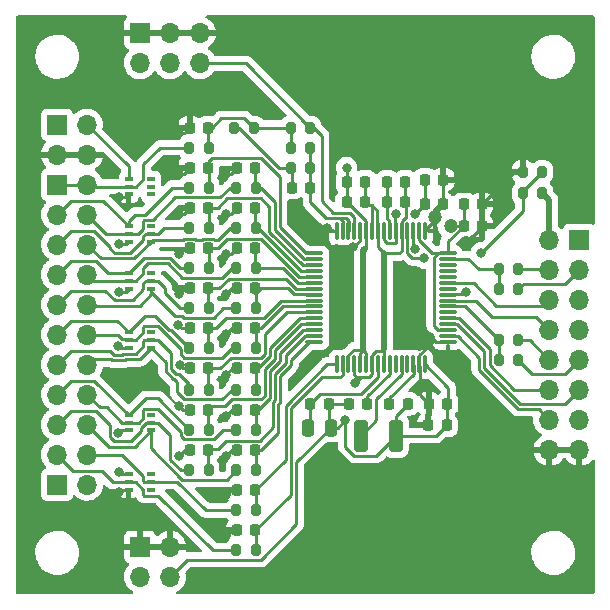
<source format=gbr>
%TF.GenerationSoftware,KiCad,Pcbnew,(6.0.0)*%
%TF.CreationDate,2022-01-16T13:19:40+00:00*%
%TF.ProjectId,OpenBCI_ESP32_INPUT,4f70656e-4243-4495-9f45-535033325f49,rev?*%
%TF.SameCoordinates,Original*%
%TF.FileFunction,Copper,L1,Top*%
%TF.FilePolarity,Positive*%
%FSLAX46Y46*%
G04 Gerber Fmt 4.6, Leading zero omitted, Abs format (unit mm)*
G04 Created by KiCad (PCBNEW (6.0.0)) date 2022-01-16 13:19:40*
%MOMM*%
%LPD*%
G01*
G04 APERTURE LIST*
G04 Aperture macros list*
%AMRoundRect*
0 Rectangle with rounded corners*
0 $1 Rounding radius*
0 $2 $3 $4 $5 $6 $7 $8 $9 X,Y pos of 4 corners*
0 Add a 4 corners polygon primitive as box body*
4,1,4,$2,$3,$4,$5,$6,$7,$8,$9,$2,$3,0*
0 Add four circle primitives for the rounded corners*
1,1,$1+$1,$2,$3*
1,1,$1+$1,$4,$5*
1,1,$1+$1,$6,$7*
1,1,$1+$1,$8,$9*
0 Add four rect primitives between the rounded corners*
20,1,$1+$1,$2,$3,$4,$5,0*
20,1,$1+$1,$4,$5,$6,$7,0*
20,1,$1+$1,$6,$7,$8,$9,0*
20,1,$1+$1,$8,$9,$2,$3,0*%
G04 Aperture macros list end*
%TA.AperFunction,SMDPad,CuDef*%
%ADD10RoundRect,0.225000X0.225000X0.250000X-0.225000X0.250000X-0.225000X-0.250000X0.225000X-0.250000X0*%
%TD*%
%TA.AperFunction,SMDPad,CuDef*%
%ADD11RoundRect,0.250000X-0.325000X-1.100000X0.325000X-1.100000X0.325000X1.100000X-0.325000X1.100000X0*%
%TD*%
%TA.AperFunction,SMDPad,CuDef*%
%ADD12RoundRect,0.225000X-0.225000X-0.250000X0.225000X-0.250000X0.225000X0.250000X-0.225000X0.250000X0*%
%TD*%
%TA.AperFunction,SMDPad,CuDef*%
%ADD13RoundRect,0.250000X-0.250000X-0.475000X0.250000X-0.475000X0.250000X0.475000X-0.250000X0.475000X0*%
%TD*%
%TA.AperFunction,ComponentPad*%
%ADD14R,1.700000X1.700000*%
%TD*%
%TA.AperFunction,ComponentPad*%
%ADD15O,1.700000X1.700000*%
%TD*%
%TA.AperFunction,SMDPad,CuDef*%
%ADD16RoundRect,0.200000X0.200000X0.275000X-0.200000X0.275000X-0.200000X-0.275000X0.200000X-0.275000X0*%
%TD*%
%TA.AperFunction,SMDPad,CuDef*%
%ADD17R,0.650000X0.400000*%
%TD*%
%TA.AperFunction,SMDPad,CuDef*%
%ADD18RoundRect,0.075000X-0.662500X-0.075000X0.662500X-0.075000X0.662500X0.075000X-0.662500X0.075000X0*%
%TD*%
%TA.AperFunction,SMDPad,CuDef*%
%ADD19RoundRect,0.075000X-0.075000X-0.662500X0.075000X-0.662500X0.075000X0.662500X-0.075000X0.662500X0*%
%TD*%
%TA.AperFunction,SMDPad,CuDef*%
%ADD20RoundRect,0.200000X-0.200000X-0.275000X0.200000X-0.275000X0.200000X0.275000X-0.200000X0.275000X0*%
%TD*%
%TA.AperFunction,ViaPad*%
%ADD21C,0.800000*%
%TD*%
%TA.AperFunction,ViaPad*%
%ADD22C,1.200000*%
%TD*%
%TA.AperFunction,Conductor*%
%ADD23C,0.250000*%
%TD*%
%TA.AperFunction,Conductor*%
%ADD24C,0.500000*%
%TD*%
G04 APERTURE END LIST*
D10*
%TO.P,C1,1*%
%TO.N,/ADS1299/IN1P*%
X120775000Y-87300000D03*
%TO.P,C1,2*%
%TO.N,GND*%
X119225000Y-87300000D03*
%TD*%
%TO.P,C2,1*%
%TO.N,/ADS1299/IN2P*%
X120775000Y-83900000D03*
%TO.P,C2,2*%
%TO.N,GND*%
X119225000Y-83900000D03*
%TD*%
%TO.P,C3,1*%
%TO.N,/ADS1299/IN3P*%
X120775000Y-80400000D03*
%TO.P,C3,2*%
%TO.N,GND*%
X119225000Y-80400000D03*
%TD*%
%TO.P,C4,1*%
%TO.N,/ADS1299/IN4P*%
X120775000Y-77000000D03*
%TO.P,C4,2*%
%TO.N,GND*%
X119225000Y-77000000D03*
%TD*%
%TO.P,C5,1*%
%TO.N,/ADS1299/IN5P*%
X120775000Y-73600000D03*
%TO.P,C5,2*%
%TO.N,GND*%
X119225000Y-73600000D03*
%TD*%
%TO.P,C6,1*%
%TO.N,/ADS1299/IN6P*%
X120775000Y-70200000D03*
%TO.P,C6,2*%
%TO.N,GND*%
X119225000Y-70200000D03*
%TD*%
%TO.P,C7,1*%
%TO.N,/ADS1299/IN7P*%
X120775000Y-66800000D03*
%TO.P,C7,2*%
%TO.N,GND*%
X119225000Y-66800000D03*
%TD*%
%TO.P,C8,1*%
%TO.N,/ADS1299/IN8P*%
X120775000Y-63400000D03*
%TO.P,C8,2*%
%TO.N,GND*%
X119225000Y-63400000D03*
%TD*%
%TO.P,C9,1*%
%TO.N,/ADS1299/IN1N*%
X116775000Y-87300000D03*
%TO.P,C9,2*%
%TO.N,GND*%
X115225000Y-87300000D03*
%TD*%
%TO.P,C10,1*%
%TO.N,/ADS1299/IN2N*%
X116775000Y-83900000D03*
%TO.P,C10,2*%
%TO.N,GND*%
X115225000Y-83900000D03*
%TD*%
%TO.P,C11,1*%
%TO.N,/ADS1299/IN3N*%
X116775000Y-80400000D03*
%TO.P,C11,2*%
%TO.N,GND*%
X115225000Y-80400000D03*
%TD*%
%TO.P,C12,1*%
%TO.N,/ADS1299/IN4N*%
X116775000Y-77000000D03*
%TO.P,C12,2*%
%TO.N,GND*%
X115225000Y-77000000D03*
%TD*%
%TO.P,C13,1*%
%TO.N,/ADS1299/IN5N*%
X116775000Y-73600000D03*
%TO.P,C13,2*%
%TO.N,GND*%
X115225000Y-73600000D03*
%TD*%
%TO.P,C14,1*%
%TO.N,/ADS1299/IN6N*%
X116775000Y-70200000D03*
%TO.P,C14,2*%
%TO.N,GND*%
X115225000Y-70200000D03*
%TD*%
%TO.P,C15,1*%
%TO.N,/ADS1299/IN7N*%
X116775000Y-66800000D03*
%TO.P,C15,2*%
%TO.N,GND*%
X115225000Y-66800000D03*
%TD*%
%TO.P,C16,1*%
%TO.N,/ADS1299/IN8N*%
X116775000Y-63400000D03*
%TO.P,C16,2*%
%TO.N,GND*%
X115225000Y-63400000D03*
%TD*%
D11*
%TO.P,C17,1*%
%TO.N,Net-(C17-Pad1)*%
X129725000Y-86100000D03*
%TO.P,C17,2*%
%TO.N,-2V5*%
X132675000Y-86100000D03*
%TD*%
D12*
%TO.P,C18,1*%
%TO.N,Net-(C18-Pad1)*%
X132125000Y-83400000D03*
%TO.P,C18,2*%
%TO.N,-2V5*%
X133675000Y-83400000D03*
%TD*%
%TO.P,C19,1*%
%TO.N,Net-(C19-Pad1)*%
X131925000Y-64600000D03*
%TO.P,C19,2*%
%TO.N,-2V5*%
X133475000Y-64600000D03*
%TD*%
%TO.P,C20,1*%
%TO.N,Net-(C19-Pad1)*%
X131925000Y-66300000D03*
%TO.P,C20,2*%
%TO.N,-2V5*%
X133475000Y-66300000D03*
%TD*%
D10*
%TO.P,C21,1*%
%TO.N,Net-(C21-Pad1)*%
X130250000Y-83400000D03*
%TO.P,C21,2*%
%TO.N,-2V5*%
X128700000Y-83400000D03*
%TD*%
D13*
%TO.P,C22,1*%
%TO.N,/ADS1299/VREF*%
X125250000Y-85400000D03*
%TO.P,C22,2*%
%TO.N,-2V5*%
X127150000Y-85400000D03*
%TD*%
D12*
%TO.P,C23,1*%
%TO.N,/ADS1299/VREF*%
X125425000Y-83400000D03*
%TO.P,C23,2*%
%TO.N,-2V5*%
X126975000Y-83400000D03*
%TD*%
D10*
%TO.P,C24,1*%
%TO.N,Net-(C24-Pad1)*%
X125405000Y-65100000D03*
%TO.P,C24,2*%
%TO.N,Net-(C24-Pad2)*%
X123855000Y-65100000D03*
%TD*%
D12*
%TO.P,C25,1*%
%TO.N,+3V3*%
X138395000Y-68300000D03*
%TO.P,C25,2*%
%TO.N,GND*%
X139945000Y-68300000D03*
%TD*%
%TO.P,C26,1*%
%TO.N,+3V3*%
X138400000Y-66500000D03*
%TO.P,C26,2*%
%TO.N,GND*%
X139950000Y-66500000D03*
%TD*%
%TO.P,C27,1*%
%TO.N,+2V5*%
X135125000Y-66500000D03*
%TO.P,C27,2*%
%TO.N,GND*%
X136675000Y-66500000D03*
%TD*%
%TO.P,C28,1*%
%TO.N,+2V5*%
X135125000Y-64400000D03*
%TO.P,C28,2*%
%TO.N,GND*%
X136675000Y-64400000D03*
%TD*%
D10*
%TO.P,C29,1*%
%TO.N,-2V5*%
X137000000Y-83400000D03*
%TO.P,C29,2*%
%TO.N,GND*%
X135450000Y-83400000D03*
%TD*%
%TO.P,C30,1*%
%TO.N,-2V5*%
X136975000Y-85200000D03*
%TO.P,C30,2*%
%TO.N,GND*%
X135425000Y-85200000D03*
%TD*%
D12*
%TO.P,C31,1*%
%TO.N,+2V5*%
X128500000Y-66300000D03*
%TO.P,C31,2*%
%TO.N,-2V5*%
X130050000Y-66300000D03*
%TD*%
%TO.P,C32,1*%
%TO.N,+2V5*%
X128525000Y-64600000D03*
%TO.P,C32,2*%
%TO.N,-2V5*%
X130075000Y-64600000D03*
%TD*%
D14*
%TO.P,J1,1,Pin_1*%
%TO.N,+2V5*%
X103970000Y-59750000D03*
D15*
%TO.P,J1,2,Pin_2*%
X106510000Y-59750000D03*
%TO.P,J1,3,Pin_3*%
%TO.N,GND*%
X103970000Y-62290000D03*
%TO.P,J1,4,Pin_4*%
X106510000Y-62290000D03*
D14*
%TO.P,J1,5,Pin_5*%
%TO.N,/Analog_Input/BIAS*%
X103970000Y-64830000D03*
D15*
%TO.P,J1,6,Pin_6*%
X106510000Y-64830000D03*
%TO.P,J1,7,Pin_7*%
%TO.N,/Analog_Input/8N*%
X103970000Y-67370000D03*
%TO.P,J1,8,Pin_8*%
%TO.N,/Analog_Input/8P*%
X106510000Y-67370000D03*
%TO.P,J1,9,Pin_9*%
%TO.N,/Analog_Input/7N*%
X103970000Y-69910000D03*
%TO.P,J1,10,Pin_10*%
%TO.N,/Analog_Input/7P*%
X106510000Y-69910000D03*
%TO.P,J1,11,Pin_11*%
%TO.N,/Analog_Input/6N*%
X103970000Y-72450000D03*
%TO.P,J1,12,Pin_12*%
%TO.N,/Analog_Input/6P*%
X106510000Y-72450000D03*
%TO.P,J1,13,Pin_13*%
%TO.N,/Analog_Input/5N*%
X103970000Y-74990000D03*
%TO.P,J1,14,Pin_14*%
%TO.N,/Analog_Input/5P*%
X106510000Y-74990000D03*
%TO.P,J1,15,Pin_15*%
%TO.N,/Analog_Input/4N*%
X103970000Y-77530000D03*
%TO.P,J1,16,Pin_16*%
%TO.N,/Analog_Input/4P*%
X106510000Y-77530000D03*
%TO.P,J1,17,Pin_17*%
%TO.N,/Analog_Input/3N*%
X103970000Y-80070000D03*
%TO.P,J1,18,Pin_18*%
%TO.N,/Analog_Input/3P*%
X106510000Y-80070000D03*
%TO.P,J1,19,Pin_19*%
%TO.N,/Analog_Input/2N*%
X103970000Y-82610000D03*
%TO.P,J1,20,Pin_20*%
%TO.N,/Analog_Input/2P*%
X106510000Y-82610000D03*
%TO.P,J1,21,Pin_21*%
%TO.N,/Analog_Input/1N*%
X103970000Y-85150000D03*
%TO.P,J1,22,Pin_22*%
%TO.N,/Analog_Input/1P*%
X106510000Y-85150000D03*
%TO.P,J1,23,Pin_23*%
%TO.N,/Analog_Input/SRB2*%
X103970000Y-87690000D03*
%TO.P,J1,24,Pin_24*%
%TO.N,/Analog_Input/SRB1*%
X106510000Y-87690000D03*
D14*
%TO.P,J1,25,Pin_25*%
%TO.N,-2V5*%
X103970000Y-90230000D03*
D15*
%TO.P,J1,26,Pin_26*%
X106510000Y-90230000D03*
%TD*%
D16*
%TO.P,R1,1*%
%TO.N,/ADS1299/IN1P*%
X120825000Y-89000000D03*
%TO.P,R1,2*%
%TO.N,/Analog_Input/1P*%
X119175000Y-89000000D03*
%TD*%
%TO.P,R2,1*%
%TO.N,/ADS1299/IN2P*%
X120825000Y-85600000D03*
%TO.P,R2,2*%
%TO.N,/Analog_Input/2P*%
X119175000Y-85600000D03*
%TD*%
%TO.P,R3,1*%
%TO.N,/ADS1299/IN3P*%
X120825000Y-82200000D03*
%TO.P,R3,2*%
%TO.N,/Analog_Input/3P*%
X119175000Y-82200000D03*
%TD*%
%TO.P,R4,1*%
%TO.N,/ADS1299/IN4P*%
X120825000Y-78700000D03*
%TO.P,R4,2*%
%TO.N,/Analog_Input/4P*%
X119175000Y-78700000D03*
%TD*%
%TO.P,R5,1*%
%TO.N,/ADS1299/IN5P*%
X120825000Y-75300000D03*
%TO.P,R5,2*%
%TO.N,/Analog_Input/5P*%
X119175000Y-75300000D03*
%TD*%
%TO.P,R6,1*%
%TO.N,/ADS1299/IN6P*%
X120825000Y-71900000D03*
%TO.P,R6,2*%
%TO.N,/Analog_Input/6P*%
X119175000Y-71900000D03*
%TD*%
%TO.P,R7,1*%
%TO.N,/ADS1299/IN7P*%
X120825000Y-68500000D03*
%TO.P,R7,2*%
%TO.N,/Analog_Input/7P*%
X119175000Y-68500000D03*
%TD*%
%TO.P,R8,1*%
%TO.N,/ADS1299/IN8P*%
X120825000Y-65100000D03*
%TO.P,R8,2*%
%TO.N,/Analog_Input/8P*%
X119175000Y-65100000D03*
%TD*%
%TO.P,R9,1*%
%TO.N,/ADS1299/IN1N*%
X116825000Y-89000000D03*
%TO.P,R9,2*%
%TO.N,/Analog_Input/1N*%
X115175000Y-89000000D03*
%TD*%
%TO.P,R10,1*%
%TO.N,/ADS1299/IN2N*%
X116825000Y-85600000D03*
%TO.P,R10,2*%
%TO.N,/Analog_Input/2N*%
X115175000Y-85600000D03*
%TD*%
%TO.P,R11,1*%
%TO.N,/ADS1299/IN3N*%
X116825000Y-82200000D03*
%TO.P,R11,2*%
%TO.N,/Analog_Input/3N*%
X115175000Y-82200000D03*
%TD*%
%TO.P,R12,1*%
%TO.N,/ADS1299/IN4N*%
X116825000Y-78700000D03*
%TO.P,R12,2*%
%TO.N,/Analog_Input/4N*%
X115175000Y-78700000D03*
%TD*%
%TO.P,R13,1*%
%TO.N,/ADS1299/IN5N*%
X116825000Y-75300000D03*
%TO.P,R13,2*%
%TO.N,/Analog_Input/5N*%
X115175000Y-75300000D03*
%TD*%
%TO.P,R14,1*%
%TO.N,/ADS1299/IN6N*%
X116825000Y-71900000D03*
%TO.P,R14,2*%
%TO.N,/Analog_Input/6N*%
X115175000Y-71900000D03*
%TD*%
%TO.P,R15,1*%
%TO.N,/ADS1299/IN7N*%
X116825000Y-68500000D03*
%TO.P,R15,2*%
%TO.N,/Analog_Input/7N*%
X115175000Y-68500000D03*
%TD*%
%TO.P,R16,1*%
%TO.N,/ADS1299/IN8N*%
X116825000Y-65100000D03*
%TO.P,R16,2*%
%TO.N,/Analog_Input/8N*%
X115175000Y-65100000D03*
%TD*%
%TO.P,R17,1*%
%TO.N,Net-(C24-Pad1)*%
X125425000Y-63400000D03*
%TO.P,R17,2*%
%TO.N,Net-(C24-Pad2)*%
X123775000Y-63400000D03*
%TD*%
D17*
%TO.P,U1,1,IO1*%
%TO.N,-2V5*%
X110050000Y-89350000D03*
%TO.P,U1,2,IO2*%
%TO.N,/Analog_Input/SRB2*%
X110050000Y-90000000D03*
%TO.P,U1,3,G*%
%TO.N,GND*%
X110050000Y-90650000D03*
%TO.P,U1,4,IO3*%
%TO.N,unconnected-(U1-Pad4)*%
X111950000Y-90650000D03*
%TO.P,U1,5,IO4*%
%TO.N,/Analog_Input/SRB1*%
X111950000Y-90000000D03*
%TO.P,U1,6*%
%TO.N,N/C*%
X111950000Y-89350000D03*
%TD*%
%TO.P,U2,1,IO1*%
%TO.N,/Analog_Input/2N*%
X110050000Y-84350000D03*
%TO.P,U2,2,IO2*%
%TO.N,/Analog_Input/2P*%
X110050000Y-85000000D03*
%TO.P,U2,3,G*%
%TO.N,GND*%
X110050000Y-85650000D03*
%TO.P,U2,4,IO3*%
%TO.N,/Analog_Input/1P*%
X111950000Y-85650000D03*
%TO.P,U2,5,IO4*%
%TO.N,/Analog_Input/1N*%
X111950000Y-85000000D03*
%TO.P,U2,6*%
%TO.N,N/C*%
X111950000Y-84350000D03*
%TD*%
%TO.P,U3,1,IO1*%
%TO.N,/Analog_Input/4N*%
X110050000Y-77350000D03*
%TO.P,U3,2,IO2*%
%TO.N,/Analog_Input/4P*%
X110050000Y-78000000D03*
%TO.P,U3,3,G*%
%TO.N,GND*%
X110050000Y-78650000D03*
%TO.P,U3,4,IO3*%
%TO.N,/Analog_Input/3P*%
X111950000Y-78650000D03*
%TO.P,U3,5,IO4*%
%TO.N,/Analog_Input/3N*%
X111950000Y-78000000D03*
%TO.P,U3,6*%
%TO.N,N/C*%
X111950000Y-77350000D03*
%TD*%
%TO.P,U4,1,IO1*%
%TO.N,/Analog_Input/6N*%
X110050000Y-72350000D03*
%TO.P,U4,2,IO2*%
%TO.N,/Analog_Input/6P*%
X110050000Y-73000000D03*
%TO.P,U4,3,G*%
%TO.N,GND*%
X110050000Y-73650000D03*
%TO.P,U4,4,IO3*%
%TO.N,/Analog_Input/5P*%
X111950000Y-73650000D03*
%TO.P,U4,5,IO4*%
%TO.N,/Analog_Input/5N*%
X111950000Y-73000000D03*
%TO.P,U4,6*%
%TO.N,N/C*%
X111950000Y-72350000D03*
%TD*%
%TO.P,U5,1,IO1*%
%TO.N,/Analog_Input/8N*%
X110050000Y-68350000D03*
%TO.P,U5,2,IO2*%
%TO.N,/Analog_Input/8P*%
X110050000Y-69000000D03*
%TO.P,U5,3,G*%
%TO.N,GND*%
X110050000Y-69650000D03*
%TO.P,U5,4,IO3*%
%TO.N,/Analog_Input/7P*%
X111950000Y-69650000D03*
%TO.P,U5,5,IO4*%
%TO.N,/Analog_Input/7N*%
X111950000Y-69000000D03*
%TO.P,U5,6*%
%TO.N,N/C*%
X111950000Y-68350000D03*
%TD*%
%TO.P,U6,1,IO1*%
%TO.N,+2V5*%
X110050000Y-64350000D03*
%TO.P,U6,2,IO2*%
%TO.N,/Analog_Input/BIAS*%
X110050000Y-65000000D03*
%TO.P,U6,3,G*%
%TO.N,GND*%
X110050000Y-65650000D03*
%TO.P,U6,4,IO3*%
%TO.N,unconnected-(U6-Pad4)*%
X111950000Y-65650000D03*
%TO.P,U6,5,IO4*%
%TO.N,unconnected-(U6-Pad5)*%
X111950000Y-65000000D03*
%TO.P,U6,6*%
%TO.N,N/C*%
X111950000Y-64350000D03*
%TD*%
D18*
%TO.P,U7,1,IN8N*%
%TO.N,/ADS1299/IN8N*%
X125737500Y-70650000D03*
%TO.P,U7,2,IN8P*%
%TO.N,/ADS1299/IN8P*%
X125737500Y-71150000D03*
%TO.P,U7,3,IN7N*%
%TO.N,/ADS1299/IN7N*%
X125737500Y-71650000D03*
%TO.P,U7,4,IN7P*%
%TO.N,/ADS1299/IN7P*%
X125737500Y-72150000D03*
%TO.P,U7,5,IN6N*%
%TO.N,/ADS1299/IN6N*%
X125737500Y-72650000D03*
%TO.P,U7,6,IN6P*%
%TO.N,/ADS1299/IN6P*%
X125737500Y-73150000D03*
%TO.P,U7,7,IN5N*%
%TO.N,/ADS1299/IN5N*%
X125737500Y-73650000D03*
%TO.P,U7,8,IN5P*%
%TO.N,/ADS1299/IN5P*%
X125737500Y-74150000D03*
%TO.P,U7,9,IN4N*%
%TO.N,/ADS1299/IN4N*%
X125737500Y-74650000D03*
%TO.P,U7,10,IN4P*%
%TO.N,/ADS1299/IN4P*%
X125737500Y-75150000D03*
%TO.P,U7,11,IN3N*%
%TO.N,/ADS1299/IN3N*%
X125737500Y-75650000D03*
%TO.P,U7,12,IN3P*%
%TO.N,/ADS1299/IN3P*%
X125737500Y-76150000D03*
%TO.P,U7,13,IN2N*%
%TO.N,/ADS1299/IN2N*%
X125737500Y-76650000D03*
%TO.P,U7,14,IN2P*%
%TO.N,/ADS1299/IN2P*%
X125737500Y-77150000D03*
%TO.P,U7,15,IN1N*%
%TO.N,/ADS1299/IN1N*%
X125737500Y-77650000D03*
%TO.P,U7,16,IN1P*%
%TO.N,/ADS1299/IN1P*%
X125737500Y-78150000D03*
D19*
%TO.P,U7,17,SRB1*%
%TO.N,/ADS1299/ISRB1*%
X127650000Y-80062500D03*
%TO.P,U7,18,SRB2*%
%TO.N,/ADS1299/ISRB2*%
X128150000Y-80062500D03*
%TO.P,U7,19,AVDD*%
%TO.N,+2V5*%
X128650000Y-80062500D03*
%TO.P,U7,20,AVSS*%
%TO.N,-2V5*%
X129150000Y-80062500D03*
%TO.P,U7,21,AVDD*%
%TO.N,+2V5*%
X129650000Y-80062500D03*
%TO.P,U7,22,AVDD*%
X130150000Y-80062500D03*
%TO.P,U7,23,AVSS*%
%TO.N,-2V5*%
X130650000Y-80062500D03*
%TO.P,U7,24,VREFP*%
%TO.N,/ADS1299/VREF*%
X131150000Y-80062500D03*
%TO.P,U7,25,VREFN*%
%TO.N,-2V5*%
X131650000Y-80062500D03*
%TO.P,U7,26,VCAP4*%
%TO.N,Net-(C21-Pad1)*%
X132150000Y-80062500D03*
%TO.P,U7,27,NC*%
%TO.N,unconnected-(U7-Pad27)*%
X132650000Y-80062500D03*
%TO.P,U7,28,VCAP1*%
%TO.N,Net-(C17-Pad1)*%
X133150000Y-80062500D03*
%TO.P,U7,29,NC*%
%TO.N,unconnected-(U7-Pad29)*%
X133650000Y-80062500D03*
%TO.P,U7,30,VCAP2*%
%TO.N,Net-(C18-Pad1)*%
X134150000Y-80062500D03*
%TO.P,U7,31,RESV1*%
%TO.N,GND*%
X134650000Y-80062500D03*
%TO.P,U7,32,AVSS*%
%TO.N,-2V5*%
X135150000Y-80062500D03*
D18*
%TO.P,U7,33,DGND*%
%TO.N,GND*%
X137062500Y-78150000D03*
%TO.P,U7,34,DIN*%
%TO.N,/ADS1299/DIN*%
X137062500Y-77650000D03*
%TO.P,U7,35,~{PWDN}*%
%TO.N,+3V3*%
X137062500Y-77150000D03*
%TO.P,U7,36,~{RESET}*%
%TO.N,/ADS1299/RESET*%
X137062500Y-76650000D03*
%TO.P,U7,37,CLK*%
%TO.N,/ADS1299/CLK*%
X137062500Y-76150000D03*
%TO.P,U7,38,START*%
%TO.N,unconnected-(U7-Pad38)*%
X137062500Y-75650000D03*
%TO.P,U7,39,~{CS}*%
%TO.N,/ADS1299/CS*%
X137062500Y-75150000D03*
%TO.P,U7,40,SCLK*%
%TO.N,/ADS1299/SCLK*%
X137062500Y-74650000D03*
%TO.P,U7,41,DAISY_IN*%
%TO.N,GND*%
X137062500Y-74150000D03*
%TO.P,U7,42,GPIO1*%
%TO.N,unconnected-(U7-Pad42)*%
X137062500Y-73650000D03*
%TO.P,U7,43,DOUT*%
%TO.N,/ADS1299/DOUT*%
X137062500Y-73150000D03*
%TO.P,U7,44,GPIO2*%
%TO.N,unconnected-(U7-Pad44)*%
X137062500Y-72650000D03*
%TO.P,U7,45,GPIO3*%
%TO.N,unconnected-(U7-Pad45)*%
X137062500Y-72150000D03*
%TO.P,U7,46,GPIO4*%
%TO.N,unconnected-(U7-Pad46)*%
X137062500Y-71650000D03*
%TO.P,U7,47,~{DRDY}*%
%TO.N,/ADS1299/DRDY*%
X137062500Y-71150000D03*
%TO.P,U7,48,DVDD*%
%TO.N,+3V3*%
X137062500Y-70650000D03*
D19*
%TO.P,U7,49,DGND*%
%TO.N,GND*%
X135150000Y-68737500D03*
%TO.P,U7,50,DVDD*%
%TO.N,+3V3*%
X134650000Y-68737500D03*
%TO.P,U7,51,DGND*%
%TO.N,GND*%
X134150000Y-68737500D03*
%TO.P,U7,52,CLKSEL*%
%TO.N,Net-(U7-Pad52)*%
X133650000Y-68737500D03*
%TO.P,U7,53,AVSS1*%
%TO.N,-2V5*%
X133150000Y-68737500D03*
%TO.P,U7,54,AVDD1*%
%TO.N,+2V5*%
X132650000Y-68737500D03*
%TO.P,U7,55,VCAP3*%
%TO.N,Net-(C19-Pad1)*%
X132150000Y-68737500D03*
%TO.P,U7,56,AVDD*%
%TO.N,+2V5*%
X131650000Y-68737500D03*
%TO.P,U7,57,AVSS*%
%TO.N,-2V5*%
X131150000Y-68737500D03*
%TO.P,U7,58,AVSS*%
X130650000Y-68737500D03*
%TO.P,U7,59,AVDD*%
%TO.N,+2V5*%
X130150000Y-68737500D03*
%TO.P,U7,60,BIASREF*%
%TO.N,GND*%
X129650000Y-68737500D03*
%TO.P,U7,61,BiASINV*%
%TO.N,/ADS1299/BIAS_INV*%
X129150000Y-68737500D03*
%TO.P,U7,62,BIASIN*%
%TO.N,Net-(C24-Pad1)*%
X128650000Y-68737500D03*
%TO.P,U7,63,BIASOUT*%
X128150000Y-68737500D03*
%TO.P,U7,64,RSRVD*%
%TO.N,GND*%
X127650000Y-68737500D03*
%TD*%
D14*
%TO.P,J2,1,Pin_1*%
%TO.N,+3V3*%
X148200000Y-69500000D03*
D15*
%TO.P,J2,2,Pin_2*%
X145660000Y-69500000D03*
%TO.P,J2,3,Pin_3*%
%TO.N,/ADS1299/DRDY2*%
X148200000Y-72040000D03*
%TO.P,J2,4,Pin_4*%
%TO.N,/ADS1299/DRDY1*%
X145660000Y-72040000D03*
%TO.P,J2,5,Pin_5*%
%TO.N,unconnected-(J2-Pad5)*%
X148200000Y-74580000D03*
%TO.P,J2,6,Pin_6*%
%TO.N,/ADS1299/DOUT*%
X145660000Y-74580000D03*
%TO.P,J2,7,Pin_7*%
%TO.N,unconnected-(J2-Pad7)*%
X148200000Y-77120000D03*
%TO.P,J2,8,Pin_8*%
%TO.N,/ADS1299/SCLK*%
X145660000Y-77120000D03*
%TO.P,J2,9,Pin_9*%
%TO.N,/ADS1299/CS2*%
X148200000Y-79660000D03*
%TO.P,J2,10,Pin_10*%
%TO.N,/ADS1299/CS1*%
X145660000Y-79660000D03*
%TO.P,J2,11,Pin_11*%
%TO.N,/ADS1299/RESET*%
X148200000Y-82200000D03*
%TO.P,J2,12,Pin_12*%
%TO.N,/ADS1299/CLK*%
X145660000Y-82200000D03*
%TO.P,J2,13,Pin_13*%
%TO.N,unconnected-(J2-Pad13)*%
X148200000Y-84740000D03*
%TO.P,J2,14,Pin_14*%
%TO.N,/ADS1299/DIN*%
X145660000Y-84740000D03*
%TO.P,J2,15,Pin_15*%
%TO.N,GND*%
X148200000Y-87280000D03*
%TO.P,J2,16,Pin_16*%
X145660000Y-87280000D03*
%TD*%
D16*
%TO.P,R18,1*%
%TO.N,/ADS1299/CS1*%
X143025000Y-78000000D03*
%TO.P,R18,2*%
%TO.N,/ADS1299/CS*%
X141375000Y-78000000D03*
%TD*%
%TO.P,R19,1*%
%TO.N,/ADS1299/CS2*%
X143025000Y-79700000D03*
%TO.P,R19,2*%
%TO.N,/ADS1299/CS*%
X141375000Y-79700000D03*
%TD*%
%TO.P,R20,1*%
%TO.N,/ADS1299/DRDY1*%
X143025000Y-72000000D03*
%TO.P,R20,2*%
%TO.N,/ADS1299/DRDY*%
X141375000Y-72000000D03*
%TD*%
%TO.P,R21,1*%
%TO.N,/ADS1299/DRDY2*%
X143025000Y-73700000D03*
%TO.P,R21,2*%
%TO.N,/ADS1299/DRDY*%
X141375000Y-73700000D03*
%TD*%
D10*
%TO.P,C33,1*%
%TO.N,/ADS1299/IBIAS*%
X116775000Y-60000000D03*
%TO.P,C33,2*%
%TO.N,GND*%
X115225000Y-60000000D03*
%TD*%
%TO.P,C34,1*%
%TO.N,/ADS1299/ISRB1*%
X120775000Y-90700000D03*
%TO.P,C34,2*%
%TO.N,GND*%
X119225000Y-90700000D03*
%TD*%
%TO.P,C35,1*%
%TO.N,/ADS1299/ISRB2*%
X120775000Y-94100000D03*
%TO.P,C35,2*%
%TO.N,GND*%
X119225000Y-94100000D03*
%TD*%
D16*
%TO.P,R22,1*%
%TO.N,/ADS1299/IBIAS*%
X116825000Y-61700000D03*
%TO.P,R22,2*%
%TO.N,/Analog_Input/BIAS*%
X115175000Y-61700000D03*
%TD*%
%TO.P,R23,1*%
%TO.N,/ADS1299/ISRB1*%
X120825000Y-92400000D03*
%TO.P,R23,2*%
%TO.N,/Analog_Input/SRB1*%
X119175000Y-92400000D03*
%TD*%
%TO.P,R24,1*%
%TO.N,/ADS1299/ISRB2*%
X120825000Y-95800000D03*
%TO.P,R24,2*%
%TO.N,/Analog_Input/SRB2*%
X119175000Y-95800000D03*
%TD*%
D14*
%TO.P,J3,1,Pin_1*%
%TO.N,GND*%
X111000000Y-52000000D03*
D15*
%TO.P,J3,2,Pin_2*%
%TO.N,+2V5*%
X111000000Y-54540000D03*
%TO.P,J3,3,Pin_3*%
%TO.N,GND*%
X113540000Y-52000000D03*
%TO.P,J3,4,Pin_4*%
%TO.N,+2V5*%
X113540000Y-54540000D03*
%TO.P,J3,5,Pin_5*%
%TO.N,GND*%
X116080000Y-52000000D03*
%TO.P,J3,6,Pin_6*%
%TO.N,/ADS1299/BIAS_INV*%
X116080000Y-54540000D03*
%TD*%
D14*
%TO.P,J4,1,Pin_1*%
%TO.N,GND*%
X111000000Y-95500000D03*
D15*
%TO.P,J4,2,Pin_2*%
%TO.N,-2V5*%
X111000000Y-98040000D03*
%TO.P,J4,3,Pin_3*%
%TO.N,GND*%
X113540000Y-95500000D03*
%TO.P,J4,4,Pin_4*%
%TO.N,-2V5*%
X113540000Y-98040000D03*
%TD*%
D16*
%TO.P,R25,1*%
%TO.N,Net-(C24-Pad1)*%
X125425000Y-61700000D03*
%TO.P,R25,2*%
%TO.N,/ADS1299/IBIAS*%
X123775000Y-61700000D03*
%TD*%
D20*
%TO.P,R26,1*%
%TO.N,Net-(C24-Pad2)*%
X118975000Y-60000000D03*
%TO.P,R26,2*%
%TO.N,/ADS1299/IBIAS*%
X120625000Y-60000000D03*
%TD*%
D16*
%TO.P,R27,1*%
%TO.N,/ADS1299/BIAS_INV*%
X125425000Y-60000000D03*
%TO.P,R27,2*%
%TO.N,/ADS1299/IBIAS*%
X123775000Y-60000000D03*
%TD*%
D20*
%TO.P,R29,1*%
%TO.N,Net-(U7-Pad52)*%
X143425000Y-65550000D03*
%TO.P,R29,2*%
%TO.N,+3V3*%
X145075000Y-65550000D03*
%TD*%
%TO.P,R28,1*%
%TO.N,GND*%
X143425000Y-63750000D03*
%TO.P,R28,2*%
%TO.N,Net-(U7-Pad52)*%
X145075000Y-63750000D03*
%TD*%
D21*
%TO.N,GND*%
X129000000Y-70100000D03*
X135520325Y-77757459D03*
X134325021Y-70299991D03*
X118300000Y-63900000D03*
X114300000Y-70700000D03*
X118312653Y-80912653D03*
X114300000Y-87800000D03*
D22*
X138600000Y-69800000D03*
D21*
X109200000Y-69900000D03*
X126800000Y-68500000D03*
X114300000Y-63900000D03*
X114300000Y-60500000D03*
X114300000Y-67300000D03*
X118300000Y-94600000D03*
D22*
X136000000Y-67600000D03*
D21*
X114335819Y-83589755D03*
X138600000Y-73925000D03*
X109200000Y-90900000D03*
X118300000Y-77500000D03*
X118300000Y-67300000D03*
X118300000Y-84400000D03*
X118300000Y-70700000D03*
X109200000Y-73900000D03*
X114368528Y-80111824D03*
X118300000Y-91100000D03*
X114213732Y-76688413D03*
X109200000Y-65900000D03*
X118300000Y-87800000D03*
X118300000Y-74100000D03*
X109157667Y-85834189D03*
X109166432Y-78535681D03*
X114300000Y-74100000D03*
%TO.N,-2V5*%
X128400000Y-84800000D03*
X129200000Y-81600000D03*
X109200000Y-89200000D03*
D22*
%TO.N,+3V3*%
X137300000Y-68300000D03*
D21*
%TO.N,+2V5*%
X128500000Y-63400000D03*
X132700000Y-67300000D03*
X134300000Y-67300000D03*
%TO.N,Net-(U7-Pad52)*%
X139900000Y-70600000D03*
X135050000Y-71050000D03*
%TD*%
D23*
%TO.N,GND*%
X137174990Y-74125010D02*
X138474990Y-74125010D01*
X127237500Y-68737500D02*
X127000000Y-68500000D01*
X114725000Y-67300000D02*
X115225000Y-66800000D01*
X118725000Y-70700000D02*
X119225000Y-70200000D01*
X139945000Y-68455000D02*
X138600000Y-69800000D01*
X119225000Y-87300000D02*
X118800000Y-87300000D01*
X115225000Y-73600000D02*
X114800000Y-73600000D01*
X119225000Y-90700000D02*
X118700000Y-90700000D01*
X134150000Y-70124970D02*
X134325021Y-70299991D01*
X109200000Y-73900000D02*
X109800000Y-73900000D01*
X118300000Y-70700000D02*
X118725000Y-70700000D01*
X114800000Y-73600000D02*
X114300000Y-74100000D01*
X118700000Y-90700000D02*
X118300000Y-91100000D01*
X115225000Y-77000000D02*
X114525319Y-77000000D01*
X139945000Y-68300000D02*
X139945000Y-66505000D01*
X135450000Y-85175000D02*
X135425000Y-85200000D01*
X118725000Y-63900000D02*
X119225000Y-63400000D01*
X119225000Y-83900000D02*
X118800000Y-83900000D01*
X119225000Y-73600000D02*
X118800000Y-73600000D01*
X134650000Y-79259298D02*
X135520325Y-78388973D01*
X136675000Y-64400000D02*
X136675000Y-66500000D01*
X115225000Y-83900000D02*
X114646064Y-83900000D01*
X109800000Y-65900000D02*
X110050000Y-65650000D01*
X118800000Y-77000000D02*
X118300000Y-77500000D01*
X114656704Y-80400000D02*
X114368528Y-80111824D01*
X135150000Y-68650000D02*
X136000000Y-67800000D01*
X114525319Y-77000000D02*
X114213732Y-76688413D01*
X115225000Y-70200000D02*
X114800000Y-70200000D01*
X138600000Y-74000000D02*
X138600000Y-73925000D01*
X109341856Y-85650000D02*
X109157667Y-85834189D01*
X138474990Y-74125010D02*
X138600000Y-74000000D01*
X129090006Y-70100000D02*
X129650000Y-69540006D01*
X114800000Y-70200000D02*
X114300000Y-70700000D01*
X118800000Y-87300000D02*
X118300000Y-87800000D01*
X109800000Y-69900000D02*
X110050000Y-69650000D01*
X135150000Y-68737500D02*
X135150000Y-68650000D01*
X137062500Y-74150000D02*
X137150000Y-74150000D01*
X114300000Y-60500000D02*
X114725000Y-60500000D01*
X114300000Y-63900000D02*
X114725000Y-63900000D01*
D24*
X136000000Y-67175000D02*
X136675000Y-66500000D01*
D23*
X109800000Y-73900000D02*
X110050000Y-73650000D01*
X129650000Y-69540006D02*
X129650000Y-68737500D01*
X109200000Y-69900000D02*
X109800000Y-69900000D01*
X109200000Y-65900000D02*
X109800000Y-65900000D01*
X118800000Y-94100000D02*
X118300000Y-94600000D01*
D24*
X136000000Y-67800000D02*
X136000000Y-67175000D01*
D23*
X114646064Y-83900000D02*
X114335819Y-83589755D01*
X118800000Y-73600000D02*
X118300000Y-74100000D01*
X110050000Y-78650000D02*
X109280751Y-78650000D01*
X129000000Y-70100000D02*
X129090006Y-70100000D01*
X118300000Y-67300000D02*
X118725000Y-67300000D01*
X118725000Y-67300000D02*
X119225000Y-66800000D01*
X137062500Y-78150000D02*
X136050000Y-78150000D01*
X134650000Y-80062500D02*
X134650000Y-80150000D01*
X134650000Y-80062500D02*
X134650000Y-79259298D01*
X134650000Y-80150000D02*
X134674990Y-80174990D01*
X139950000Y-66500000D02*
X142700000Y-63750000D01*
X110050000Y-85650000D02*
X109341856Y-85650000D01*
X135450000Y-83400000D02*
X135450000Y-85175000D01*
X119225000Y-80400000D02*
X118825306Y-80400000D01*
X119225000Y-77000000D02*
X118800000Y-77000000D01*
X139945000Y-68300000D02*
X139945000Y-68455000D01*
X115225000Y-80400000D02*
X114656704Y-80400000D01*
X134674990Y-80174990D02*
X134674990Y-82624990D01*
X114300000Y-67300000D02*
X114725000Y-67300000D01*
X114725000Y-60500000D02*
X115225000Y-60000000D01*
X127650000Y-68737500D02*
X127237500Y-68737500D01*
X137150000Y-74150000D02*
X137174990Y-74125010D01*
X142700000Y-63750000D02*
X143425000Y-63750000D01*
X118800000Y-83900000D02*
X118300000Y-84400000D01*
X118825306Y-80400000D02*
X118312653Y-80912653D01*
X109280751Y-78650000D02*
X109166432Y-78535681D01*
X127000000Y-68500000D02*
X126800000Y-68500000D01*
X135657459Y-77757459D02*
X135520325Y-77757459D01*
X114725000Y-63900000D02*
X115225000Y-63400000D01*
X115225000Y-87300000D02*
X114800000Y-87300000D01*
X109450000Y-90650000D02*
X109200000Y-90900000D01*
X134674990Y-82624990D02*
X135450000Y-83400000D01*
X114800000Y-87300000D02*
X114300000Y-87800000D01*
X139945000Y-66505000D02*
X139950000Y-66500000D01*
X134150000Y-68737500D02*
X134150000Y-70124970D01*
X110050000Y-90650000D02*
X109450000Y-90650000D01*
X119225000Y-94100000D02*
X118800000Y-94100000D01*
X135520325Y-78388973D02*
X135520325Y-77757459D01*
X136050000Y-78150000D02*
X135657459Y-77757459D01*
X118300000Y-63900000D02*
X118725000Y-63900000D01*
%TO.N,-2V5*%
X121241773Y-96600010D02*
X114979990Y-96600010D01*
X131650000Y-78750000D02*
X131650000Y-80062500D01*
X133500000Y-67674990D02*
X133500000Y-66325000D01*
X130650000Y-79259298D02*
X130650000Y-80062500D01*
X135150000Y-80062500D02*
X137100000Y-82012500D01*
X131650000Y-78750000D02*
X131500000Y-78900000D01*
X130390692Y-81125010D02*
X130650000Y-80865702D01*
X129674990Y-81125010D02*
X129359328Y-81125010D01*
X126975000Y-85225000D02*
X127150000Y-85400000D01*
X109350000Y-89350000D02*
X109200000Y-89200000D01*
X124249583Y-93592200D02*
X124249583Y-88300417D01*
X130390692Y-81125010D02*
X129674990Y-81125010D01*
X136075000Y-86100000D02*
X136975000Y-85200000D01*
X124249583Y-88300417D02*
X127150000Y-85400000D01*
X128400000Y-87012493D02*
X129162027Y-87774520D01*
X130075000Y-66275000D02*
X130050000Y-66300000D01*
X137100000Y-83300000D02*
X137000000Y-83400000D01*
X128700000Y-83400000D02*
X126975000Y-83400000D01*
X137000000Y-83400000D02*
X137000000Y-85175000D01*
X132950000Y-70650000D02*
X131650000Y-70650000D01*
X126975000Y-83400000D02*
X126975000Y-85225000D01*
X131650000Y-70650000D02*
X131150000Y-70150000D01*
X131150000Y-70150000D02*
X131150000Y-68737500D01*
X127150000Y-85400000D02*
X127800000Y-85400000D01*
X137100000Y-82012500D02*
X137100000Y-83300000D01*
X133150000Y-68737500D02*
X133150000Y-68650000D01*
X130650000Y-68737500D02*
X130650000Y-66600000D01*
X133174990Y-68625010D02*
X133174990Y-67909308D01*
X130650000Y-80865702D02*
X130650000Y-80062500D01*
X129674990Y-81125010D02*
X129200000Y-81600000D01*
X129162027Y-87774520D02*
X131000480Y-87774520D01*
X129359328Y-81125010D02*
X129150000Y-80915682D01*
X132675000Y-86100000D02*
X132675000Y-84400000D01*
X131000480Y-87774520D02*
X132675000Y-86100000D01*
X131100000Y-67050000D02*
X130650000Y-66600000D01*
X124249583Y-93592200D02*
X121241773Y-96600010D01*
X114979990Y-96600010D02*
X113540000Y-98040000D01*
X130650000Y-66600000D02*
X130350000Y-66600000D01*
X131009298Y-78900000D02*
X130650000Y-79259298D01*
X110050000Y-89350000D02*
X109350000Y-89350000D01*
X133475000Y-66300000D02*
X133475000Y-64600000D01*
X131150000Y-68650000D02*
X131100000Y-68600000D01*
X129150000Y-80915682D02*
X129150000Y-80062500D01*
X133409308Y-67674990D02*
X133500000Y-67674990D01*
X131150000Y-68737500D02*
X131150000Y-68650000D01*
X128400000Y-84800000D02*
X128400000Y-87012493D01*
X133150000Y-68650000D02*
X133174990Y-68625010D01*
X132675000Y-84400000D02*
X133675000Y-83400000D01*
X132675000Y-86100000D02*
X136075000Y-86100000D01*
X131500000Y-78900000D02*
X131009298Y-78900000D01*
X133150000Y-68737500D02*
X133150000Y-70450000D01*
X133150000Y-70450000D02*
X132950000Y-70650000D01*
X133500000Y-66325000D02*
X133475000Y-66300000D01*
X137000000Y-85175000D02*
X136975000Y-85200000D01*
X131100000Y-68600000D02*
X131100000Y-67050000D01*
X130075000Y-64600000D02*
X130075000Y-66275000D01*
D24*
X131650000Y-78750000D02*
X131650000Y-70650000D01*
D23*
X133174990Y-67909308D02*
X133409308Y-67674990D01*
X127800000Y-85400000D02*
X128400000Y-84800000D01*
%TO.N,Net-(C17-Pad1)*%
X131025010Y-82990692D02*
X133174990Y-80840712D01*
X133174990Y-80840712D02*
X133174990Y-80087490D01*
X133174990Y-80087490D02*
X133150000Y-80062500D01*
X129725000Y-86100000D02*
X131025010Y-84799990D01*
X131025010Y-84799990D02*
X131025010Y-82990692D01*
%TO.N,Net-(C18-Pad1)*%
X132125000Y-82925000D02*
X134174990Y-80875010D01*
X132125000Y-83400000D02*
X132125000Y-82925000D01*
X134174990Y-80087490D02*
X134150000Y-80062500D01*
X134174990Y-80875010D02*
X134174990Y-80087490D01*
%TO.N,Net-(C19-Pad1)*%
X131925000Y-64600000D02*
X131925000Y-66300000D01*
X131900000Y-67684298D02*
X131900000Y-66325000D01*
X132125010Y-67909308D02*
X131900000Y-67684298D01*
X132150000Y-68650000D02*
X132125010Y-68625010D01*
X132150000Y-68737500D02*
X132150000Y-68650000D01*
X132125010Y-68625010D02*
X132125010Y-67909308D01*
X131900000Y-66325000D02*
X131925000Y-66300000D01*
%TO.N,Net-(C21-Pad1)*%
X130250000Y-82765702D02*
X132150000Y-80865702D01*
X132150000Y-80865702D02*
X132150000Y-80062500D01*
X130250000Y-83400000D02*
X130250000Y-82765702D01*
%TO.N,/ADS1299/VREF*%
X125425000Y-85225000D02*
X125250000Y-85400000D01*
X125425000Y-83400000D02*
X126225010Y-82599990D01*
X131150000Y-81150000D02*
X131150000Y-80062500D01*
X126225010Y-82599990D02*
X129700010Y-82599990D01*
X125425000Y-83400000D02*
X125425000Y-85225000D01*
X129700010Y-82599990D02*
X131150000Y-81150000D01*
%TO.N,Net-(C24-Pad1)*%
X125425000Y-65080000D02*
X125405000Y-65100000D01*
X125425000Y-63400000D02*
X125425000Y-65080000D01*
X128150000Y-67934298D02*
X128150000Y-68737500D01*
X128674990Y-68725010D02*
X128674990Y-67874990D01*
X125425000Y-61700000D02*
X125425000Y-63400000D01*
X127890692Y-67674990D02*
X128150000Y-67934298D01*
X128650000Y-68737500D02*
X128662500Y-68737500D01*
X125405000Y-66305000D02*
X126774990Y-67674990D01*
X125405000Y-65100000D02*
X125405000Y-66305000D01*
X126774990Y-67674990D02*
X127890692Y-67674990D01*
X128474990Y-67674990D02*
X127890692Y-67674990D01*
X128662500Y-68737500D02*
X128674990Y-68725010D01*
X128674990Y-67874990D02*
X128474990Y-67674990D01*
%TO.N,+3V3*%
X137062500Y-70650000D02*
X137062500Y-69632500D01*
X135759298Y-70650000D02*
X137062500Y-70650000D01*
X138395000Y-68300000D02*
X138395000Y-66505000D01*
D24*
X145660000Y-69500000D02*
X145660000Y-66135000D01*
D23*
X134650000Y-69540702D02*
X135759298Y-70650000D01*
X137062500Y-77150000D02*
X136259298Y-77150000D01*
X134650000Y-68737500D02*
X134650000Y-69540702D01*
X135884297Y-71025001D02*
X136259298Y-70650000D01*
X136259298Y-77150000D02*
X135884297Y-76774999D01*
X136259298Y-70650000D02*
X137062500Y-70650000D01*
X137062500Y-69632500D02*
X138395000Y-68300000D01*
X138395000Y-68300000D02*
X137300000Y-68300000D01*
D24*
X145660000Y-66135000D02*
X145075000Y-65550000D01*
D23*
X135884297Y-76774999D02*
X135884297Y-71025001D01*
X138395000Y-66505000D02*
X138400000Y-66500000D01*
%TO.N,+2V5*%
X128500000Y-63400000D02*
X128500000Y-64575000D01*
D24*
X129900000Y-70400000D02*
X130050000Y-70250000D01*
D23*
X128536411Y-66300000D02*
X130150000Y-67913589D01*
X129650000Y-80062500D02*
X129650000Y-79050000D01*
X110050000Y-64350000D02*
X110050000Y-63450000D01*
X132650000Y-69750000D02*
X132650000Y-68737500D01*
X129900000Y-78800000D02*
X129109298Y-78800000D01*
X128525000Y-66275000D02*
X128500000Y-66300000D01*
X132625010Y-67574990D02*
X132700000Y-67500000D01*
X128650000Y-79259298D02*
X128650000Y-80062500D01*
X132625010Y-68725010D02*
X132625010Y-67574990D01*
X132637500Y-68737500D02*
X132625010Y-68725010D01*
X110050000Y-63290000D02*
X106510000Y-59750000D01*
X132700000Y-67500000D02*
X132700000Y-67300000D01*
X128500000Y-64575000D02*
X128525000Y-64600000D01*
X128525000Y-64600000D02*
X128525000Y-66275000D01*
D24*
X129900000Y-78800000D02*
X129900000Y-70400000D01*
D23*
X131909308Y-69800010D02*
X132599990Y-69800010D01*
X134300000Y-67300000D02*
X134325000Y-67300000D01*
X132650000Y-68737500D02*
X132637500Y-68737500D01*
X134325000Y-67300000D02*
X135125000Y-66500000D01*
X130150000Y-80062500D02*
X130150000Y-79050000D01*
X135125000Y-66500000D02*
X135125000Y-64400000D01*
X110050000Y-63450000D02*
X110050000Y-63290000D01*
X128500000Y-66300000D02*
X128536411Y-66300000D01*
X131650000Y-68737500D02*
X131650000Y-69540702D01*
X129650000Y-79050000D02*
X129900000Y-78800000D01*
X129109298Y-78800000D02*
X128650000Y-79259298D01*
X131650000Y-69540702D02*
X131909308Y-69800010D01*
X132599990Y-69800010D02*
X132650000Y-69750000D01*
X130150000Y-70150000D02*
X130150000Y-68737500D01*
X130050000Y-70250000D02*
X130150000Y-70150000D01*
X130150000Y-67913589D02*
X130150000Y-68737500D01*
X130150000Y-79050000D02*
X129900000Y-78800000D01*
%TO.N,/Analog_Input/SRB1*%
X111299999Y-89924999D02*
X111375000Y-90000000D01*
X109500002Y-87690000D02*
X111299999Y-89489997D01*
X106510000Y-87690000D02*
X109500002Y-87690000D01*
X111375000Y-90000000D02*
X111950000Y-90000000D01*
X111299999Y-89489997D02*
X111299999Y-89924999D01*
X114163590Y-90000000D02*
X116563590Y-92400000D01*
X116563590Y-92400000D02*
X119175000Y-92400000D01*
X111950000Y-90000000D02*
X114163590Y-90000000D01*
%TO.N,/Analog_Input/SRB2*%
X110625000Y-90000000D02*
X111299999Y-90674999D01*
X117200000Y-95800000D02*
X119175000Y-95800000D01*
X108700000Y-90000000D02*
X110050000Y-90000000D01*
X111299999Y-90674999D02*
X111299999Y-91110001D01*
X105334999Y-89054999D02*
X107754999Y-89054999D01*
X111364999Y-91175001D02*
X112535001Y-91175001D01*
X103970000Y-87690000D02*
X105334999Y-89054999D01*
X110050000Y-90000000D02*
X110625000Y-90000000D01*
X111299999Y-91110001D02*
X111364999Y-91175001D01*
X112535001Y-91175001D02*
X112555001Y-91155001D01*
X107754999Y-89054999D02*
X108700000Y-90000000D01*
X112555001Y-91155001D02*
X117200000Y-95800000D01*
%TO.N,/Analog_Input/1P*%
X108369200Y-87009200D02*
X110590800Y-87009200D01*
X111950000Y-87150000D02*
X111950000Y-85650000D01*
X110590800Y-87009200D02*
X111950000Y-85650000D01*
X106510000Y-85150000D02*
X108369200Y-87009200D01*
X119175000Y-89000000D02*
X118374990Y-89800010D01*
X118374990Y-89800010D02*
X114600010Y-89800010D01*
X114600010Y-89800010D02*
X111950000Y-87150000D01*
%TO.N,/Analog_Input/1N*%
X113574999Y-88138589D02*
X113574999Y-86049999D01*
X111536410Y-85000000D02*
X111950000Y-85000000D01*
X110250812Y-86559190D02*
X111086401Y-85723601D01*
X111086401Y-85450009D02*
X111536410Y-85000000D01*
X112525000Y-85000000D02*
X111950000Y-85000000D01*
X105145001Y-83974999D02*
X107238589Y-83974999D01*
X107238589Y-83974999D02*
X108432666Y-85169076D01*
X113574999Y-86049999D02*
X112525000Y-85000000D01*
X114436410Y-89000000D02*
X113574999Y-88138589D01*
X115175000Y-89000000D02*
X114436410Y-89000000D01*
X108432666Y-86182190D02*
X108809666Y-86559190D01*
X108809666Y-86559190D02*
X110250812Y-86559190D01*
X108432666Y-85169076D02*
X108432666Y-86182190D01*
X103970000Y-85150000D02*
X105145001Y-83974999D01*
X111086401Y-85723601D02*
X111086401Y-85450009D01*
%TO.N,/Analog_Input/2P*%
X109500000Y-85000000D02*
X110050000Y-85000000D01*
X114449990Y-86092468D02*
X114757532Y-86400010D01*
X111364999Y-83824999D02*
X112535001Y-83824999D01*
X106510000Y-82610000D02*
X107600000Y-83700000D01*
X114449990Y-85739988D02*
X114449990Y-86092468D01*
X111299999Y-84600001D02*
X111299999Y-83889999D01*
X110050000Y-85000000D02*
X110900000Y-85000000D01*
X112535001Y-83824999D02*
X114449990Y-85739988D01*
X118042478Y-85600000D02*
X117242468Y-86400010D01*
X107600000Y-83700000D02*
X108200000Y-83700000D01*
X111299999Y-83889999D02*
X111364999Y-83824999D01*
X110900000Y-85000000D02*
X111299999Y-84600001D01*
X108200000Y-83700000D02*
X109500000Y-85000000D01*
X117242468Y-86400010D02*
X114757532Y-86400010D01*
X119175000Y-85600000D02*
X118042478Y-85600000D01*
%TO.N,/Analog_Input/2N*%
X111500000Y-82900000D02*
X112500000Y-82900000D01*
X110050000Y-84350000D02*
X111500000Y-82900000D01*
X112500000Y-82900000D02*
X115175000Y-85575000D01*
X105145001Y-81434999D02*
X107134999Y-81434999D01*
X103970000Y-82610000D02*
X105145001Y-81434999D01*
X107134999Y-81434999D02*
X110050000Y-84350000D01*
%TO.N,/Analog_Input/3P*%
X111036410Y-79600000D02*
X111950000Y-78686410D01*
X110821401Y-79625012D02*
X110846413Y-79600000D01*
X108521338Y-79600000D02*
X108632031Y-79710693D01*
X114757532Y-83000010D02*
X117974990Y-83000010D01*
X108632031Y-79710693D02*
X109700833Y-79710693D01*
X109786514Y-79625012D02*
X110821401Y-79625012D01*
X113182298Y-79882298D02*
X113182298Y-80635009D01*
X110846413Y-79600000D02*
X111036410Y-79600000D01*
X106980000Y-79600000D02*
X108521338Y-79600000D01*
X117974990Y-83000010D02*
X118775000Y-82200000D01*
X109700833Y-79710693D02*
X109786514Y-79625012D01*
X111950000Y-78650000D02*
X113182298Y-79882298D01*
X113923248Y-81286837D02*
X114150557Y-81514146D01*
X113182298Y-80635009D02*
X113834126Y-81286837D01*
X114150557Y-81514146D02*
X114150557Y-82393035D01*
X118775000Y-82200000D02*
X119175000Y-82200000D01*
X111950000Y-78686410D02*
X111950000Y-78650000D01*
X114150557Y-82393035D02*
X114757532Y-83000010D01*
X106510000Y-80070000D02*
X106980000Y-79600000D01*
%TO.N,/Analog_Input/3N*%
X111299999Y-78510003D02*
X111299999Y-78075001D01*
X105145001Y-78894999D02*
X108452746Y-78894999D01*
X108452746Y-78894999D02*
X108818431Y-79260682D01*
X112563599Y-78000000D02*
X113643526Y-79079927D01*
X114020526Y-80836826D02*
X114286826Y-80836826D01*
X113643526Y-79079927D02*
X113643526Y-80459826D01*
X108818431Y-79260682D02*
X109514433Y-79260682D01*
X111299999Y-78075001D02*
X111375000Y-78000000D01*
X109514433Y-79260682D02*
X109600114Y-79175001D01*
X103970000Y-80070000D02*
X105145001Y-78894999D01*
X111950000Y-78000000D02*
X112563599Y-78000000D01*
X109600114Y-79175001D02*
X110635001Y-79175001D01*
X115175000Y-81725000D02*
X115175000Y-82200000D01*
X110635001Y-79175001D02*
X111299999Y-78510003D01*
X113643526Y-80459826D02*
X114020526Y-80836826D01*
X114286826Y-80836826D02*
X115175000Y-81725000D01*
X111375000Y-78000000D02*
X111950000Y-78000000D01*
%TO.N,/Analog_Input/4P*%
X114449990Y-78739988D02*
X114449990Y-79192468D01*
X110050000Y-78000000D02*
X110625000Y-78000000D01*
X117974990Y-79500010D02*
X118775000Y-78700000D01*
X106510000Y-77530000D02*
X109119998Y-77530000D01*
X111299999Y-77325001D02*
X111299999Y-76889999D01*
X109925001Y-77875001D02*
X110050000Y-78000000D01*
X109464999Y-77875001D02*
X109925001Y-77875001D01*
X114449990Y-79192468D02*
X114757532Y-79500010D01*
X110625000Y-78000000D02*
X111299999Y-77325001D01*
X111364999Y-76824999D02*
X112535001Y-76824999D01*
X112535001Y-76824999D02*
X114449990Y-78739988D01*
X111299999Y-76889999D02*
X111364999Y-76824999D01*
X118775000Y-78700000D02*
X119175000Y-78700000D01*
X114757532Y-79500010D02*
X117974990Y-79500010D01*
X109119998Y-77530000D02*
X109464999Y-77875001D01*
%TO.N,/Analog_Input/4N*%
X103970000Y-77530000D02*
X105145001Y-76354999D01*
X110050000Y-77350000D02*
X111450000Y-75950000D01*
X109054999Y-76354999D02*
X110050000Y-77350000D01*
X111450000Y-75950000D02*
X112296412Y-75950000D01*
X115175000Y-78675000D02*
X115175000Y-78700000D01*
X112296412Y-75950000D02*
X113474998Y-77128586D01*
X113628586Y-77128586D02*
X115175000Y-78675000D01*
X105145001Y-76354999D02*
X109054999Y-76354999D01*
X113474998Y-77128586D02*
X113628586Y-77128586D01*
%TO.N,/Analog_Input/5P*%
X106510000Y-74990000D02*
X106595011Y-75075011D01*
X114561734Y-75963411D02*
X113963411Y-75963411D01*
X111950000Y-73950000D02*
X111950000Y-73650000D01*
X119175000Y-75300000D02*
X118042478Y-75300000D01*
X117242468Y-76100010D02*
X114698333Y-76100010D01*
X111950000Y-74100000D02*
X111950000Y-73950000D01*
X118042478Y-75300000D02*
X117242468Y-76100010D01*
X106595011Y-75075011D02*
X110974990Y-75075010D01*
X113963411Y-75963411D02*
X111950000Y-73950000D01*
X110974990Y-75075010D02*
X111950000Y-74100000D01*
X114698333Y-76100010D02*
X114561734Y-75963411D01*
%TO.N,/Analog_Input/5N*%
X108851999Y-74625001D02*
X110374999Y-74625001D01*
X111950000Y-73000000D02*
X112525000Y-73000000D01*
X103970000Y-74990000D02*
X105145001Y-73814999D01*
X110374999Y-74625001D02*
X111299999Y-73700001D01*
X113100000Y-73575000D02*
X113100000Y-74000000D01*
X113100000Y-74000000D02*
X114400000Y-75300000D01*
X108041997Y-73814999D02*
X108851999Y-74625001D01*
X111299999Y-73700001D02*
X111299999Y-73189999D01*
X112525000Y-73000000D02*
X113100000Y-73575000D01*
X105145001Y-73814999D02*
X108041997Y-73814999D01*
X111299999Y-73189999D02*
X111489998Y-73000000D01*
X114400000Y-75300000D02*
X115175000Y-75300000D01*
X111489998Y-73000000D02*
X111950000Y-73000000D01*
%TO.N,/Analog_Input/6P*%
X113390586Y-71500000D02*
X114590596Y-72700010D01*
X117963580Y-72700010D02*
X118763590Y-71900000D01*
X111299999Y-71889999D02*
X111689998Y-71500000D01*
X110050000Y-73000000D02*
X110625000Y-73000000D01*
X111299999Y-72325001D02*
X111299999Y-71889999D01*
X110625000Y-73000000D02*
X111299999Y-72325001D01*
X114590596Y-72700010D02*
X117963580Y-72700010D01*
X118763590Y-71900000D02*
X119175000Y-71900000D01*
X111689998Y-71500000D02*
X113390586Y-71500000D01*
X107060000Y-73000000D02*
X106510000Y-72450000D01*
X110050000Y-73000000D02*
X107060000Y-73000000D01*
%TO.N,/Analog_Input/6N*%
X108313590Y-72350000D02*
X110050000Y-72350000D01*
X107238589Y-71274999D02*
X108313590Y-72350000D01*
X111351998Y-71048002D02*
X113574998Y-71048002D01*
X105145001Y-71274999D02*
X107238589Y-71274999D01*
X103970000Y-72450000D02*
X105145001Y-71274999D01*
X110050000Y-72350000D02*
X111351998Y-71048002D01*
X113574998Y-71048002D02*
X114426996Y-71900000D01*
X114426996Y-71900000D02*
X115175000Y-71900000D01*
%TO.N,/Analog_Input/7P*%
X117327834Y-69500000D02*
X117600000Y-69500000D01*
X115777834Y-69500000D02*
X116222166Y-69500000D01*
X117227824Y-69399990D02*
X117327834Y-69500000D01*
X110524990Y-71075010D02*
X111950000Y-69650000D01*
X112074999Y-69525001D02*
X112535001Y-69525001D01*
X112535001Y-69525001D02*
X112560002Y-69500000D01*
X106510000Y-69910000D02*
X107675010Y-71075010D01*
X112560002Y-69500000D02*
X114672166Y-69500000D01*
X114672166Y-69500000D02*
X114772176Y-69399990D01*
X117600000Y-69500000D02*
X118600000Y-68500000D01*
X116322176Y-69399990D02*
X117227824Y-69399990D01*
X111950000Y-69650000D02*
X112074999Y-69525001D01*
X114772176Y-69399990D02*
X115677824Y-69399990D01*
X115677824Y-69399990D02*
X115777834Y-69500000D01*
X116222166Y-69500000D02*
X116322176Y-69399990D01*
X118600000Y-68500000D02*
X119175000Y-68500000D01*
X107675010Y-71075010D02*
X110524990Y-71075010D01*
%TO.N,/Analog_Input/7N*%
X105145001Y-68734999D02*
X107134999Y-68734999D01*
X108474999Y-70248001D02*
X108851999Y-70625001D01*
X108474999Y-70074999D02*
X108474999Y-70248001D01*
X110174999Y-70625001D02*
X111299999Y-69500001D01*
X112525000Y-69000000D02*
X113025000Y-68500000D01*
X111299999Y-69189999D02*
X111489998Y-69000000D01*
X111299999Y-69500001D02*
X111299999Y-69189999D01*
X107134999Y-68734999D02*
X108474999Y-70074999D01*
X111950000Y-69000000D02*
X112525000Y-69000000D01*
X103970000Y-69910000D02*
X105145001Y-68734999D01*
X113025000Y-68500000D02*
X115175000Y-68500000D01*
X108851999Y-70625001D02*
X110174999Y-70625001D01*
X111489998Y-69000000D02*
X111950000Y-69000000D01*
%TO.N,/Analog_Input/8P*%
X110050000Y-69000000D02*
X110853588Y-69000000D01*
X113999990Y-65900010D02*
X117799990Y-65900010D01*
X111364999Y-67824999D02*
X112075001Y-67824999D01*
X111299999Y-67889999D02*
X111364999Y-67824999D01*
X111299999Y-68553589D02*
X111299999Y-67889999D01*
X106510000Y-67370000D02*
X108140000Y-69000000D01*
X118600000Y-65100000D02*
X119175000Y-65100000D01*
X112075001Y-67824999D02*
X113999990Y-65900010D01*
X108140000Y-69000000D02*
X110050000Y-69000000D01*
X110853588Y-69000000D02*
X111299999Y-68553589D01*
X117799990Y-65900010D02*
X118600000Y-65100000D01*
%TO.N,/Analog_Input/8N*%
X110050000Y-67900000D02*
X110575012Y-67374988D01*
X103970000Y-67370000D02*
X105145001Y-66194999D01*
X107894999Y-66194999D02*
X110050000Y-68350000D01*
X110050000Y-68350000D02*
X110050000Y-67900000D01*
X113700000Y-65100000D02*
X115175000Y-65100000D01*
X111425012Y-67374988D02*
X113700000Y-65100000D01*
X105145001Y-66194999D02*
X107894999Y-66194999D01*
X110575012Y-67374988D02*
X111425012Y-67374988D01*
%TO.N,/Analog_Input/BIAS*%
X106510000Y-64830000D02*
X106680000Y-65000000D01*
X110050000Y-65000000D02*
X110625000Y-65000000D01*
X111299999Y-63100001D02*
X112700000Y-61700000D01*
X110625000Y-65000000D02*
X111299999Y-64325001D01*
X111299999Y-64325001D02*
X111299999Y-63100001D01*
X103970000Y-64830000D02*
X106510000Y-64830000D01*
X106680000Y-65000000D02*
X110050000Y-65000000D01*
X112700000Y-61700000D02*
X115175000Y-61700000D01*
%TO.N,Net-(U7-Pad52)*%
X139900000Y-70600000D02*
X143425000Y-67075000D01*
X134050416Y-71050000D02*
X135050000Y-71050000D01*
X143425000Y-65400000D02*
X145075000Y-63750000D01*
X143425000Y-67075000D02*
X143425000Y-65550000D01*
X133600000Y-70050000D02*
X133600000Y-70599584D01*
X133650000Y-70000000D02*
X133600000Y-70050000D01*
X133650000Y-68737500D02*
X133650000Y-70000000D01*
X143425000Y-65550000D02*
X143425000Y-65400000D01*
X133600000Y-70599584D02*
X134050416Y-71050000D01*
%TO.N,/ADS1299/IN1P*%
X120825000Y-87350000D02*
X120775000Y-87300000D01*
X122700000Y-85825000D02*
X122700000Y-83451711D01*
X121225000Y-87300000D02*
X122700000Y-85825000D01*
X123800065Y-79699935D02*
X125350000Y-78150000D01*
X125350000Y-78150000D02*
X125737500Y-78150000D01*
X120775000Y-87300000D02*
X121225000Y-87300000D01*
X123800063Y-80124469D02*
X123800063Y-80087438D01*
X123800065Y-80087434D02*
X123800065Y-79699935D01*
X122900043Y-83251668D02*
X122900043Y-81024488D01*
X120825000Y-89000000D02*
X120825000Y-87350000D01*
X123800063Y-80087438D02*
X123800065Y-80087434D01*
X122900043Y-81024488D02*
X123800063Y-80124469D01*
X122700000Y-83451711D02*
X122900043Y-83251668D01*
%TO.N,/ADS1299/IN1N*%
X116775000Y-87300000D02*
X116775000Y-88950000D01*
X117600000Y-87200000D02*
X118300000Y-86500000D01*
X123350052Y-79938068D02*
X123350052Y-79234246D01*
X122249989Y-85392489D02*
X122249989Y-83265311D01*
X118772176Y-86499990D02*
X121142488Y-86499990D01*
X123350052Y-79234246D02*
X124934298Y-77650000D01*
X122450032Y-80838088D02*
X123350052Y-79938068D01*
X116775000Y-88950000D02*
X116825000Y-89000000D01*
X121142488Y-86499990D02*
X122249989Y-85392489D01*
X118300000Y-86500000D02*
X118772166Y-86500000D01*
X122450032Y-83065268D02*
X122450032Y-80838088D01*
X118772166Y-86500000D02*
X118772176Y-86499990D01*
X124934298Y-77650000D02*
X125737500Y-77650000D01*
X122249989Y-83265311D02*
X122450032Y-83065268D01*
X116875000Y-87200000D02*
X117600000Y-87200000D01*
X116775000Y-87300000D02*
X116875000Y-87200000D01*
%TO.N,/ADS1299/IN2P*%
X122000021Y-80651688D02*
X122900041Y-79751668D01*
X122000021Y-82878868D02*
X122000021Y-80651688D01*
X122900041Y-79751668D02*
X122900041Y-79047846D01*
X124797887Y-77150000D02*
X125737500Y-77150000D01*
X120825000Y-85600000D02*
X120825000Y-83950000D01*
X120825000Y-83950000D02*
X120775000Y-83900000D01*
X120978889Y-83900000D02*
X122000021Y-82878868D01*
X120775000Y-83900000D02*
X120978889Y-83900000D01*
X122900041Y-79047846D02*
X124797887Y-77150000D01*
%TO.N,/ADS1299/IN2N*%
X122450030Y-79565268D02*
X122450030Y-78861446D01*
X121550010Y-82692468D02*
X121550010Y-80465288D01*
X118200000Y-83600000D02*
X118799990Y-83000010D01*
X121550010Y-80465288D02*
X122450030Y-79565268D01*
X118799990Y-83000010D02*
X121242468Y-83000010D01*
X116775000Y-83900000D02*
X116775000Y-85550000D01*
X121242468Y-83000010D02*
X121550010Y-82692468D01*
X116775000Y-85550000D02*
X116825000Y-85600000D01*
X117075000Y-83600000D02*
X118200000Y-83600000D01*
X122450030Y-78861446D02*
X124661476Y-76650000D01*
X124661476Y-76650000D02*
X125737500Y-76650000D01*
X116775000Y-83900000D02*
X117075000Y-83600000D01*
%TO.N,/ADS1299/IN3P*%
X120825000Y-82200000D02*
X120825000Y-80450000D01*
X120825000Y-80450000D02*
X120775000Y-80400000D01*
X124525065Y-76150000D02*
X125737500Y-76150000D01*
X122000019Y-79378870D02*
X122000019Y-78675046D01*
X120978889Y-80400000D02*
X122000019Y-79378870D01*
X122000019Y-78675046D02*
X124525065Y-76150000D01*
X120775000Y-80400000D02*
X120978889Y-80400000D01*
%TO.N,/ADS1299/IN3N*%
X116775000Y-82150000D02*
X116825000Y-82200000D01*
X121550010Y-79192468D02*
X121550010Y-77513579D01*
X123413589Y-75650000D02*
X125737500Y-75650000D01*
X121242468Y-79500010D02*
X121550010Y-79192468D01*
X121550010Y-77513579D02*
X123413589Y-75650000D01*
X116775000Y-80400000D02*
X117800000Y-80400000D01*
X118699990Y-79500010D02*
X121242468Y-79500010D01*
X116775000Y-80400000D02*
X116775000Y-82150000D01*
X117800000Y-80400000D02*
X118699990Y-79500010D01*
%TO.N,/ADS1299/IN4P*%
X124909308Y-75125010D02*
X125712510Y-75125010D01*
X120825000Y-77050000D02*
X120775000Y-77000000D01*
X123124990Y-75100010D02*
X124884308Y-75100010D01*
X120825000Y-78700000D02*
X120825000Y-77050000D01*
X124884308Y-75100010D02*
X124909308Y-75125010D01*
X121225000Y-77000000D02*
X123124990Y-75100010D01*
X120775000Y-77000000D02*
X121225000Y-77000000D01*
X125712510Y-75125010D02*
X125737500Y-75150000D01*
%TO.N,/ADS1299/IN4N*%
X118299990Y-76100010D02*
X121463580Y-76100010D01*
X116775000Y-77000000D02*
X116775000Y-78650000D01*
X121463580Y-76100010D02*
X122913590Y-74650000D01*
X116775000Y-78650000D02*
X116825000Y-78700000D01*
X122913590Y-74650000D02*
X125737500Y-74650000D01*
X116775000Y-77000000D02*
X117400000Y-77000000D01*
X117400000Y-77000000D02*
X118299990Y-76100010D01*
%TO.N,/ADS1299/IN5P*%
X120825000Y-73650000D02*
X120775000Y-73600000D01*
X123545126Y-73600000D02*
X124045136Y-74100010D01*
X124909308Y-74125010D02*
X125712510Y-74125010D01*
X125712510Y-74125010D02*
X125737500Y-74150000D01*
X121250000Y-73600000D02*
X123545126Y-73600000D01*
X120775000Y-73600000D02*
X120775000Y-74075000D01*
X124045136Y-74100010D02*
X124884308Y-74100010D01*
X120825000Y-75300000D02*
X120825000Y-73650000D01*
X124884308Y-74100010D02*
X124909308Y-74125010D01*
X120775000Y-74075000D02*
X121250000Y-73600000D01*
%TO.N,/ADS1299/IN5N*%
X123381526Y-72799990D02*
X124231536Y-73650000D01*
X116775000Y-73600000D02*
X116775000Y-75250000D01*
X117700000Y-73600000D02*
X118500010Y-72799990D01*
X116775000Y-75250000D02*
X116825000Y-75300000D01*
X124231536Y-73650000D02*
X125737500Y-73650000D01*
X116775000Y-73600000D02*
X117700000Y-73600000D01*
X118500010Y-72799990D02*
X123381526Y-72799990D01*
%TO.N,/ADS1299/IN6P*%
X120825000Y-71900000D02*
X123117946Y-71900000D01*
X124367946Y-73150000D02*
X125737500Y-73150000D01*
X120775000Y-70200000D02*
X120775000Y-71850000D01*
X120775000Y-71850000D02*
X120825000Y-71900000D01*
X123117946Y-71900000D02*
X124367946Y-73150000D01*
%TO.N,/ADS1299/IN6N*%
X117600000Y-70200000D02*
X118400010Y-69399990D01*
X116775000Y-70200000D02*
X117600000Y-70200000D01*
X118400010Y-69399990D02*
X121254346Y-69399990D01*
X121254346Y-69399990D02*
X124504356Y-72650000D01*
X124504356Y-72650000D02*
X125737500Y-72650000D01*
X116825000Y-71900000D02*
X116825000Y-70250000D01*
X116825000Y-70250000D02*
X116775000Y-70200000D01*
%TO.N,/ADS1299/IN7P*%
X124640767Y-72150000D02*
X125737500Y-72150000D01*
X120775000Y-66800000D02*
X120775000Y-68450000D01*
X120825000Y-68500000D02*
X120990767Y-68500000D01*
X120775000Y-68450000D02*
X120825000Y-68500000D01*
X120990767Y-68500000D02*
X124640767Y-72150000D01*
%TO.N,/ADS1299/IN7N*%
X124777178Y-71650000D02*
X125737500Y-71650000D01*
X118400010Y-65999990D02*
X121227824Y-65999990D01*
X121227824Y-65999990D02*
X121949989Y-66722155D01*
X121949989Y-68822811D02*
X124777178Y-71650000D01*
X116825000Y-66850000D02*
X116775000Y-66800000D01*
X121949989Y-66722155D02*
X121949989Y-68822811D01*
X116775000Y-66800000D02*
X117600000Y-66800000D01*
X117600000Y-66800000D02*
X118400010Y-65999990D01*
X116825000Y-68500000D02*
X116825000Y-66850000D01*
%TO.N,/ADS1299/IN8P*%
X125737500Y-71150000D02*
X124913589Y-71150000D01*
X120775000Y-63400000D02*
X120775000Y-65050000D01*
X124913589Y-71150000D02*
X122400000Y-68636411D01*
X122400000Y-68636411D02*
X122400000Y-66275000D01*
X121225000Y-65100000D02*
X120825000Y-65100000D01*
X122400000Y-66275000D02*
X121225000Y-65100000D01*
X120775000Y-65050000D02*
X120825000Y-65100000D01*
%TO.N,/ADS1299/IN8N*%
X116775000Y-63400000D02*
X116775000Y-62925000D01*
X125050000Y-70650000D02*
X125737500Y-70650000D01*
X116825000Y-65100000D02*
X116825000Y-63450000D01*
X116775000Y-62925000D02*
X117100010Y-62599990D01*
X121227824Y-62599990D02*
X122850011Y-64222177D01*
X117100010Y-62599990D02*
X121227824Y-62599990D01*
X122850011Y-64222177D02*
X122850011Y-68450011D01*
X116825000Y-63450000D02*
X116775000Y-63400000D01*
X122850011Y-68450011D02*
X125050000Y-70650000D01*
%TO.N,/ADS1299/RESET*%
X147024999Y-83375001D02*
X148200000Y-82200000D01*
X137062500Y-76650000D02*
X137865702Y-76650000D01*
X140149991Y-80328879D02*
X143196113Y-83375001D01*
X140149990Y-78934288D02*
X140149991Y-80328879D01*
X143196113Y-83375001D02*
X147024999Y-83375001D01*
X137865702Y-76650000D02*
X140149990Y-78934288D01*
%TO.N,/ADS1299/CLK*%
X138002113Y-76150000D02*
X137062500Y-76150000D01*
X140600000Y-80142478D02*
X140600000Y-78747887D01*
X140600000Y-78747887D02*
X138002113Y-76150000D01*
X140600000Y-80142478D02*
X142657522Y-82200000D01*
X142657522Y-82200000D02*
X145660000Y-82200000D01*
%TO.N,/ADS1299/DRDY2*%
X143509999Y-73215001D02*
X147024999Y-73215001D01*
X147024999Y-73215001D02*
X148200000Y-72040000D01*
X143025000Y-73700000D02*
X143509999Y-73215001D01*
%TO.N,/ADS1299/DRDY1*%
X143025000Y-72000000D02*
X145620000Y-72000000D01*
X145620000Y-72000000D02*
X145660000Y-72040000D01*
%TO.N,/ADS1299/DOUT*%
X141180000Y-75080000D02*
X145160000Y-75080000D01*
X139250000Y-73150000D02*
X141180000Y-75080000D01*
X137062500Y-73150000D02*
X139250000Y-73150000D01*
X145160000Y-75080000D02*
X145660000Y-74580000D01*
%TO.N,/ADS1299/CS2*%
X144160001Y-80835001D02*
X147024999Y-80835001D01*
X147024999Y-80835001D02*
X148200000Y-79660000D01*
X143025000Y-79700000D02*
X144160001Y-80835001D01*
%TO.N,/ADS1299/DIN*%
X137890692Y-77674990D02*
X139699982Y-79484280D01*
X143009713Y-83825011D02*
X144745011Y-83825011D01*
X137074990Y-77674990D02*
X137890692Y-77674990D01*
X137062500Y-77650000D02*
X137062500Y-77662500D01*
X144745011Y-83825011D02*
X145660000Y-84740000D01*
X139699982Y-80515280D02*
X143009713Y-83825011D01*
X139699982Y-79484280D02*
X139699982Y-80515280D01*
X137062500Y-77662500D02*
X137074990Y-77674990D01*
%TO.N,/ADS1299/CS1*%
X143025000Y-78000000D02*
X144000000Y-78000000D01*
X144000000Y-78000000D02*
X145660000Y-79660000D01*
%TO.N,/ADS1299/SCLK*%
X137062500Y-74650000D02*
X139450000Y-74650000D01*
X139450000Y-74650000D02*
X140800000Y-76000000D01*
X140800000Y-76000000D02*
X144540000Y-76000000D01*
X144540000Y-76000000D02*
X145660000Y-77120000D01*
%TO.N,/ADS1299/CS*%
X141375000Y-79700000D02*
X141375000Y-78000000D01*
X141375000Y-78000000D02*
X138525000Y-75150000D01*
X137062500Y-75150000D02*
X138525000Y-75150000D01*
%TO.N,/ADS1299/DRDY*%
X137062500Y-71150000D02*
X137062500Y-71137500D01*
X141375000Y-72000000D02*
X141375000Y-73700000D01*
X138800010Y-71125010D02*
X139675000Y-72000000D01*
X137062500Y-71137500D02*
X137074990Y-71125010D01*
X139675000Y-72000000D02*
X141375000Y-72000000D01*
X137074990Y-71125010D02*
X138800010Y-71125010D01*
%TO.N,/ADS1299/IBIAS*%
X117900010Y-59199990D02*
X119824990Y-59199990D01*
X123775000Y-60000000D02*
X123775000Y-61700000D01*
X116775000Y-60000000D02*
X116775000Y-61650000D01*
X116775000Y-60000000D02*
X117100000Y-60000000D01*
X117100000Y-60000000D02*
X117900010Y-59199990D01*
X116775000Y-61650000D02*
X116825000Y-61700000D01*
X123775000Y-60000000D02*
X120625000Y-60000000D01*
X119824990Y-59199990D02*
X120625000Y-60000000D01*
%TO.N,/ADS1299/BIAS_INV*%
X126400000Y-66252834D02*
X126400000Y-60700000D01*
X129150000Y-67550000D02*
X128824980Y-67224980D01*
X128824980Y-67224980D02*
X127372146Y-67224980D01*
X125425000Y-60000000D02*
X125700000Y-60000000D01*
X125700000Y-60000000D02*
X126400000Y-60700000D01*
X119965000Y-54540000D02*
X125425000Y-60000000D01*
X129150000Y-68737500D02*
X129150000Y-67550000D01*
X127372146Y-67224980D02*
X126400000Y-66252834D01*
X116080000Y-54540000D02*
X119965000Y-54540000D01*
%TO.N,/ADS1299/ISRB2*%
X123800063Y-91074937D02*
X123800063Y-83772103D01*
X126447156Y-81125010D02*
X127940672Y-81125010D01*
X120825000Y-95800000D02*
X120825000Y-94150000D01*
X120825000Y-94150000D02*
X120775000Y-94100000D01*
X128150000Y-80915682D02*
X128150000Y-80062500D01*
X123800063Y-83772103D02*
X126447156Y-81125010D01*
X120775000Y-94100000D02*
X123800063Y-91074937D01*
X127940672Y-81125010D02*
X128150000Y-80915682D01*
%TO.N,/ADS1299/ISRB1*%
X120825000Y-92400000D02*
X120825000Y-90750000D01*
X123350053Y-88124947D02*
X123350053Y-83549947D01*
X120825000Y-90750000D02*
X120775000Y-90700000D01*
X123350053Y-83549947D02*
X126837500Y-80062500D01*
X120775000Y-90700000D02*
X123350053Y-88124947D01*
X126837500Y-80062500D02*
X127650000Y-80062500D01*
%TO.N,Net-(C24-Pad2)*%
X119375000Y-60000000D02*
X122775000Y-63400000D01*
X122775000Y-63400000D02*
X123775000Y-63400000D01*
X123855000Y-63480000D02*
X123775000Y-63400000D01*
X123855000Y-65100000D02*
X123855000Y-63480000D01*
X118975000Y-60000000D02*
X119375000Y-60000000D01*
%TD*%
%TA.AperFunction,Conductor*%
%TO.N,GND*%
G36*
X133341675Y-71239945D02*
G01*
X133358751Y-71254239D01*
X133546759Y-71442247D01*
X133554303Y-71450537D01*
X133558416Y-71457018D01*
X133564193Y-71462443D01*
X133608083Y-71503658D01*
X133610925Y-71506413D01*
X133630646Y-71526134D01*
X133633841Y-71528612D01*
X133642863Y-71536318D01*
X133675095Y-71566586D01*
X133682044Y-71570406D01*
X133692848Y-71576346D01*
X133709372Y-71587199D01*
X133725375Y-71599613D01*
X133765959Y-71617176D01*
X133776589Y-71622383D01*
X133815356Y-71643695D01*
X133823033Y-71645666D01*
X133823038Y-71645668D01*
X133834974Y-71648732D01*
X133853682Y-71655137D01*
X133872271Y-71663181D01*
X133880096Y-71664420D01*
X133880098Y-71664421D01*
X133915935Y-71670097D01*
X133927556Y-71672504D01*
X133962705Y-71681528D01*
X133970386Y-71683500D01*
X133990647Y-71683500D01*
X134010356Y-71685051D01*
X134030359Y-71688219D01*
X134038251Y-71687473D01*
X134043478Y-71686979D01*
X134074370Y-71684059D01*
X134086227Y-71683500D01*
X134341800Y-71683500D01*
X134409921Y-71703502D01*
X134429147Y-71719843D01*
X134429420Y-71719540D01*
X134434332Y-71723963D01*
X134438747Y-71728866D01*
X134444086Y-71732745D01*
X134507079Y-71778512D01*
X134593248Y-71841118D01*
X134599276Y-71843802D01*
X134599278Y-71843803D01*
X134761681Y-71916109D01*
X134767712Y-71918794D01*
X134849205Y-71936116D01*
X134948056Y-71957128D01*
X134948061Y-71957128D01*
X134954513Y-71958500D01*
X135124797Y-71958500D01*
X135192918Y-71978502D01*
X135239411Y-72032158D01*
X135250797Y-72084500D01*
X135250797Y-76696232D01*
X135250270Y-76707415D01*
X135248595Y-76714908D01*
X135248844Y-76722834D01*
X135248844Y-76722835D01*
X135250735Y-76782985D01*
X135250797Y-76786944D01*
X135250797Y-76814855D01*
X135251294Y-76818789D01*
X135251294Y-76818790D01*
X135251302Y-76818855D01*
X135252235Y-76830692D01*
X135253624Y-76874888D01*
X135259275Y-76894338D01*
X135263284Y-76913699D01*
X135265823Y-76933796D01*
X135268742Y-76941167D01*
X135268742Y-76941169D01*
X135282101Y-76974911D01*
X135285946Y-76986141D01*
X135298279Y-77028592D01*
X135302312Y-77035411D01*
X135302314Y-77035416D01*
X135308590Y-77046027D01*
X135317285Y-77063775D01*
X135324745Y-77082616D01*
X135329407Y-77089032D01*
X135329407Y-77089033D01*
X135350733Y-77118386D01*
X135357249Y-77128306D01*
X135379755Y-77166361D01*
X135394076Y-77180682D01*
X135406916Y-77195715D01*
X135418825Y-77212106D01*
X135424931Y-77217157D01*
X135452902Y-77240297D01*
X135461681Y-77248287D01*
X135755641Y-77542247D01*
X135763183Y-77550534D01*
X135767298Y-77557018D01*
X135773078Y-77562446D01*
X135773080Y-77562448D01*
X135776753Y-77565897D01*
X135812719Y-77627110D01*
X135816500Y-77657747D01*
X135816500Y-77763244D01*
X135817038Y-77767330D01*
X135817038Y-77767331D01*
X135831519Y-77877324D01*
X135830234Y-77877493D01*
X135830235Y-77922573D01*
X135832006Y-77922806D01*
X135824208Y-77982040D01*
X135826419Y-77996222D01*
X135845784Y-78001783D01*
X135905737Y-78039811D01*
X135910967Y-78046184D01*
X135950187Y-78097296D01*
X135975788Y-78163516D01*
X135961524Y-78233065D01*
X135911923Y-78283861D01*
X135850225Y-78300000D01*
X135839958Y-78300000D01*
X135826187Y-78304044D01*
X135824158Y-78317583D01*
X135830928Y-78369005D01*
X135835167Y-78384825D01*
X135887590Y-78511386D01*
X135895779Y-78525569D01*
X135979171Y-78634248D01*
X135990750Y-78645828D01*
X136099434Y-78729223D01*
X136113615Y-78737410D01*
X136240175Y-78789833D01*
X136255995Y-78794072D01*
X136357700Y-78807462D01*
X136365908Y-78808000D01*
X136894385Y-78808000D01*
X136909624Y-78803525D01*
X136910829Y-78802135D01*
X136912500Y-78794452D01*
X136912500Y-78437762D01*
X136932502Y-78369641D01*
X136986158Y-78323148D01*
X137042457Y-78311824D01*
X137047104Y-78311970D01*
X137054933Y-78313210D01*
X137062825Y-78312464D01*
X137062826Y-78312464D01*
X137074643Y-78311347D01*
X137144343Y-78324850D01*
X137195679Y-78373892D01*
X137212500Y-78436788D01*
X137212500Y-78789885D01*
X137216975Y-78805124D01*
X137218365Y-78806329D01*
X137226048Y-78808000D01*
X137759092Y-78808000D01*
X137767300Y-78807462D01*
X137869005Y-78794072D01*
X137884825Y-78789833D01*
X137966006Y-78756207D01*
X138036596Y-78748618D01*
X138103319Y-78783521D01*
X139029577Y-79709779D01*
X139063603Y-79772091D01*
X139066482Y-79798874D01*
X139066482Y-80436513D01*
X139065955Y-80447696D01*
X139064280Y-80455189D01*
X139064529Y-80463115D01*
X139064529Y-80463116D01*
X139066420Y-80523266D01*
X139066482Y-80527225D01*
X139066482Y-80555136D01*
X139066979Y-80559070D01*
X139066979Y-80559071D01*
X139066987Y-80559136D01*
X139067920Y-80570973D01*
X139069309Y-80615169D01*
X139074960Y-80634619D01*
X139078969Y-80653980D01*
X139081508Y-80674077D01*
X139084427Y-80681448D01*
X139084427Y-80681450D01*
X139097786Y-80715192D01*
X139101631Y-80726422D01*
X139106304Y-80742506D01*
X139113964Y-80768873D01*
X139117997Y-80775692D01*
X139117999Y-80775697D01*
X139124275Y-80786308D01*
X139132970Y-80804056D01*
X139140430Y-80822897D01*
X139145092Y-80829313D01*
X139145092Y-80829314D01*
X139166418Y-80858667D01*
X139172934Y-80868587D01*
X139188807Y-80895426D01*
X139195440Y-80906642D01*
X139209761Y-80920963D01*
X139222601Y-80935996D01*
X139234510Y-80952387D01*
X139256597Y-80970659D01*
X139268587Y-80980578D01*
X139277366Y-80988568D01*
X142506056Y-84217258D01*
X142513600Y-84225548D01*
X142517713Y-84232029D01*
X142523490Y-84237454D01*
X142567380Y-84278669D01*
X142570222Y-84281424D01*
X142589943Y-84301145D01*
X142593138Y-84303623D01*
X142602160Y-84311329D01*
X142634392Y-84341597D01*
X142641341Y-84345417D01*
X142652145Y-84351357D01*
X142668669Y-84362210D01*
X142684672Y-84374624D01*
X142725256Y-84392187D01*
X142735886Y-84397394D01*
X142774653Y-84418706D01*
X142782330Y-84420677D01*
X142782335Y-84420679D01*
X142794271Y-84423743D01*
X142812979Y-84430148D01*
X142831568Y-84438192D01*
X142839393Y-84439431D01*
X142839395Y-84439432D01*
X142875232Y-84445108D01*
X142886853Y-84447515D01*
X142920312Y-84456105D01*
X142929683Y-84458511D01*
X142949944Y-84458511D01*
X142969653Y-84460062D01*
X142989656Y-84463230D01*
X142997548Y-84462484D01*
X143002775Y-84461990D01*
X143033667Y-84459070D01*
X143045524Y-84458511D01*
X144183591Y-84458511D01*
X144251712Y-84478513D01*
X144298205Y-84532169D01*
X144308878Y-84597899D01*
X144297251Y-84706695D01*
X144297548Y-84711848D01*
X144297548Y-84711851D01*
X144302195Y-84792441D01*
X144310110Y-84929715D01*
X144311247Y-84934761D01*
X144311248Y-84934767D01*
X144320934Y-84977744D01*
X144359222Y-85147639D01*
X144443266Y-85354616D01*
X144486156Y-85424607D01*
X144557291Y-85540688D01*
X144559987Y-85545088D01*
X144706250Y-85713938D01*
X144878126Y-85856632D01*
X144910413Y-85875499D01*
X144951955Y-85899774D01*
X145000679Y-85951412D01*
X145013750Y-86021195D01*
X144987019Y-86086967D01*
X144946562Y-86120327D01*
X144938457Y-86124546D01*
X144929738Y-86130036D01*
X144759433Y-86257905D01*
X144751726Y-86264748D01*
X144604590Y-86418717D01*
X144598104Y-86426727D01*
X144478098Y-86602649D01*
X144473000Y-86611623D01*
X144383338Y-86804783D01*
X144379775Y-86814470D01*
X144324389Y-87014183D01*
X144325912Y-87022607D01*
X144338292Y-87026000D01*
X148328000Y-87026000D01*
X148396121Y-87046002D01*
X148442614Y-87099658D01*
X148454000Y-87152000D01*
X148454000Y-88598517D01*
X148458064Y-88612359D01*
X148471478Y-88614393D01*
X148478184Y-88613534D01*
X148488262Y-88611392D01*
X148692255Y-88550191D01*
X148701842Y-88546433D01*
X148893095Y-88452739D01*
X148901945Y-88447464D01*
X149075328Y-88323792D01*
X149083200Y-88317139D01*
X149234052Y-88166812D01*
X149240730Y-88158965D01*
X149263678Y-88127029D01*
X149319672Y-88083381D01*
X149390376Y-88076935D01*
X149453340Y-88109738D01*
X149488574Y-88171374D01*
X149492000Y-88200555D01*
X149492000Y-99366000D01*
X149471998Y-99434121D01*
X149418342Y-99480614D01*
X149366000Y-99492000D01*
X114207789Y-99492000D01*
X114139668Y-99471998D01*
X114093175Y-99418342D01*
X114083071Y-99348068D01*
X114112565Y-99283488D01*
X114152353Y-99252851D01*
X114237994Y-99210896D01*
X114419860Y-99081173D01*
X114578096Y-98923489D01*
X114637594Y-98840689D01*
X114705435Y-98746277D01*
X114708453Y-98742077D01*
X114729320Y-98699857D01*
X114805136Y-98546453D01*
X114805137Y-98546451D01*
X114807430Y-98541811D01*
X114872370Y-98328069D01*
X114901529Y-98106590D01*
X114903156Y-98040000D01*
X114884852Y-97817361D01*
X114856821Y-97705765D01*
X114859625Y-97634823D01*
X114889930Y-97585974D01*
X115205489Y-97270415D01*
X115267801Y-97236389D01*
X115294584Y-97233510D01*
X121163006Y-97233510D01*
X121174189Y-97234037D01*
X121181682Y-97235712D01*
X121189608Y-97235463D01*
X121189609Y-97235463D01*
X121249759Y-97233572D01*
X121253718Y-97233510D01*
X121281629Y-97233510D01*
X121285564Y-97233013D01*
X121285629Y-97233005D01*
X121297466Y-97232072D01*
X121329724Y-97231058D01*
X121333743Y-97230932D01*
X121341662Y-97230683D01*
X121361116Y-97225031D01*
X121380473Y-97221023D01*
X121392703Y-97219478D01*
X121392704Y-97219478D01*
X121400570Y-97218484D01*
X121407941Y-97215565D01*
X121407943Y-97215565D01*
X121441685Y-97202206D01*
X121452915Y-97198361D01*
X121487756Y-97188239D01*
X121487757Y-97188239D01*
X121495366Y-97186028D01*
X121502185Y-97181995D01*
X121502190Y-97181993D01*
X121512801Y-97175717D01*
X121530549Y-97167022D01*
X121549390Y-97159562D01*
X121585160Y-97133574D01*
X121595080Y-97127058D01*
X121626308Y-97108590D01*
X121626311Y-97108588D01*
X121633135Y-97104552D01*
X121647456Y-97090231D01*
X121662490Y-97077390D01*
X121672467Y-97070141D01*
X121678880Y-97065482D01*
X121707071Y-97031405D01*
X121715061Y-97022626D01*
X122695410Y-96042277D01*
X144137009Y-96042277D01*
X144162625Y-96310769D01*
X144163710Y-96315203D01*
X144163711Y-96315209D01*
X144225645Y-96568312D01*
X144226731Y-96572750D01*
X144327985Y-96822733D01*
X144367144Y-96889612D01*
X144458765Y-97046088D01*
X144464265Y-97055482D01*
X144568965Y-97186403D01*
X144584686Y-97206060D01*
X144632716Y-97266119D01*
X144829809Y-97450234D01*
X145051416Y-97603968D01*
X145055499Y-97605999D01*
X145055502Y-97606001D01*
X145113437Y-97634823D01*
X145292894Y-97724101D01*
X145297228Y-97725522D01*
X145297231Y-97725523D01*
X145544853Y-97806698D01*
X145544859Y-97806699D01*
X145549186Y-97808118D01*
X145553677Y-97808898D01*
X145553678Y-97808898D01*
X145811140Y-97853601D01*
X145811148Y-97853602D01*
X145814921Y-97854257D01*
X145818758Y-97854448D01*
X145898578Y-97858422D01*
X145898586Y-97858422D01*
X145900149Y-97858500D01*
X146068512Y-97858500D01*
X146070780Y-97858335D01*
X146070792Y-97858335D01*
X146201884Y-97848823D01*
X146269004Y-97843953D01*
X146273459Y-97842969D01*
X146273462Y-97842969D01*
X146527912Y-97786791D01*
X146527916Y-97786790D01*
X146532372Y-97785806D01*
X146658480Y-97738028D01*
X146780318Y-97691868D01*
X146780321Y-97691867D01*
X146784588Y-97690250D01*
X146946453Y-97600342D01*
X147016375Y-97561504D01*
X147016376Y-97561503D01*
X147020368Y-97559286D01*
X147234773Y-97395657D01*
X147245562Y-97384621D01*
X147364891Y-97262553D01*
X147423312Y-97202792D01*
X147582034Y-96984730D01*
X147637264Y-96879754D01*
X147705490Y-96750079D01*
X147705493Y-96750073D01*
X147707615Y-96746039D01*
X147720045Y-96710842D01*
X147795902Y-96496033D01*
X147795902Y-96496032D01*
X147797425Y-96491720D01*
X147849581Y-96227100D01*
X147849808Y-96222544D01*
X147862764Y-95962292D01*
X147862764Y-95962286D01*
X147862991Y-95957723D01*
X147837375Y-95689231D01*
X147792042Y-95503967D01*
X147774355Y-95431688D01*
X147773269Y-95427250D01*
X147672015Y-95177267D01*
X147535735Y-94944518D01*
X147417928Y-94797208D01*
X147370136Y-94737447D01*
X147370135Y-94737445D01*
X147367284Y-94733881D01*
X147170191Y-94549766D01*
X146948584Y-94396032D01*
X146944501Y-94394001D01*
X146944498Y-94393999D01*
X146779606Y-94311967D01*
X146707106Y-94275899D01*
X146702772Y-94274478D01*
X146702769Y-94274477D01*
X146455147Y-94193302D01*
X146455141Y-94193301D01*
X146450814Y-94191882D01*
X146446322Y-94191102D01*
X146188860Y-94146399D01*
X146188852Y-94146398D01*
X146185079Y-94145743D01*
X146167684Y-94144877D01*
X146101422Y-94141578D01*
X146101414Y-94141578D01*
X146099851Y-94141500D01*
X145931488Y-94141500D01*
X145929220Y-94141665D01*
X145929208Y-94141665D01*
X145798116Y-94151177D01*
X145730996Y-94156047D01*
X145726541Y-94157031D01*
X145726538Y-94157031D01*
X145472088Y-94213209D01*
X145472084Y-94213210D01*
X145467628Y-94214194D01*
X145431188Y-94228000D01*
X145219682Y-94308132D01*
X145219679Y-94308133D01*
X145215412Y-94309750D01*
X144979632Y-94440714D01*
X144909736Y-94494057D01*
X144769064Y-94601415D01*
X144765227Y-94604343D01*
X144762034Y-94607609D01*
X144762032Y-94607611D01*
X144707624Y-94663268D01*
X144576688Y-94797208D01*
X144417966Y-95015270D01*
X144415844Y-95019304D01*
X144294510Y-95249921D01*
X144294507Y-95249927D01*
X144292385Y-95253961D01*
X144290865Y-95258266D01*
X144290863Y-95258270D01*
X144204098Y-95503967D01*
X144202575Y-95508280D01*
X144201692Y-95512762D01*
X144151474Y-95767548D01*
X144150419Y-95772900D01*
X144150192Y-95777453D01*
X144150192Y-95777456D01*
X144139114Y-95999999D01*
X144137009Y-96042277D01*
X122695410Y-96042277D01*
X124641830Y-94095857D01*
X124650120Y-94088313D01*
X124656601Y-94084200D01*
X124703242Y-94034532D01*
X124705996Y-94031691D01*
X124725718Y-94011969D01*
X124728202Y-94008767D01*
X124735900Y-93999755D01*
X124760744Y-93973298D01*
X124766169Y-93967521D01*
X124775930Y-93949766D01*
X124786781Y-93933247D01*
X124799197Y-93917241D01*
X124816757Y-93876663D01*
X124821974Y-93866013D01*
X124843278Y-93827260D01*
X124848316Y-93807637D01*
X124854720Y-93788934D01*
X124859616Y-93777620D01*
X124859616Y-93777619D01*
X124862764Y-93770345D01*
X124864003Y-93762522D01*
X124864006Y-93762512D01*
X124869682Y-93726676D01*
X124872088Y-93715056D01*
X124881111Y-93679911D01*
X124881111Y-93679910D01*
X124883083Y-93672230D01*
X124883083Y-93651976D01*
X124884634Y-93632265D01*
X124886563Y-93620086D01*
X124887803Y-93612257D01*
X124883642Y-93568238D01*
X124883083Y-93556381D01*
X124883083Y-88615011D01*
X124903085Y-88546890D01*
X124919988Y-88525916D01*
X126775500Y-86670405D01*
X126837812Y-86636379D01*
X126864595Y-86633500D01*
X127450400Y-86633500D01*
X127453646Y-86633163D01*
X127453650Y-86633163D01*
X127549308Y-86623238D01*
X127549312Y-86623237D01*
X127556166Y-86622526D01*
X127562703Y-86620345D01*
X127562708Y-86620344D01*
X127600625Y-86607694D01*
X127671574Y-86605110D01*
X127732658Y-86641294D01*
X127764482Y-86704759D01*
X127766500Y-86727218D01*
X127766500Y-86933726D01*
X127765973Y-86944909D01*
X127764298Y-86952402D01*
X127764547Y-86960328D01*
X127764547Y-86960329D01*
X127766438Y-87020479D01*
X127766500Y-87024438D01*
X127766500Y-87052349D01*
X127766997Y-87056283D01*
X127766997Y-87056284D01*
X127767005Y-87056349D01*
X127767938Y-87068186D01*
X127769327Y-87112382D01*
X127774978Y-87131832D01*
X127778987Y-87151193D01*
X127781526Y-87171290D01*
X127784445Y-87178661D01*
X127784445Y-87178663D01*
X127797804Y-87212405D01*
X127801649Y-87223635D01*
X127813982Y-87266086D01*
X127818015Y-87272905D01*
X127818017Y-87272910D01*
X127824293Y-87283521D01*
X127832988Y-87301269D01*
X127840448Y-87320110D01*
X127845110Y-87326526D01*
X127845110Y-87326527D01*
X127866436Y-87355880D01*
X127872952Y-87365800D01*
X127886674Y-87389002D01*
X127895458Y-87403855D01*
X127909779Y-87418176D01*
X127922619Y-87433209D01*
X127934528Y-87449600D01*
X127951976Y-87464034D01*
X127968593Y-87477781D01*
X127977374Y-87485771D01*
X128658380Y-88166778D01*
X128665914Y-88175057D01*
X128670027Y-88181538D01*
X128691122Y-88201347D01*
X128719678Y-88228163D01*
X128722520Y-88230918D01*
X128742257Y-88250655D01*
X128745454Y-88253135D01*
X128754474Y-88260838D01*
X128786706Y-88291106D01*
X128793652Y-88294925D01*
X128793655Y-88294927D01*
X128804461Y-88300868D01*
X128820980Y-88311719D01*
X128836986Y-88324134D01*
X128844255Y-88327279D01*
X128844259Y-88327282D01*
X128877564Y-88341694D01*
X128888214Y-88346911D01*
X128926967Y-88368215D01*
X128934642Y-88370186D01*
X128934643Y-88370186D01*
X128946589Y-88373253D01*
X128965294Y-88379657D01*
X128983882Y-88387701D01*
X128991705Y-88388940D01*
X128991715Y-88388943D01*
X129027551Y-88394619D01*
X129039171Y-88397025D01*
X129070986Y-88405193D01*
X129081997Y-88408020D01*
X129102251Y-88408020D01*
X129121961Y-88409571D01*
X129141970Y-88412740D01*
X129149862Y-88411994D01*
X129168607Y-88410222D01*
X129185989Y-88408579D01*
X129197846Y-88408020D01*
X130921713Y-88408020D01*
X130932896Y-88408547D01*
X130940389Y-88410222D01*
X130948315Y-88409973D01*
X130948316Y-88409973D01*
X131008466Y-88408082D01*
X131012425Y-88408020D01*
X131040336Y-88408020D01*
X131044271Y-88407523D01*
X131044336Y-88407515D01*
X131056173Y-88406582D01*
X131088431Y-88405568D01*
X131092450Y-88405442D01*
X131100369Y-88405193D01*
X131119823Y-88399541D01*
X131139180Y-88395533D01*
X131151410Y-88393988D01*
X131151411Y-88393988D01*
X131159277Y-88392994D01*
X131166648Y-88390075D01*
X131166650Y-88390075D01*
X131200392Y-88376716D01*
X131211622Y-88372871D01*
X131246463Y-88362749D01*
X131246464Y-88362749D01*
X131254073Y-88360538D01*
X131260892Y-88356505D01*
X131260897Y-88356503D01*
X131271508Y-88350227D01*
X131289256Y-88341532D01*
X131308097Y-88334072D01*
X131322247Y-88323792D01*
X131343867Y-88308084D01*
X131353787Y-88301568D01*
X131385015Y-88283100D01*
X131385018Y-88283098D01*
X131391842Y-88279062D01*
X131406163Y-88264741D01*
X131421197Y-88251900D01*
X131422911Y-88250655D01*
X131437587Y-88239992D01*
X131465778Y-88205915D01*
X131473768Y-88197136D01*
X131803116Y-87867788D01*
X131865428Y-87833762D01*
X131936243Y-87838827D01*
X131958327Y-87849623D01*
X132021032Y-87888275D01*
X132027262Y-87892115D01*
X132107005Y-87918564D01*
X132188611Y-87945632D01*
X132188613Y-87945632D01*
X132195139Y-87947797D01*
X132201975Y-87948497D01*
X132201978Y-87948498D01*
X132245031Y-87952909D01*
X132299600Y-87958500D01*
X133050400Y-87958500D01*
X133053646Y-87958163D01*
X133053650Y-87958163D01*
X133149308Y-87948238D01*
X133149312Y-87948237D01*
X133156166Y-87947526D01*
X133162702Y-87945345D01*
X133162704Y-87945345D01*
X133302233Y-87898794D01*
X133323946Y-87891550D01*
X133474348Y-87798478D01*
X133599305Y-87673303D01*
X133603146Y-87667072D01*
X133676564Y-87547966D01*
X144328257Y-87547966D01*
X144358565Y-87682446D01*
X144361645Y-87692275D01*
X144441770Y-87889603D01*
X144446413Y-87898794D01*
X144557694Y-88080388D01*
X144563777Y-88088699D01*
X144703213Y-88249667D01*
X144710580Y-88256883D01*
X144874434Y-88392916D01*
X144882881Y-88398831D01*
X145066756Y-88506279D01*
X145076042Y-88510729D01*
X145275001Y-88586703D01*
X145284899Y-88589579D01*
X145388250Y-88610606D01*
X145402299Y-88609410D01*
X145406000Y-88599065D01*
X145406000Y-88598517D01*
X145914000Y-88598517D01*
X145918064Y-88612359D01*
X145931478Y-88614393D01*
X145938184Y-88613534D01*
X145948262Y-88611392D01*
X146152255Y-88550191D01*
X146161842Y-88546433D01*
X146353095Y-88452739D01*
X146361945Y-88447464D01*
X146535328Y-88323792D01*
X146543200Y-88317139D01*
X146694052Y-88166812D01*
X146700730Y-88158965D01*
X146828022Y-87981819D01*
X146829147Y-87982627D01*
X146876669Y-87938876D01*
X146946607Y-87926661D01*
X147012046Y-87954197D01*
X147039870Y-87986028D01*
X147097690Y-88080383D01*
X147103777Y-88088699D01*
X147243213Y-88249667D01*
X147250580Y-88256883D01*
X147414434Y-88392916D01*
X147422881Y-88398831D01*
X147606756Y-88506279D01*
X147616042Y-88510729D01*
X147815001Y-88586703D01*
X147824899Y-88589579D01*
X147928250Y-88610606D01*
X147942299Y-88609410D01*
X147946000Y-88599065D01*
X147946000Y-87552115D01*
X147941525Y-87536876D01*
X147940135Y-87535671D01*
X147932452Y-87534000D01*
X145932115Y-87534000D01*
X145916876Y-87538475D01*
X145915671Y-87539865D01*
X145914000Y-87547548D01*
X145914000Y-88598517D01*
X145406000Y-88598517D01*
X145406000Y-87552115D01*
X145401525Y-87536876D01*
X145400135Y-87535671D01*
X145392452Y-87534000D01*
X144343225Y-87534000D01*
X144329694Y-87537973D01*
X144328257Y-87547966D01*
X133676564Y-87547966D01*
X133688275Y-87528968D01*
X133688276Y-87528966D01*
X133692115Y-87522738D01*
X133725851Y-87421028D01*
X133745632Y-87361389D01*
X133745632Y-87361387D01*
X133747797Y-87354861D01*
X133751905Y-87314772D01*
X133755584Y-87278861D01*
X133758500Y-87250400D01*
X133758500Y-86859500D01*
X133778502Y-86791379D01*
X133832158Y-86744886D01*
X133884500Y-86733500D01*
X135996233Y-86733500D01*
X136007416Y-86734027D01*
X136014909Y-86735702D01*
X136022835Y-86735453D01*
X136022836Y-86735453D01*
X136082986Y-86733562D01*
X136086945Y-86733500D01*
X136114856Y-86733500D01*
X136118791Y-86733003D01*
X136118856Y-86732995D01*
X136130693Y-86732062D01*
X136162951Y-86731048D01*
X136166970Y-86730922D01*
X136174889Y-86730673D01*
X136194343Y-86725021D01*
X136213700Y-86721013D01*
X136225930Y-86719468D01*
X136225931Y-86719468D01*
X136233797Y-86718474D01*
X136241168Y-86715555D01*
X136241170Y-86715555D01*
X136274912Y-86702196D01*
X136286142Y-86698351D01*
X136320983Y-86688229D01*
X136320984Y-86688229D01*
X136328593Y-86686018D01*
X136335412Y-86681985D01*
X136335417Y-86681983D01*
X136346028Y-86675707D01*
X136363776Y-86667012D01*
X136382617Y-86659552D01*
X136418387Y-86633564D01*
X136428307Y-86627048D01*
X136459535Y-86608580D01*
X136459538Y-86608578D01*
X136466362Y-86604542D01*
X136480683Y-86590221D01*
X136495717Y-86577380D01*
X136505694Y-86570131D01*
X136512107Y-86565472D01*
X136540298Y-86531395D01*
X136548288Y-86522616D01*
X136850499Y-86220405D01*
X136912811Y-86186379D01*
X136939594Y-86183500D01*
X137248732Y-86183500D01*
X137251978Y-86183163D01*
X137251982Y-86183163D01*
X137286083Y-86179625D01*
X137351019Y-86172887D01*
X137385737Y-86161304D01*
X137506324Y-86121073D01*
X137506326Y-86121072D01*
X137513268Y-86118756D01*
X137658713Y-86028752D01*
X137779552Y-85907702D01*
X137811032Y-85856632D01*
X137865462Y-85768331D01*
X137865463Y-85768329D01*
X137869302Y-85762101D01*
X137923149Y-85599757D01*
X137933500Y-85498732D01*
X137933500Y-84901268D01*
X137922887Y-84798981D01*
X137904611Y-84744202D01*
X137871073Y-84643676D01*
X137871072Y-84643674D01*
X137868756Y-84636732D01*
X137854426Y-84613574D01*
X137782606Y-84497515D01*
X137778752Y-84491287D01*
X137773570Y-84486114D01*
X137773566Y-84486109D01*
X137689056Y-84401747D01*
X137654976Y-84339465D01*
X137659979Y-84268645D01*
X137688900Y-84223556D01*
X137799381Y-84112882D01*
X137804552Y-84107702D01*
X137821874Y-84079601D01*
X137890462Y-83968331D01*
X137890463Y-83968329D01*
X137894302Y-83962101D01*
X137948149Y-83799757D01*
X137958500Y-83698732D01*
X137958500Y-83101268D01*
X137947887Y-82998981D01*
X137915557Y-82902077D01*
X137896073Y-82843676D01*
X137896072Y-82843674D01*
X137893756Y-82836732D01*
X137873976Y-82804767D01*
X137807606Y-82697515D01*
X137803752Y-82691287D01*
X137770482Y-82658075D01*
X137736403Y-82595793D01*
X137733500Y-82568902D01*
X137733500Y-82091263D01*
X137734027Y-82080079D01*
X137735701Y-82072591D01*
X137733562Y-82004532D01*
X137733500Y-82000575D01*
X137733500Y-81972644D01*
X137732994Y-81968638D01*
X137732061Y-81956792D01*
X137730922Y-81920537D01*
X137730673Y-81912610D01*
X137725022Y-81893158D01*
X137721014Y-81873806D01*
X137719468Y-81861568D01*
X137719467Y-81861566D01*
X137718474Y-81853703D01*
X137702194Y-81812586D01*
X137698359Y-81801385D01*
X137686018Y-81758906D01*
X137681985Y-81752087D01*
X137681983Y-81752082D01*
X137675707Y-81741471D01*
X137667010Y-81723721D01*
X137659552Y-81704883D01*
X137633571Y-81669123D01*
X137627053Y-81659201D01*
X137608578Y-81627960D01*
X137608574Y-81627955D01*
X137604542Y-81621137D01*
X137590218Y-81606813D01*
X137577376Y-81591778D01*
X137574290Y-81587530D01*
X137565472Y-81575393D01*
X137531406Y-81547211D01*
X137522627Y-81539222D01*
X135845405Y-79862000D01*
X135811379Y-79799688D01*
X135808500Y-79772905D01*
X135808500Y-79361756D01*
X135793481Y-79247676D01*
X135784896Y-79226948D01*
X135761889Y-79171406D01*
X135734686Y-79105732D01*
X135641157Y-78983843D01*
X135634605Y-78978815D01*
X135557449Y-78919612D01*
X135519267Y-78890314D01*
X135377324Y-78831519D01*
X135306153Y-78822149D01*
X135267331Y-78817038D01*
X135267330Y-78817038D01*
X135263244Y-78816500D01*
X135036756Y-78816500D01*
X135032670Y-78817038D01*
X135032669Y-78817038D01*
X134922676Y-78831519D01*
X134922507Y-78830234D01*
X134877427Y-78830235D01*
X134877194Y-78832006D01*
X134817960Y-78824208D01*
X134803778Y-78826419D01*
X134798217Y-78845784D01*
X134760189Y-78905737D01*
X134753816Y-78910967D01*
X134726704Y-78931771D01*
X134660484Y-78957372D01*
X134590935Y-78943108D01*
X134573295Y-78931771D01*
X134546092Y-78910897D01*
X134504225Y-78853558D01*
X134501901Y-78846433D01*
X134495956Y-78826187D01*
X134482417Y-78824158D01*
X134422806Y-78832006D01*
X134422573Y-78830235D01*
X134377493Y-78830234D01*
X134377324Y-78831519D01*
X134267331Y-78817038D01*
X134267330Y-78817038D01*
X134263244Y-78816500D01*
X134036756Y-78816500D01*
X134032670Y-78817038D01*
X134032669Y-78817038D01*
X133922676Y-78831519D01*
X133922473Y-78829974D01*
X133877527Y-78829974D01*
X133877324Y-78831519D01*
X133767331Y-78817038D01*
X133767330Y-78817038D01*
X133763244Y-78816500D01*
X133536756Y-78816500D01*
X133532670Y-78817038D01*
X133532669Y-78817038D01*
X133422676Y-78831519D01*
X133422473Y-78829974D01*
X133377527Y-78829974D01*
X133377324Y-78831519D01*
X133267331Y-78817038D01*
X133267330Y-78817038D01*
X133263244Y-78816500D01*
X133036756Y-78816500D01*
X133032670Y-78817038D01*
X133032669Y-78817038D01*
X132922676Y-78831519D01*
X132922473Y-78829974D01*
X132877527Y-78829974D01*
X132877324Y-78831519D01*
X132767331Y-78817038D01*
X132767330Y-78817038D01*
X132763244Y-78816500D01*
X132536756Y-78816500D01*
X132536756Y-78815037D01*
X132473464Y-78800878D01*
X132423559Y-78750381D01*
X132408500Y-78690648D01*
X132408500Y-71409500D01*
X132428502Y-71341379D01*
X132482158Y-71294886D01*
X132534500Y-71283500D01*
X132871233Y-71283500D01*
X132882416Y-71284027D01*
X132889909Y-71285702D01*
X132897835Y-71285453D01*
X132897836Y-71285453D01*
X132957986Y-71283562D01*
X132961945Y-71283500D01*
X132989856Y-71283500D01*
X132993791Y-71283003D01*
X132993856Y-71282995D01*
X133005693Y-71282062D01*
X133037951Y-71281048D01*
X133041970Y-71280922D01*
X133049889Y-71280673D01*
X133069343Y-71275021D01*
X133088700Y-71271013D01*
X133100930Y-71269468D01*
X133100931Y-71269468D01*
X133108797Y-71268474D01*
X133116168Y-71265555D01*
X133116170Y-71265555D01*
X133149912Y-71252196D01*
X133161142Y-71248351D01*
X133195983Y-71238229D01*
X133195984Y-71238229D01*
X133203593Y-71236018D01*
X133210414Y-71231984D01*
X133217693Y-71228834D01*
X133218845Y-71231497D01*
X133274346Y-71217421D01*
X133341675Y-71239945D01*
G37*
%TD.AperFunction*%
%TA.AperFunction,Conductor*%
G36*
X109849396Y-50528002D02*
G01*
X109895889Y-50581658D01*
X109905993Y-50651932D01*
X109876499Y-50716512D01*
X109856840Y-50734826D01*
X109794276Y-50781715D01*
X109781715Y-50794276D01*
X109705214Y-50896351D01*
X109696676Y-50911946D01*
X109651522Y-51032394D01*
X109647895Y-51047649D01*
X109642369Y-51098514D01*
X109642000Y-51105328D01*
X109642000Y-51727885D01*
X109646475Y-51743124D01*
X109647865Y-51744329D01*
X109655548Y-51746000D01*
X117398344Y-51746000D01*
X117411875Y-51742027D01*
X117413180Y-51732947D01*
X117371214Y-51565875D01*
X117367894Y-51556124D01*
X117282972Y-51360814D01*
X117278105Y-51351739D01*
X117162426Y-51172926D01*
X117156136Y-51164757D01*
X117012806Y-51007240D01*
X117005273Y-51000215D01*
X116838139Y-50868222D01*
X116829552Y-50862517D01*
X116643117Y-50759599D01*
X116633702Y-50755367D01*
X116626376Y-50752773D01*
X116568839Y-50711179D01*
X116542923Y-50645082D01*
X116556856Y-50575466D01*
X116606215Y-50524434D01*
X116668435Y-50508000D01*
X149366000Y-50508000D01*
X149434121Y-50528002D01*
X149480614Y-50581658D01*
X149492000Y-50634000D01*
X149492000Y-68095126D01*
X149471998Y-68163247D01*
X149418342Y-68209740D01*
X149348068Y-68219844D01*
X149305491Y-68205646D01*
X149303888Y-68204768D01*
X149296705Y-68199385D01*
X149288304Y-68196236D01*
X149288301Y-68196234D01*
X149200307Y-68163247D01*
X149160316Y-68148255D01*
X149098134Y-68141500D01*
X147301866Y-68141500D01*
X147239684Y-68148255D01*
X147103295Y-68199385D01*
X146986739Y-68286739D01*
X146899385Y-68403295D01*
X146896233Y-68411703D01*
X146854919Y-68521907D01*
X146812277Y-68578671D01*
X146745716Y-68603371D01*
X146676367Y-68588163D01*
X146643743Y-68562476D01*
X146593148Y-68506873D01*
X146593146Y-68506871D01*
X146589670Y-68503051D01*
X146564696Y-68483327D01*
X146466407Y-68405703D01*
X146425345Y-68347785D01*
X146418500Y-68306821D01*
X146418500Y-66202070D01*
X146419933Y-66183120D01*
X146422099Y-66168885D01*
X146422099Y-66168881D01*
X146423199Y-66161651D01*
X146420237Y-66125229D01*
X146418915Y-66108982D01*
X146418500Y-66098767D01*
X146418500Y-66090707D01*
X146415209Y-66062480D01*
X146414778Y-66058121D01*
X146412985Y-66036081D01*
X146408860Y-65985364D01*
X146406605Y-65978403D01*
X146405418Y-65972463D01*
X146404029Y-65966588D01*
X146403182Y-65959319D01*
X146378264Y-65890670D01*
X146376847Y-65886542D01*
X146356607Y-65824064D01*
X146356606Y-65824062D01*
X146354351Y-65817101D01*
X146350555Y-65810846D01*
X146348049Y-65805372D01*
X146345330Y-65799942D01*
X146342833Y-65793063D01*
X146306666Y-65737899D01*
X146302814Y-65732024D01*
X146300467Y-65728305D01*
X146262595Y-65665893D01*
X146255197Y-65657516D01*
X146255224Y-65657492D01*
X146252571Y-65654500D01*
X146249868Y-65651267D01*
X146245856Y-65645148D01*
X146189617Y-65591872D01*
X146187175Y-65589494D01*
X146020404Y-65422723D01*
X145986378Y-65360411D01*
X145983499Y-65333628D01*
X145983499Y-65218366D01*
X145983234Y-65215474D01*
X145977364Y-65151592D01*
X145976753Y-65144938D01*
X145953456Y-65070596D01*
X145927744Y-64988550D01*
X145927743Y-64988548D01*
X145925472Y-64981301D01*
X145836639Y-64834619D01*
X145741115Y-64739095D01*
X145707089Y-64676783D01*
X145712154Y-64605968D01*
X145741115Y-64560905D01*
X145836639Y-64465381D01*
X145925472Y-64318699D01*
X145928631Y-64308621D01*
X145963101Y-64198626D01*
X145976753Y-64155062D01*
X145983500Y-64081635D01*
X145983499Y-63418366D01*
X145976753Y-63344938D01*
X145971175Y-63327139D01*
X145927744Y-63188550D01*
X145927743Y-63188548D01*
X145925472Y-63181301D01*
X145836639Y-63034619D01*
X145715381Y-62913361D01*
X145568699Y-62824528D01*
X145561452Y-62822257D01*
X145561450Y-62822256D01*
X145495164Y-62801483D01*
X145405062Y-62773247D01*
X145331635Y-62766500D01*
X145328737Y-62766500D01*
X145074335Y-62766501D01*
X144818366Y-62766501D01*
X144815508Y-62766764D01*
X144815499Y-62766764D01*
X144781619Y-62769877D01*
X144744938Y-62773247D01*
X144738560Y-62775246D01*
X144738559Y-62775246D01*
X144588550Y-62822256D01*
X144588548Y-62822257D01*
X144581301Y-62824528D01*
X144434619Y-62913361D01*
X144338741Y-63009239D01*
X144276429Y-63043265D01*
X144205614Y-63038200D01*
X144160551Y-63009239D01*
X144070443Y-62919131D01*
X144058574Y-62909824D01*
X143924988Y-62828921D01*
X143911243Y-62822715D01*
X143761356Y-62775744D01*
X143748306Y-62773131D01*
X143693414Y-62768087D01*
X143681876Y-62771475D01*
X143680671Y-62772865D01*
X143679000Y-62780548D01*
X143679000Y-63878000D01*
X143658998Y-63946121D01*
X143605342Y-63992614D01*
X143553000Y-64004000D01*
X142535116Y-64004000D01*
X142519877Y-64008475D01*
X142518672Y-64009865D01*
X142517001Y-64017548D01*
X142517001Y-64078705D01*
X142517264Y-64084454D01*
X142523132Y-64148315D01*
X142525743Y-64161351D01*
X142572715Y-64311243D01*
X142578921Y-64324988D01*
X142659824Y-64458574D01*
X142669131Y-64470443D01*
X142759239Y-64560551D01*
X142793265Y-64622863D01*
X142788200Y-64693678D01*
X142759239Y-64738741D01*
X142663361Y-64834619D01*
X142574528Y-64981301D01*
X142572257Y-64988548D01*
X142572256Y-64988550D01*
X142566778Y-65006030D01*
X142523247Y-65144938D01*
X142516500Y-65218365D01*
X142516501Y-65881634D01*
X142516764Y-65884492D01*
X142516764Y-65884501D01*
X142518325Y-65901490D01*
X142523247Y-65955062D01*
X142525246Y-65961440D01*
X142525246Y-65961441D01*
X142569812Y-66103649D01*
X142574528Y-66118699D01*
X142663361Y-66265381D01*
X142754595Y-66356615D01*
X142788621Y-66418927D01*
X142791500Y-66445710D01*
X142791500Y-66760406D01*
X142771498Y-66828527D01*
X142754595Y-66849501D01*
X141061140Y-68542956D01*
X140998829Y-68576981D01*
X140928014Y-68571916D01*
X140902661Y-68556873D01*
X140889452Y-68554000D01*
X140217115Y-68554000D01*
X140201876Y-68558475D01*
X140200671Y-68559865D01*
X140199000Y-68567548D01*
X140199000Y-69264885D01*
X140209763Y-69301540D01*
X140209763Y-69372536D01*
X140177962Y-69426133D01*
X139949500Y-69654595D01*
X139887188Y-69688621D01*
X139860405Y-69691500D01*
X139804513Y-69691500D01*
X139798061Y-69692872D01*
X139798056Y-69692872D01*
X139711112Y-69711353D01*
X139617712Y-69731206D01*
X139611682Y-69733891D01*
X139611681Y-69733891D01*
X139449278Y-69806197D01*
X139449276Y-69806198D01*
X139443248Y-69808882D01*
X139288747Y-69921134D01*
X139284326Y-69926044D01*
X139284325Y-69926045D01*
X139166271Y-70057158D01*
X139160960Y-70063056D01*
X139114530Y-70143475D01*
X139074427Y-70212936D01*
X139065473Y-70228444D01*
X139010337Y-70398134D01*
X139007954Y-70405468D01*
X138967880Y-70464073D01*
X138902483Y-70491710D01*
X138880324Y-70491583D01*
X138880040Y-70491510D01*
X138859786Y-70491510D01*
X138840075Y-70489959D01*
X138827896Y-70488030D01*
X138820067Y-70486790D01*
X138812175Y-70487536D01*
X138776049Y-70490951D01*
X138764191Y-70491510D01*
X138406184Y-70491510D01*
X138338063Y-70471508D01*
X138289775Y-70413728D01*
X138251956Y-70322425D01*
X138234686Y-70280732D01*
X138141157Y-70158843D01*
X138110675Y-70135453D01*
X138056254Y-70093695D01*
X138019267Y-70065314D01*
X137897380Y-70014826D01*
X137884953Y-70009679D01*
X137877324Y-70006519D01*
X137869136Y-70005441D01*
X137861160Y-70003304D01*
X137861690Y-70001326D01*
X137806849Y-69977063D01*
X137767760Y-69917796D01*
X137766919Y-69846804D01*
X137799132Y-69791772D01*
X138270499Y-69320405D01*
X138332811Y-69286379D01*
X138359594Y-69283500D01*
X138668732Y-69283500D01*
X138671978Y-69283163D01*
X138671982Y-69283163D01*
X138706083Y-69279625D01*
X138771019Y-69272887D01*
X138818101Y-69257179D01*
X138926324Y-69221073D01*
X138926326Y-69221072D01*
X138933268Y-69218756D01*
X139078713Y-69128752D01*
X139083886Y-69123570D01*
X139089623Y-69119023D01*
X139091055Y-69120830D01*
X139143575Y-69092098D01*
X139214395Y-69097108D01*
X139250853Y-69120499D01*
X139251683Y-69119448D01*
X139268840Y-69132998D01*
X139401880Y-69215004D01*
X139415061Y-69221151D01*
X139563814Y-69270491D01*
X139577190Y-69273358D01*
X139668097Y-69282672D01*
X139673126Y-69282929D01*
X139688124Y-69278525D01*
X139689329Y-69277135D01*
X139691000Y-69269452D01*
X139691000Y-68027885D01*
X140199000Y-68027885D01*
X140203475Y-68043124D01*
X140204865Y-68044329D01*
X140212548Y-68046000D01*
X140884885Y-68046000D01*
X140900124Y-68041525D01*
X140901329Y-68040135D01*
X140903000Y-68032452D01*
X140903000Y-68004562D01*
X140902663Y-67998047D01*
X140893106Y-67905943D01*
X140890212Y-67892544D01*
X140840619Y-67743893D01*
X140834445Y-67730714D01*
X140752212Y-67597827D01*
X140743176Y-67586426D01*
X140648332Y-67491747D01*
X140614253Y-67429464D01*
X140619256Y-67358644D01*
X140648177Y-67313556D01*
X140748986Y-67212571D01*
X140757998Y-67201160D01*
X140840004Y-67068120D01*
X140846151Y-67054939D01*
X140895491Y-66906186D01*
X140898358Y-66892810D01*
X140907672Y-66801903D01*
X140908000Y-66795487D01*
X140908000Y-66772115D01*
X140903525Y-66756876D01*
X140902135Y-66755671D01*
X140894452Y-66754000D01*
X140222115Y-66754000D01*
X140206876Y-66758475D01*
X140205671Y-66759865D01*
X140204000Y-66767548D01*
X140204000Y-67500015D01*
X140201121Y-67526798D01*
X140199000Y-67536548D01*
X140199000Y-68027885D01*
X139691000Y-68027885D01*
X139691000Y-67299985D01*
X139693879Y-67273202D01*
X139696000Y-67263452D01*
X139696000Y-66227885D01*
X140204000Y-66227885D01*
X140208475Y-66243124D01*
X140209865Y-66244329D01*
X140217548Y-66246000D01*
X140889885Y-66246000D01*
X140905124Y-66241525D01*
X140906329Y-66240135D01*
X140908000Y-66232452D01*
X140908000Y-66204562D01*
X140907663Y-66198047D01*
X140898106Y-66105943D01*
X140895212Y-66092544D01*
X140845619Y-65943893D01*
X140839445Y-65930714D01*
X140757212Y-65797827D01*
X140748176Y-65786426D01*
X140637571Y-65676014D01*
X140626160Y-65667002D01*
X140493120Y-65584996D01*
X140479939Y-65578849D01*
X140331186Y-65529509D01*
X140317810Y-65526642D01*
X140226903Y-65517328D01*
X140221874Y-65517071D01*
X140206876Y-65521475D01*
X140205671Y-65522865D01*
X140204000Y-65530548D01*
X140204000Y-66227885D01*
X139696000Y-66227885D01*
X139696000Y-65535115D01*
X139691525Y-65519876D01*
X139690135Y-65518671D01*
X139682452Y-65517000D01*
X139679562Y-65517000D01*
X139673047Y-65517337D01*
X139580943Y-65526894D01*
X139567544Y-65529788D01*
X139418893Y-65579381D01*
X139405714Y-65585555D01*
X139272827Y-65667788D01*
X139255689Y-65681371D01*
X139254159Y-65679441D01*
X139202120Y-65707903D01*
X139131301Y-65702887D01*
X139094383Y-65679201D01*
X139093628Y-65680157D01*
X139087882Y-65675619D01*
X139082702Y-65670448D01*
X139076471Y-65666607D01*
X138943331Y-65584538D01*
X138943329Y-65584537D01*
X138937101Y-65580698D01*
X138774757Y-65526851D01*
X138767920Y-65526151D01*
X138767918Y-65526150D01*
X138726599Y-65521917D01*
X138673732Y-65516500D01*
X138126268Y-65516500D01*
X138123022Y-65516837D01*
X138123018Y-65516837D01*
X138093730Y-65519876D01*
X138023981Y-65527113D01*
X138015963Y-65529788D01*
X137868676Y-65578927D01*
X137868674Y-65578928D01*
X137861732Y-65581244D01*
X137855508Y-65585096D01*
X137855507Y-65585096D01*
X137779309Y-65632249D01*
X137716287Y-65671248D01*
X137711114Y-65676430D01*
X137626372Y-65761320D01*
X137564090Y-65795399D01*
X137493270Y-65790396D01*
X137448181Y-65761475D01*
X137362571Y-65676014D01*
X137351160Y-65667002D01*
X137218120Y-65584996D01*
X137204939Y-65578849D01*
X137176901Y-65569549D01*
X137118541Y-65529118D01*
X137091305Y-65463553D01*
X137103839Y-65393672D01*
X137152164Y-65341660D01*
X137176694Y-65330432D01*
X137206105Y-65320620D01*
X137219286Y-65314445D01*
X137352173Y-65232212D01*
X137363574Y-65223176D01*
X137473986Y-65112571D01*
X137482998Y-65101160D01*
X137565004Y-64968120D01*
X137571151Y-64954939D01*
X137620491Y-64806186D01*
X137623358Y-64792810D01*
X137632672Y-64701903D01*
X137633000Y-64695487D01*
X137633000Y-64672115D01*
X137628525Y-64656876D01*
X137627135Y-64655671D01*
X137619452Y-64654000D01*
X136547000Y-64654000D01*
X136478879Y-64633998D01*
X136432386Y-64580342D01*
X136421000Y-64528000D01*
X136421000Y-64127885D01*
X136929000Y-64127885D01*
X136933475Y-64143124D01*
X136934865Y-64144329D01*
X136942548Y-64146000D01*
X137614885Y-64146000D01*
X137630124Y-64141525D01*
X137631329Y-64140135D01*
X137633000Y-64132452D01*
X137633000Y-64104562D01*
X137632663Y-64098047D01*
X137623106Y-64005943D01*
X137620212Y-63992544D01*
X137570619Y-63843893D01*
X137564445Y-63830714D01*
X137482212Y-63697827D01*
X137473176Y-63686426D01*
X137362571Y-63576014D01*
X137351160Y-63567002D01*
X137218120Y-63484996D01*
X137204939Y-63478849D01*
X137202033Y-63477885D01*
X142517000Y-63477885D01*
X142521475Y-63493124D01*
X142522865Y-63494329D01*
X142530548Y-63496000D01*
X143152885Y-63496000D01*
X143168124Y-63491525D01*
X143169329Y-63490135D01*
X143171000Y-63482452D01*
X143171000Y-62785116D01*
X143166525Y-62769877D01*
X143165135Y-62768672D01*
X143160706Y-62767709D01*
X143101685Y-62773132D01*
X143088649Y-62775743D01*
X142938757Y-62822715D01*
X142925012Y-62828921D01*
X142791426Y-62909824D01*
X142779557Y-62919131D01*
X142669131Y-63029557D01*
X142659824Y-63041426D01*
X142578921Y-63175012D01*
X142572715Y-63188757D01*
X142525744Y-63338644D01*
X142523131Y-63351694D01*
X142517266Y-63415521D01*
X142517000Y-63421309D01*
X142517000Y-63477885D01*
X137202033Y-63477885D01*
X137056186Y-63429509D01*
X137042810Y-63426642D01*
X136951903Y-63417328D01*
X136946874Y-63417071D01*
X136931876Y-63421475D01*
X136930671Y-63422865D01*
X136929000Y-63430548D01*
X136929000Y-64127885D01*
X136421000Y-64127885D01*
X136421000Y-63435115D01*
X136416525Y-63419876D01*
X136415135Y-63418671D01*
X136407452Y-63417000D01*
X136404562Y-63417000D01*
X136398047Y-63417337D01*
X136305943Y-63426894D01*
X136292544Y-63429788D01*
X136143893Y-63479381D01*
X136130714Y-63485555D01*
X135997827Y-63567788D01*
X135980689Y-63581371D01*
X135979159Y-63579441D01*
X135927120Y-63607903D01*
X135856301Y-63602887D01*
X135819383Y-63579201D01*
X135818628Y-63580157D01*
X135812882Y-63575619D01*
X135807702Y-63570448D01*
X135777213Y-63551654D01*
X135668331Y-63484538D01*
X135668329Y-63484537D01*
X135662101Y-63480698D01*
X135499757Y-63426851D01*
X135492920Y-63426151D01*
X135492918Y-63426150D01*
X135451599Y-63421917D01*
X135398732Y-63416500D01*
X134851268Y-63416500D01*
X134848022Y-63416837D01*
X134848018Y-63416837D01*
X134818730Y-63419876D01*
X134748981Y-63427113D01*
X134740963Y-63429788D01*
X134593676Y-63478927D01*
X134593674Y-63478928D01*
X134586732Y-63481244D01*
X134580508Y-63485096D01*
X134580507Y-63485096D01*
X134511175Y-63528000D01*
X134441287Y-63571248D01*
X134436114Y-63576430D01*
X134409703Y-63602887D01*
X134320448Y-63692298D01*
X134316608Y-63698528D01*
X134316607Y-63698529D01*
X134306845Y-63714366D01*
X134254072Y-63761859D01*
X134184001Y-63773283D01*
X134133469Y-63755510D01*
X134018331Y-63684538D01*
X134018329Y-63684537D01*
X134012101Y-63680698D01*
X133849757Y-63626851D01*
X133842920Y-63626151D01*
X133842918Y-63626150D01*
X133793598Y-63621097D01*
X133748732Y-63616500D01*
X133201268Y-63616500D01*
X133198022Y-63616837D01*
X133198018Y-63616837D01*
X133163917Y-63620375D01*
X133098981Y-63627113D01*
X133092440Y-63629295D01*
X133092441Y-63629295D01*
X132943676Y-63678927D01*
X132943674Y-63678928D01*
X132936732Y-63681244D01*
X132930508Y-63685096D01*
X132930507Y-63685096D01*
X132798787Y-63766607D01*
X132791287Y-63771248D01*
X132786114Y-63776430D01*
X132780380Y-63780975D01*
X132778858Y-63779055D01*
X132726794Y-63807545D01*
X132655974Y-63802544D01*
X132619448Y-63779118D01*
X132618628Y-63780157D01*
X132612882Y-63775619D01*
X132607702Y-63770448D01*
X132601471Y-63766607D01*
X132468331Y-63684538D01*
X132468329Y-63684537D01*
X132462101Y-63680698D01*
X132299757Y-63626851D01*
X132292920Y-63626151D01*
X132292918Y-63626150D01*
X132243598Y-63621097D01*
X132198732Y-63616500D01*
X131651268Y-63616500D01*
X131648022Y-63616837D01*
X131648018Y-63616837D01*
X131613917Y-63620375D01*
X131548981Y-63627113D01*
X131542440Y-63629295D01*
X131542441Y-63629295D01*
X131393676Y-63678927D01*
X131393674Y-63678928D01*
X131386732Y-63681244D01*
X131380508Y-63685096D01*
X131380507Y-63685096D01*
X131348713Y-63704771D01*
X131241287Y-63771248D01*
X131236114Y-63776430D01*
X131218518Y-63794057D01*
X131120448Y-63892298D01*
X131116607Y-63898529D01*
X131116604Y-63898533D01*
X131107200Y-63913790D01*
X131054429Y-63961285D01*
X130984358Y-63972710D01*
X130919234Y-63944438D01*
X130892795Y-63913980D01*
X130882606Y-63897515D01*
X130878752Y-63891287D01*
X130757702Y-63770448D01*
X130751471Y-63766607D01*
X130618331Y-63684538D01*
X130618329Y-63684537D01*
X130612101Y-63680698D01*
X130449757Y-63626851D01*
X130442920Y-63626151D01*
X130442918Y-63626150D01*
X130393598Y-63621097D01*
X130348732Y-63616500D01*
X129801268Y-63616500D01*
X129798022Y-63616837D01*
X129798018Y-63616837D01*
X129763917Y-63620375D01*
X129698981Y-63627113D01*
X129571172Y-63669754D01*
X129564035Y-63672135D01*
X129493085Y-63674720D01*
X129432001Y-63638537D01*
X129400176Y-63575073D01*
X129398848Y-63539441D01*
X129400237Y-63526233D01*
X129413504Y-63400000D01*
X129393542Y-63210072D01*
X129334527Y-63028444D01*
X129239040Y-62863056D01*
X129207893Y-62828463D01*
X129115675Y-62726045D01*
X129115674Y-62726044D01*
X129111253Y-62721134D01*
X129008820Y-62646712D01*
X128962094Y-62612763D01*
X128962093Y-62612762D01*
X128956752Y-62608882D01*
X128950724Y-62606198D01*
X128950722Y-62606197D01*
X128788319Y-62533891D01*
X128788318Y-62533891D01*
X128782288Y-62531206D01*
X128675390Y-62508484D01*
X128601944Y-62492872D01*
X128601939Y-62492872D01*
X128595487Y-62491500D01*
X128404513Y-62491500D01*
X128398061Y-62492872D01*
X128398056Y-62492872D01*
X128324610Y-62508484D01*
X128217712Y-62531206D01*
X128211682Y-62533891D01*
X128211681Y-62533891D01*
X128049278Y-62606197D01*
X128049276Y-62606198D01*
X128043248Y-62608882D01*
X128037907Y-62612762D01*
X128037906Y-62612763D01*
X127991180Y-62646712D01*
X127888747Y-62721134D01*
X127884326Y-62726044D01*
X127884325Y-62726045D01*
X127792108Y-62828463D01*
X127760960Y-62863056D01*
X127665473Y-63028444D01*
X127606458Y-63210072D01*
X127586496Y-63400000D01*
X127587186Y-63406564D01*
X127587186Y-63406565D01*
X127605559Y-63581371D01*
X127606458Y-63589928D01*
X127665473Y-63771556D01*
X127690465Y-63814843D01*
X127707202Y-63883835D01*
X127688605Y-63943956D01*
X127677924Y-63961285D01*
X127643243Y-64017548D01*
X127630698Y-64037899D01*
X127576851Y-64200243D01*
X127566500Y-64301268D01*
X127566500Y-64898732D01*
X127577113Y-65001019D01*
X127579295Y-65007559D01*
X127627352Y-65151601D01*
X127631244Y-65163268D01*
X127635096Y-65169492D01*
X127635096Y-65169493D01*
X127666864Y-65220829D01*
X127721248Y-65308713D01*
X127726430Y-65313886D01*
X127760945Y-65348341D01*
X127795024Y-65410624D01*
X127790021Y-65481444D01*
X127761101Y-65526530D01*
X127695448Y-65592298D01*
X127691608Y-65598528D01*
X127691607Y-65598529D01*
X127613824Y-65724717D01*
X127605698Y-65737899D01*
X127551851Y-65900243D01*
X127551151Y-65907080D01*
X127551150Y-65907082D01*
X127549736Y-65920882D01*
X127541500Y-66001268D01*
X127541500Y-66194239D01*
X127521498Y-66262360D01*
X127467842Y-66308853D01*
X127397568Y-66318957D01*
X127332988Y-66289463D01*
X127326404Y-66283334D01*
X127287400Y-66244329D01*
X127070404Y-66027333D01*
X127036379Y-65965021D01*
X127033500Y-65938238D01*
X127033500Y-60778763D01*
X127034027Y-60767579D01*
X127035701Y-60760091D01*
X127033562Y-60692032D01*
X127033500Y-60688075D01*
X127033500Y-60660144D01*
X127032994Y-60656138D01*
X127032061Y-60644292D01*
X127030922Y-60608037D01*
X127030673Y-60600110D01*
X127025022Y-60580658D01*
X127021014Y-60561306D01*
X127019468Y-60549068D01*
X127019467Y-60549066D01*
X127018474Y-60541203D01*
X127002194Y-60500086D01*
X126998359Y-60488885D01*
X126986018Y-60446406D01*
X126981985Y-60439587D01*
X126981983Y-60439582D01*
X126975707Y-60428971D01*
X126967010Y-60411221D01*
X126959552Y-60392383D01*
X126933571Y-60356623D01*
X126927053Y-60346701D01*
X126908578Y-60315460D01*
X126908574Y-60315455D01*
X126904542Y-60308637D01*
X126890218Y-60294313D01*
X126877376Y-60279278D01*
X126865472Y-60262893D01*
X126831406Y-60234711D01*
X126822627Y-60226722D01*
X126370404Y-59774499D01*
X126336378Y-59712187D01*
X126333499Y-59685404D01*
X126333499Y-59668366D01*
X126326753Y-59594938D01*
X126275472Y-59431301D01*
X126186639Y-59284619D01*
X126065381Y-59163361D01*
X125918699Y-59074528D01*
X125911452Y-59072257D01*
X125911450Y-59072256D01*
X125810017Y-59040469D01*
X125755062Y-59023247D01*
X125681635Y-59016500D01*
X125663526Y-59016500D01*
X125389594Y-59016501D01*
X125321475Y-58996499D01*
X125300500Y-58979596D01*
X120468652Y-54147747D01*
X120461112Y-54139461D01*
X120457000Y-54132982D01*
X120407348Y-54086356D01*
X120404507Y-54083602D01*
X120384770Y-54063865D01*
X120381573Y-54061385D01*
X120372551Y-54053680D01*
X120360408Y-54042277D01*
X144137009Y-54042277D01*
X144162625Y-54310769D01*
X144163710Y-54315203D01*
X144163711Y-54315209D01*
X144211829Y-54511851D01*
X144226731Y-54572750D01*
X144327985Y-54822733D01*
X144464265Y-55055482D01*
X144467118Y-55059049D01*
X144614250Y-55243028D01*
X144632716Y-55266119D01*
X144829809Y-55450234D01*
X145051416Y-55603968D01*
X145055499Y-55605999D01*
X145055502Y-55606001D01*
X145150632Y-55653327D01*
X145292894Y-55724101D01*
X145297228Y-55725522D01*
X145297231Y-55725523D01*
X145544853Y-55806698D01*
X145544859Y-55806699D01*
X145549186Y-55808118D01*
X145553677Y-55808898D01*
X145553678Y-55808898D01*
X145811140Y-55853601D01*
X145811148Y-55853602D01*
X145814921Y-55854257D01*
X145818758Y-55854448D01*
X145898578Y-55858422D01*
X145898586Y-55858422D01*
X145900149Y-55858500D01*
X146068512Y-55858500D01*
X146070780Y-55858335D01*
X146070792Y-55858335D01*
X146201884Y-55848823D01*
X146269004Y-55843953D01*
X146273459Y-55842969D01*
X146273462Y-55842969D01*
X146527912Y-55786791D01*
X146527916Y-55786790D01*
X146532372Y-55785806D01*
X146658480Y-55738028D01*
X146780318Y-55691868D01*
X146780321Y-55691867D01*
X146784588Y-55690250D01*
X146946453Y-55600342D01*
X147016375Y-55561504D01*
X147016376Y-55561503D01*
X147020368Y-55559286D01*
X147167354Y-55447110D01*
X147231141Y-55398429D01*
X147231142Y-55398428D01*
X147234773Y-55395657D01*
X147423312Y-55202792D01*
X147582034Y-54984730D01*
X147665190Y-54826676D01*
X147705490Y-54750079D01*
X147705493Y-54750073D01*
X147707615Y-54746039D01*
X147770378Y-54568312D01*
X147795902Y-54496033D01*
X147795902Y-54496032D01*
X147797425Y-54491720D01*
X147833987Y-54306217D01*
X147848700Y-54231572D01*
X147848701Y-54231566D01*
X147849581Y-54227100D01*
X147849808Y-54222544D01*
X147862764Y-53962292D01*
X147862764Y-53962286D01*
X147862991Y-53957723D01*
X147837375Y-53689231D01*
X147835640Y-53682138D01*
X147774355Y-53431688D01*
X147773269Y-53427250D01*
X147672015Y-53177267D01*
X147555584Y-52978418D01*
X147538045Y-52948463D01*
X147538044Y-52948462D01*
X147535735Y-52944518D01*
X147417928Y-52797208D01*
X147370136Y-52737447D01*
X147370135Y-52737445D01*
X147367284Y-52733881D01*
X147170191Y-52549766D01*
X146948584Y-52396032D01*
X146944501Y-52394001D01*
X146944498Y-52393999D01*
X146779606Y-52311967D01*
X146707106Y-52275899D01*
X146702772Y-52274478D01*
X146702769Y-52274477D01*
X146455147Y-52193302D01*
X146455141Y-52193301D01*
X146450814Y-52191882D01*
X146446322Y-52191102D01*
X146188860Y-52146399D01*
X146188852Y-52146398D01*
X146185079Y-52145743D01*
X146173817Y-52145182D01*
X146101422Y-52141578D01*
X146101414Y-52141578D01*
X146099851Y-52141500D01*
X145931488Y-52141500D01*
X145929220Y-52141665D01*
X145929208Y-52141665D01*
X145798116Y-52151177D01*
X145730996Y-52156047D01*
X145726541Y-52157031D01*
X145726538Y-52157031D01*
X145472088Y-52213209D01*
X145472084Y-52213210D01*
X145467628Y-52214194D01*
X145362562Y-52254000D01*
X145219682Y-52308132D01*
X145219679Y-52308133D01*
X145215412Y-52309750D01*
X144979632Y-52440714D01*
X144765227Y-52604343D01*
X144576688Y-52797208D01*
X144417966Y-53015270D01*
X144402960Y-53043792D01*
X144294510Y-53249921D01*
X144294507Y-53249927D01*
X144292385Y-53253961D01*
X144290865Y-53258266D01*
X144290863Y-53258270D01*
X144221975Y-53453345D01*
X144202575Y-53508280D01*
X144201692Y-53512762D01*
X144162301Y-53712617D01*
X144150419Y-53772900D01*
X144150192Y-53777453D01*
X144150192Y-53777456D01*
X144137678Y-54028841D01*
X144137009Y-54042277D01*
X120360408Y-54042277D01*
X120340321Y-54023414D01*
X120333375Y-54019595D01*
X120333372Y-54019593D01*
X120322566Y-54013652D01*
X120306047Y-54002801D01*
X120305583Y-54002441D01*
X120290041Y-53990386D01*
X120282772Y-53987241D01*
X120282768Y-53987238D01*
X120249463Y-53972826D01*
X120238813Y-53967609D01*
X120200060Y-53946305D01*
X120180437Y-53941267D01*
X120161734Y-53934863D01*
X120150420Y-53929967D01*
X120150419Y-53929967D01*
X120143145Y-53926819D01*
X120135322Y-53925580D01*
X120135312Y-53925577D01*
X120099476Y-53919901D01*
X120087856Y-53917495D01*
X120052711Y-53908472D01*
X120052710Y-53908472D01*
X120045030Y-53906500D01*
X120024776Y-53906500D01*
X120005065Y-53904949D01*
X119992886Y-53903020D01*
X119985057Y-53901780D01*
X119977165Y-53902526D01*
X119941039Y-53905941D01*
X119929181Y-53906500D01*
X117356805Y-53906500D01*
X117288684Y-53886498D01*
X117251013Y-53848940D01*
X117162822Y-53712617D01*
X117162820Y-53712614D01*
X117160014Y-53708277D01*
X117009670Y-53543051D01*
X117005619Y-53539852D01*
X117005615Y-53539848D01*
X116838414Y-53407800D01*
X116838410Y-53407798D01*
X116834359Y-53404598D01*
X116792569Y-53381529D01*
X116742598Y-53331097D01*
X116727826Y-53261654D01*
X116752942Y-53195248D01*
X116780294Y-53168641D01*
X116955328Y-53043792D01*
X116963200Y-53037139D01*
X117114052Y-52886812D01*
X117120730Y-52878965D01*
X117245003Y-52706020D01*
X117250313Y-52697183D01*
X117344670Y-52506267D01*
X117348469Y-52496672D01*
X117410377Y-52292910D01*
X117412555Y-52282837D01*
X117413986Y-52271962D01*
X117411775Y-52257778D01*
X117398617Y-52254000D01*
X109660116Y-52254000D01*
X109644877Y-52258475D01*
X109643672Y-52259865D01*
X109642001Y-52267548D01*
X109642001Y-52894669D01*
X109642371Y-52901490D01*
X109647895Y-52952352D01*
X109651521Y-52967604D01*
X109696676Y-53088054D01*
X109705214Y-53103649D01*
X109781715Y-53205724D01*
X109794276Y-53218285D01*
X109896351Y-53294786D01*
X109911946Y-53303324D01*
X110020827Y-53344142D01*
X110077591Y-53386784D01*
X110102291Y-53453345D01*
X110087083Y-53522694D01*
X110067691Y-53549175D01*
X109944200Y-53678401D01*
X109940629Y-53682138D01*
X109814743Y-53866680D01*
X109776011Y-53950121D01*
X109739471Y-54028841D01*
X109720688Y-54069305D01*
X109660989Y-54284570D01*
X109637251Y-54506695D01*
X109637548Y-54511848D01*
X109637548Y-54511851D01*
X109649812Y-54724547D01*
X109650110Y-54729715D01*
X109651247Y-54734761D01*
X109651248Y-54734767D01*
X109671073Y-54822733D01*
X109699222Y-54947639D01*
X109783266Y-55154616D01*
X109832285Y-55234608D01*
X109897291Y-55340688D01*
X109899987Y-55345088D01*
X110046250Y-55513938D01*
X110218126Y-55656632D01*
X110411000Y-55769338D01*
X110619692Y-55849030D01*
X110624760Y-55850061D01*
X110624763Y-55850062D01*
X110732017Y-55871883D01*
X110838597Y-55893567D01*
X110843772Y-55893757D01*
X110843774Y-55893757D01*
X111056673Y-55901564D01*
X111056677Y-55901564D01*
X111061837Y-55901753D01*
X111066957Y-55901097D01*
X111066959Y-55901097D01*
X111278288Y-55874025D01*
X111278289Y-55874025D01*
X111283416Y-55873368D01*
X111288366Y-55871883D01*
X111492429Y-55810661D01*
X111492434Y-55810659D01*
X111497384Y-55809174D01*
X111697994Y-55710896D01*
X111879860Y-55581173D01*
X111904606Y-55556514D01*
X112034435Y-55427137D01*
X112038096Y-55423489D01*
X112060444Y-55392389D01*
X112168453Y-55242077D01*
X112169776Y-55243028D01*
X112216645Y-55199857D01*
X112286580Y-55187625D01*
X112352026Y-55215144D01*
X112379875Y-55246994D01*
X112439987Y-55345088D01*
X112586250Y-55513938D01*
X112758126Y-55656632D01*
X112951000Y-55769338D01*
X113159692Y-55849030D01*
X113164760Y-55850061D01*
X113164763Y-55850062D01*
X113272017Y-55871883D01*
X113378597Y-55893567D01*
X113383772Y-55893757D01*
X113383774Y-55893757D01*
X113596673Y-55901564D01*
X113596677Y-55901564D01*
X113601837Y-55901753D01*
X113606957Y-55901097D01*
X113606959Y-55901097D01*
X113818288Y-55874025D01*
X113818289Y-55874025D01*
X113823416Y-55873368D01*
X113828366Y-55871883D01*
X114032429Y-55810661D01*
X114032434Y-55810659D01*
X114037384Y-55809174D01*
X114237994Y-55710896D01*
X114419860Y-55581173D01*
X114444606Y-55556514D01*
X114574435Y-55427137D01*
X114578096Y-55423489D01*
X114600444Y-55392389D01*
X114708453Y-55242077D01*
X114709776Y-55243028D01*
X114756645Y-55199857D01*
X114826580Y-55187625D01*
X114892026Y-55215144D01*
X114919875Y-55246994D01*
X114979987Y-55345088D01*
X115126250Y-55513938D01*
X115298126Y-55656632D01*
X115491000Y-55769338D01*
X115699692Y-55849030D01*
X115704760Y-55850061D01*
X115704763Y-55850062D01*
X115812017Y-55871883D01*
X115918597Y-55893567D01*
X115923772Y-55893757D01*
X115923774Y-55893757D01*
X116136673Y-55901564D01*
X116136677Y-55901564D01*
X116141837Y-55901753D01*
X116146957Y-55901097D01*
X116146959Y-55901097D01*
X116358288Y-55874025D01*
X116358289Y-55874025D01*
X116363416Y-55873368D01*
X116368366Y-55871883D01*
X116572429Y-55810661D01*
X116572434Y-55810659D01*
X116577384Y-55809174D01*
X116777994Y-55710896D01*
X116959860Y-55581173D01*
X116984606Y-55556514D01*
X117114435Y-55427137D01*
X117118096Y-55423489D01*
X117140444Y-55392389D01*
X117245435Y-55246277D01*
X117248453Y-55242077D01*
X117250746Y-55237437D01*
X117252446Y-55234608D01*
X117304674Y-55186518D01*
X117360451Y-55173500D01*
X119650406Y-55173500D01*
X119718527Y-55193502D01*
X119739501Y-55210405D01*
X123379601Y-58850506D01*
X123413627Y-58912818D01*
X123408562Y-58983634D01*
X123366015Y-59040469D01*
X123328186Y-59059835D01*
X123281301Y-59074528D01*
X123134619Y-59163361D01*
X123013361Y-59284619D01*
X123009424Y-59291120D01*
X123000551Y-59305771D01*
X122948154Y-59353678D01*
X122892775Y-59366500D01*
X121507225Y-59366500D01*
X121439104Y-59346498D01*
X121399449Y-59305771D01*
X121390576Y-59291120D01*
X121386639Y-59284619D01*
X121265381Y-59163361D01*
X121118699Y-59074528D01*
X121111452Y-59072257D01*
X121111450Y-59072256D01*
X121010017Y-59040469D01*
X120955062Y-59023247D01*
X120881635Y-59016500D01*
X120863527Y-59016500D01*
X120589595Y-59016501D01*
X120521476Y-58996499D01*
X120500500Y-58979596D01*
X120328637Y-58807732D01*
X120321103Y-58799453D01*
X120316990Y-58792972D01*
X120267338Y-58746346D01*
X120264497Y-58743592D01*
X120244760Y-58723855D01*
X120241563Y-58721375D01*
X120232541Y-58713670D01*
X120219112Y-58701059D01*
X120200311Y-58683404D01*
X120193365Y-58679585D01*
X120193362Y-58679583D01*
X120182556Y-58673642D01*
X120166037Y-58662791D01*
X120164634Y-58661703D01*
X120150031Y-58650376D01*
X120142762Y-58647231D01*
X120142758Y-58647228D01*
X120109453Y-58632816D01*
X120098803Y-58627599D01*
X120060050Y-58606295D01*
X120040427Y-58601257D01*
X120021724Y-58594853D01*
X120010410Y-58589957D01*
X120010409Y-58589957D01*
X120003135Y-58586809D01*
X119995312Y-58585570D01*
X119995302Y-58585567D01*
X119959466Y-58579891D01*
X119947846Y-58577485D01*
X119912701Y-58568462D01*
X119912700Y-58568462D01*
X119905020Y-58566490D01*
X119884766Y-58566490D01*
X119865055Y-58564939D01*
X119852876Y-58563010D01*
X119845047Y-58561770D01*
X119815776Y-58564537D01*
X119801029Y-58565931D01*
X119789171Y-58566490D01*
X117978777Y-58566490D01*
X117967594Y-58565963D01*
X117960101Y-58564288D01*
X117952175Y-58564537D01*
X117952174Y-58564537D01*
X117892024Y-58566428D01*
X117888065Y-58566490D01*
X117860154Y-58566490D01*
X117856220Y-58566987D01*
X117856219Y-58566987D01*
X117856154Y-58566995D01*
X117844317Y-58567928D01*
X117812059Y-58568942D01*
X117808040Y-58569068D01*
X117800121Y-58569317D01*
X117780667Y-58574969D01*
X117761310Y-58578977D01*
X117749080Y-58580522D01*
X117749079Y-58580522D01*
X117741213Y-58581516D01*
X117733842Y-58584435D01*
X117733840Y-58584435D01*
X117700098Y-58597794D01*
X117688868Y-58601639D01*
X117654027Y-58611761D01*
X117654026Y-58611761D01*
X117646417Y-58613972D01*
X117639598Y-58618005D01*
X117639593Y-58618007D01*
X117628982Y-58624283D01*
X117611234Y-58632978D01*
X117592393Y-58640438D01*
X117585977Y-58645100D01*
X117585976Y-58645100D01*
X117556623Y-58666426D01*
X117546703Y-58672942D01*
X117515475Y-58691410D01*
X117515472Y-58691412D01*
X117508648Y-58695448D01*
X117494327Y-58709769D01*
X117479294Y-58722609D01*
X117462903Y-58734518D01*
X117457852Y-58740623D01*
X117457847Y-58740628D01*
X117434711Y-58768594D01*
X117426723Y-58777372D01*
X117217043Y-58987052D01*
X117154731Y-59021078D01*
X117115107Y-59023301D01*
X117048732Y-59016500D01*
X116501268Y-59016500D01*
X116498022Y-59016837D01*
X116498018Y-59016837D01*
X116468730Y-59019876D01*
X116398981Y-59027113D01*
X116390963Y-59029788D01*
X116243676Y-59078927D01*
X116243674Y-59078928D01*
X116236732Y-59081244D01*
X116230508Y-59085096D01*
X116230507Y-59085096D01*
X116196985Y-59105840D01*
X116091287Y-59171248D01*
X116086114Y-59176430D01*
X116080377Y-59180977D01*
X116078945Y-59179170D01*
X116026425Y-59207902D01*
X115955605Y-59202892D01*
X115919147Y-59179501D01*
X115918317Y-59180552D01*
X115901160Y-59167002D01*
X115768120Y-59084996D01*
X115754939Y-59078849D01*
X115606186Y-59029509D01*
X115592810Y-59026642D01*
X115501903Y-59017328D01*
X115496874Y-59017071D01*
X115481876Y-59021475D01*
X115480671Y-59022865D01*
X115479000Y-59030548D01*
X115479000Y-60128000D01*
X115458998Y-60196121D01*
X115405342Y-60242614D01*
X115353000Y-60254000D01*
X114285115Y-60254000D01*
X114269876Y-60258475D01*
X114268671Y-60259865D01*
X114267000Y-60267548D01*
X114267000Y-60295438D01*
X114267337Y-60301953D01*
X114276894Y-60394057D01*
X114279788Y-60407456D01*
X114329381Y-60556107D01*
X114335555Y-60569286D01*
X114417788Y-60702173D01*
X114426824Y-60713574D01*
X114466477Y-60753158D01*
X114500556Y-60815441D01*
X114495553Y-60886261D01*
X114466554Y-60931426D01*
X114413361Y-60984619D01*
X114409424Y-60991120D01*
X114400551Y-61005771D01*
X114348154Y-61053678D01*
X114292775Y-61066500D01*
X112778763Y-61066500D01*
X112767579Y-61065973D01*
X112760091Y-61064299D01*
X112752168Y-61064548D01*
X112692033Y-61066438D01*
X112688075Y-61066500D01*
X112660144Y-61066500D01*
X112656229Y-61066995D01*
X112656225Y-61066995D01*
X112656167Y-61067003D01*
X112656138Y-61067006D01*
X112644296Y-61067939D01*
X112600110Y-61069327D01*
X112582744Y-61074372D01*
X112580658Y-61074978D01*
X112561306Y-61078986D01*
X112549068Y-61080532D01*
X112549066Y-61080533D01*
X112541203Y-61081526D01*
X112500086Y-61097806D01*
X112488885Y-61101641D01*
X112446406Y-61113982D01*
X112439587Y-61118015D01*
X112439582Y-61118017D01*
X112428971Y-61124293D01*
X112411221Y-61132990D01*
X112392383Y-61140448D01*
X112385967Y-61145109D01*
X112385966Y-61145110D01*
X112356625Y-61166428D01*
X112346701Y-61172947D01*
X112315460Y-61191422D01*
X112315455Y-61191426D01*
X112308637Y-61195458D01*
X112294313Y-61209782D01*
X112279281Y-61222621D01*
X112262893Y-61234528D01*
X112235281Y-61267905D01*
X112234712Y-61268593D01*
X112226722Y-61277373D01*
X110907746Y-62596349D01*
X110899460Y-62603889D01*
X110892981Y-62608001D01*
X110887556Y-62613778D01*
X110846356Y-62657652D01*
X110843601Y-62660494D01*
X110823864Y-62680231D01*
X110821384Y-62683428D01*
X110813681Y-62692448D01*
X110783413Y-62724680D01*
X110779594Y-62731626D01*
X110779592Y-62731629D01*
X110773651Y-62742435D01*
X110762800Y-62758954D01*
X110750385Y-62774960D01*
X110747240Y-62782229D01*
X110747237Y-62782233D01*
X110732825Y-62815538D01*
X110727603Y-62826198D01*
X110723061Y-62834460D01*
X110672716Y-62884519D01*
X110603299Y-62899413D01*
X110536850Y-62874413D01*
X110520796Y-62860013D01*
X110520129Y-62859302D01*
X110515472Y-62852893D01*
X110497348Y-62837899D01*
X110481395Y-62824702D01*
X110472616Y-62816712D01*
X107861218Y-60205313D01*
X107827192Y-60143001D01*
X107829755Y-60079589D01*
X107840865Y-60043022D01*
X107842370Y-60038069D01*
X107871529Y-59816590D01*
X107871611Y-59813240D01*
X107873074Y-59753365D01*
X107873074Y-59753361D01*
X107873156Y-59750000D01*
X107871338Y-59727885D01*
X114267000Y-59727885D01*
X114271475Y-59743124D01*
X114272865Y-59744329D01*
X114280548Y-59746000D01*
X114952885Y-59746000D01*
X114968124Y-59741525D01*
X114969329Y-59740135D01*
X114971000Y-59732452D01*
X114971000Y-59035115D01*
X114966525Y-59019876D01*
X114965135Y-59018671D01*
X114957452Y-59017000D01*
X114954562Y-59017000D01*
X114948047Y-59017337D01*
X114855943Y-59026894D01*
X114842544Y-59029788D01*
X114693893Y-59079381D01*
X114680714Y-59085555D01*
X114547827Y-59167788D01*
X114536426Y-59176824D01*
X114426014Y-59287429D01*
X114417002Y-59298840D01*
X114334996Y-59431880D01*
X114328849Y-59445061D01*
X114279509Y-59593814D01*
X114276642Y-59607190D01*
X114267328Y-59698097D01*
X114267000Y-59704514D01*
X114267000Y-59727885D01*
X107871338Y-59727885D01*
X107854852Y-59527361D01*
X107800431Y-59310702D01*
X107711354Y-59105840D01*
X107660254Y-59026851D01*
X107592822Y-58922617D01*
X107592820Y-58922614D01*
X107590014Y-58918277D01*
X107439670Y-58753051D01*
X107435619Y-58749852D01*
X107435615Y-58749848D01*
X107268414Y-58617800D01*
X107268410Y-58617798D01*
X107264359Y-58614598D01*
X107237879Y-58599980D01*
X107192569Y-58574968D01*
X107068789Y-58506638D01*
X107063920Y-58504914D01*
X107063916Y-58504912D01*
X106863087Y-58433795D01*
X106863083Y-58433794D01*
X106858212Y-58432069D01*
X106853119Y-58431162D01*
X106853116Y-58431161D01*
X106643373Y-58393800D01*
X106643367Y-58393799D01*
X106638284Y-58392894D01*
X106564452Y-58391992D01*
X106420081Y-58390228D01*
X106420079Y-58390228D01*
X106414911Y-58390165D01*
X106194091Y-58423955D01*
X105981756Y-58493357D01*
X105951443Y-58509137D01*
X105802237Y-58586809D01*
X105783607Y-58596507D01*
X105779474Y-58599610D01*
X105779471Y-58599612D01*
X105609100Y-58727530D01*
X105604965Y-58730635D01*
X105531290Y-58807732D01*
X105524283Y-58815064D01*
X105462759Y-58850494D01*
X105391846Y-58847037D01*
X105334060Y-58805791D01*
X105315207Y-58772243D01*
X105273767Y-58661703D01*
X105270615Y-58653295D01*
X105183261Y-58536739D01*
X105066705Y-58449385D01*
X104930316Y-58398255D01*
X104868134Y-58391500D01*
X103071866Y-58391500D01*
X103009684Y-58398255D01*
X102873295Y-58449385D01*
X102756739Y-58536739D01*
X102669385Y-58653295D01*
X102618255Y-58789684D01*
X102611500Y-58851866D01*
X102611500Y-60648134D01*
X102618255Y-60710316D01*
X102669385Y-60846705D01*
X102756739Y-60963261D01*
X102873295Y-61050615D01*
X102881704Y-61053767D01*
X102881705Y-61053768D01*
X102990960Y-61094726D01*
X103047725Y-61137367D01*
X103072425Y-61203929D01*
X103057218Y-61273278D01*
X103037825Y-61299759D01*
X102914590Y-61428717D01*
X102908104Y-61436727D01*
X102788098Y-61612649D01*
X102783000Y-61621623D01*
X102693338Y-61814783D01*
X102689775Y-61824470D01*
X102634389Y-62024183D01*
X102635912Y-62032607D01*
X102648292Y-62036000D01*
X107846459Y-62036000D01*
X107846459Y-62040775D01*
X107883133Y-62040792D01*
X107936672Y-62072576D01*
X108660362Y-62796267D01*
X109379595Y-63515500D01*
X109413621Y-63577812D01*
X109416500Y-63604595D01*
X109416500Y-63682671D01*
X109396498Y-63750792D01*
X109374593Y-63774332D01*
X109375269Y-63775008D01*
X109368919Y-63781358D01*
X109361739Y-63786739D01*
X109274385Y-63903295D01*
X109223255Y-64039684D01*
X109216500Y-64101866D01*
X109216500Y-64240500D01*
X109196498Y-64308621D01*
X109142842Y-64355114D01*
X109090500Y-64366500D01*
X107872517Y-64366500D01*
X107804396Y-64346498D01*
X107756968Y-64290743D01*
X107720590Y-64207082D01*
X107711354Y-64185840D01*
X107645811Y-64084526D01*
X107592822Y-64002617D01*
X107592820Y-64002614D01*
X107590014Y-63998277D01*
X107439670Y-63833051D01*
X107435619Y-63829852D01*
X107435615Y-63829848D01*
X107268414Y-63697800D01*
X107268410Y-63697798D01*
X107264359Y-63694598D01*
X107249556Y-63686426D01*
X107222569Y-63671529D01*
X107172598Y-63621097D01*
X107157826Y-63551654D01*
X107182942Y-63485248D01*
X107210294Y-63458641D01*
X107385328Y-63333792D01*
X107393200Y-63327139D01*
X107544052Y-63176812D01*
X107550730Y-63168965D01*
X107675003Y-62996020D01*
X107680313Y-62987183D01*
X107774670Y-62796267D01*
X107778469Y-62786672D01*
X107840377Y-62582910D01*
X107842555Y-62572837D01*
X107843986Y-62561962D01*
X107841775Y-62547778D01*
X107828617Y-62544000D01*
X102653225Y-62544000D01*
X102639694Y-62547973D01*
X102638257Y-62557966D01*
X102668565Y-62692446D01*
X102671645Y-62702275D01*
X102751770Y-62899603D01*
X102756413Y-62908794D01*
X102867694Y-63090388D01*
X102873777Y-63098699D01*
X103013213Y-63259667D01*
X103020577Y-63266879D01*
X103025522Y-63270985D01*
X103065156Y-63329889D01*
X103066653Y-63400870D01*
X103029537Y-63461392D01*
X102989264Y-63485910D01*
X102881705Y-63526232D01*
X102881704Y-63526233D01*
X102873295Y-63529385D01*
X102756739Y-63616739D01*
X102669385Y-63733295D01*
X102618255Y-63869684D01*
X102611500Y-63931866D01*
X102611500Y-65728134D01*
X102618255Y-65790316D01*
X102669385Y-65926705D01*
X102756739Y-66043261D01*
X102873295Y-66130615D01*
X102881704Y-66133767D01*
X102881705Y-66133768D01*
X102990451Y-66174535D01*
X103047216Y-66217176D01*
X103071916Y-66283738D01*
X103056709Y-66353087D01*
X103037316Y-66379568D01*
X102923925Y-66498225D01*
X102910629Y-66512138D01*
X102907715Y-66516410D01*
X102907714Y-66516411D01*
X102837284Y-66619658D01*
X102784743Y-66696680D01*
X102751847Y-66767548D01*
X102694181Y-66891781D01*
X102690688Y-66899305D01*
X102630989Y-67114570D01*
X102607251Y-67336695D01*
X102607548Y-67341848D01*
X102607548Y-67341851D01*
X102615910Y-67486880D01*
X102620110Y-67559715D01*
X102621247Y-67564761D01*
X102621248Y-67564767D01*
X102642104Y-67657308D01*
X102669222Y-67777639D01*
X102753266Y-67984616D01*
X102765489Y-68004562D01*
X102865868Y-68168366D01*
X102869987Y-68175088D01*
X102873367Y-68178990D01*
X102880830Y-68187606D01*
X103016250Y-68343938D01*
X103125321Y-68434490D01*
X103180903Y-68480635D01*
X103188126Y-68486632D01*
X103248492Y-68521907D01*
X103261445Y-68529476D01*
X103310169Y-68581114D01*
X103323240Y-68650897D01*
X103296509Y-68716669D01*
X103256055Y-68750027D01*
X103243607Y-68756507D01*
X103239474Y-68759610D01*
X103239471Y-68759612D01*
X103084305Y-68876114D01*
X103064965Y-68890635D01*
X103061393Y-68894373D01*
X102942983Y-69018282D01*
X102910629Y-69052138D01*
X102907715Y-69056410D01*
X102907714Y-69056411D01*
X102858366Y-69128752D01*
X102784743Y-69236680D01*
X102754636Y-69301540D01*
X102693108Y-69434092D01*
X102690688Y-69439305D01*
X102630989Y-69654570D01*
X102607251Y-69876695D01*
X102607548Y-69881848D01*
X102607548Y-69881851D01*
X102616303Y-70033696D01*
X102620110Y-70099715D01*
X102621247Y-70104761D01*
X102621248Y-70104767D01*
X102630726Y-70146821D01*
X102669222Y-70317639D01*
X102713995Y-70427903D01*
X102737907Y-70486790D01*
X102753266Y-70524616D01*
X102783940Y-70574671D01*
X102864468Y-70706081D01*
X102869987Y-70715088D01*
X102873367Y-70718990D01*
X103010697Y-70877527D01*
X103016250Y-70883938D01*
X103135140Y-70982642D01*
X103183312Y-71022635D01*
X103188126Y-71026632D01*
X103245025Y-71059881D01*
X103261445Y-71069476D01*
X103310169Y-71121114D01*
X103323240Y-71190897D01*
X103296509Y-71256669D01*
X103256055Y-71290027D01*
X103243607Y-71296507D01*
X103239474Y-71299610D01*
X103239471Y-71299612D01*
X103075565Y-71422676D01*
X103064965Y-71430635D01*
X103004210Y-71494211D01*
X102931397Y-71570406D01*
X102910629Y-71592138D01*
X102784743Y-71776680D01*
X102754832Y-71841118D01*
X102710736Y-71936116D01*
X102690688Y-71979305D01*
X102630989Y-72194570D01*
X102607251Y-72416695D01*
X102607548Y-72421848D01*
X102607548Y-72421851D01*
X102614411Y-72540878D01*
X102620110Y-72639715D01*
X102621247Y-72644761D01*
X102621248Y-72644767D01*
X102635697Y-72708880D01*
X102669222Y-72857639D01*
X102753266Y-73064616D01*
X102795074Y-73132840D01*
X102855602Y-73231613D01*
X102869987Y-73255088D01*
X103016250Y-73423938D01*
X103188126Y-73566632D01*
X103210743Y-73579848D01*
X103261445Y-73609476D01*
X103310169Y-73661114D01*
X103323240Y-73730897D01*
X103296509Y-73796669D01*
X103256055Y-73830027D01*
X103243607Y-73836507D01*
X103239474Y-73839610D01*
X103239471Y-73839612D01*
X103069100Y-73967530D01*
X103064965Y-73970635D01*
X103061393Y-73974373D01*
X102933142Y-74108580D01*
X102910629Y-74132138D01*
X102907715Y-74136410D01*
X102907714Y-74136411D01*
X102850003Y-74221013D01*
X102784743Y-74316680D01*
X102758674Y-74372842D01*
X102718272Y-74459881D01*
X102690688Y-74519305D01*
X102630989Y-74734570D01*
X102607251Y-74956695D01*
X102607548Y-74961848D01*
X102607548Y-74961851D01*
X102611867Y-75036756D01*
X102620110Y-75179715D01*
X102621247Y-75184761D01*
X102621248Y-75184767D01*
X102633664Y-75239857D01*
X102669222Y-75397639D01*
X102753266Y-75604616D01*
X102755965Y-75609020D01*
X102864091Y-75785466D01*
X102869987Y-75795088D01*
X102873367Y-75798990D01*
X103002428Y-75947981D01*
X103016250Y-75963938D01*
X103099037Y-76032669D01*
X103180903Y-76100635D01*
X103188126Y-76106632D01*
X103222770Y-76126876D01*
X103261445Y-76149476D01*
X103310169Y-76201114D01*
X103323240Y-76270897D01*
X103296509Y-76336669D01*
X103256055Y-76370027D01*
X103243607Y-76376507D01*
X103239474Y-76379610D01*
X103239471Y-76379612D01*
X103069100Y-76507530D01*
X103064965Y-76510635D01*
X102910629Y-76672138D01*
X102907715Y-76676410D01*
X102907714Y-76676411D01*
X102848481Y-76763244D01*
X102784743Y-76856680D01*
X102775066Y-76877527D01*
X102692890Y-77054562D01*
X102690688Y-77059305D01*
X102630989Y-77274570D01*
X102607251Y-77496695D01*
X102607548Y-77501848D01*
X102607548Y-77501851D01*
X102616537Y-77657747D01*
X102620110Y-77719715D01*
X102621247Y-77724761D01*
X102621248Y-77724767D01*
X102641683Y-77815441D01*
X102669222Y-77937639D01*
X102753266Y-78144616D01*
X102777673Y-78184444D01*
X102866861Y-78329986D01*
X102869987Y-78335088D01*
X102873367Y-78338990D01*
X103002428Y-78487981D01*
X103016250Y-78503938D01*
X103144917Y-78610759D01*
X103180903Y-78640635D01*
X103188126Y-78646632D01*
X103222770Y-78666876D01*
X103261445Y-78689476D01*
X103310169Y-78741114D01*
X103323240Y-78810897D01*
X103296509Y-78876669D01*
X103256055Y-78910027D01*
X103243607Y-78916507D01*
X103239474Y-78919610D01*
X103239471Y-78919612D01*
X103078274Y-79040642D01*
X103064965Y-79050635D01*
X103061393Y-79054373D01*
X102916799Y-79205682D01*
X102910629Y-79212138D01*
X102784743Y-79396680D01*
X102748727Y-79474270D01*
X102693908Y-79592369D01*
X102690688Y-79599305D01*
X102630989Y-79814570D01*
X102607251Y-80036695D01*
X102607548Y-80041848D01*
X102607548Y-80041851D01*
X102617950Y-80222256D01*
X102620110Y-80259715D01*
X102621247Y-80264761D01*
X102621248Y-80264767D01*
X102638013Y-80339155D01*
X102669222Y-80477639D01*
X102727790Y-80621876D01*
X102750322Y-80677365D01*
X102753266Y-80684616D01*
X102755965Y-80689020D01*
X102862869Y-80863472D01*
X102869987Y-80875088D01*
X103016250Y-81043938D01*
X103188126Y-81186632D01*
X103222770Y-81206876D01*
X103261445Y-81229476D01*
X103310169Y-81281114D01*
X103323240Y-81350897D01*
X103296509Y-81416669D01*
X103256055Y-81450027D01*
X103243607Y-81456507D01*
X103239474Y-81459610D01*
X103239471Y-81459612D01*
X103091995Y-81570340D01*
X103064965Y-81590635D01*
X103061393Y-81594373D01*
X102920823Y-81741471D01*
X102910629Y-81752138D01*
X102907715Y-81756410D01*
X102907714Y-81756411D01*
X102841346Y-81853703D01*
X102784743Y-81936680D01*
X102755084Y-82000575D01*
X102701081Y-82116916D01*
X102690688Y-82139305D01*
X102630989Y-82354570D01*
X102607251Y-82576695D01*
X102607548Y-82581848D01*
X102607548Y-82581851D01*
X102613312Y-82681822D01*
X102620110Y-82799715D01*
X102621247Y-82804761D01*
X102621248Y-82804767D01*
X102626967Y-82830142D01*
X102669222Y-83017639D01*
X102753266Y-83224616D01*
X102755965Y-83229020D01*
X102841689Y-83368909D01*
X102869987Y-83415088D01*
X103016250Y-83583938D01*
X103188126Y-83726632D01*
X103210743Y-83739848D01*
X103261445Y-83769476D01*
X103310169Y-83821114D01*
X103323240Y-83890897D01*
X103296509Y-83956669D01*
X103256055Y-83990027D01*
X103243607Y-83996507D01*
X103239474Y-83999610D01*
X103239471Y-83999612D01*
X103077619Y-84121134D01*
X103064965Y-84130635D01*
X103037331Y-84159552D01*
X102920868Y-84281424D01*
X102910629Y-84292138D01*
X102907715Y-84296410D01*
X102907714Y-84296411D01*
X102857034Y-84370705D01*
X102784743Y-84476680D01*
X102775072Y-84497515D01*
X102710450Y-84636732D01*
X102690688Y-84679305D01*
X102630989Y-84894570D01*
X102607251Y-85116695D01*
X102607548Y-85121848D01*
X102607548Y-85121851D01*
X102613650Y-85227680D01*
X102620110Y-85339715D01*
X102621247Y-85344761D01*
X102621248Y-85344767D01*
X102641267Y-85433596D01*
X102669222Y-85557639D01*
X102707461Y-85651811D01*
X102749424Y-85755153D01*
X102753266Y-85764616D01*
X102804942Y-85848944D01*
X102867291Y-85950688D01*
X102869987Y-85955088D01*
X103016250Y-86123938D01*
X103188126Y-86266632D01*
X103203302Y-86275500D01*
X103261445Y-86309476D01*
X103310169Y-86361114D01*
X103323240Y-86430897D01*
X103296509Y-86496669D01*
X103256055Y-86530027D01*
X103243607Y-86536507D01*
X103239474Y-86539610D01*
X103239471Y-86539612D01*
X103102332Y-86642579D01*
X103064965Y-86670635D01*
X103061393Y-86674373D01*
X102942767Y-86798508D01*
X102910629Y-86832138D01*
X102907720Y-86836403D01*
X102907714Y-86836411D01*
X102892798Y-86858277D01*
X102784743Y-87016680D01*
X102763589Y-87062253D01*
X102704358Y-87189856D01*
X102690688Y-87219305D01*
X102630989Y-87434570D01*
X102607251Y-87656695D01*
X102607548Y-87661848D01*
X102607548Y-87661851D01*
X102616797Y-87822256D01*
X102620110Y-87879715D01*
X102621247Y-87884761D01*
X102621248Y-87884767D01*
X102635611Y-87948498D01*
X102669222Y-88097639D01*
X102722222Y-88228163D01*
X102745577Y-88285679D01*
X102753266Y-88304616D01*
X102781216Y-88350227D01*
X102864091Y-88485466D01*
X102869987Y-88495088D01*
X103016250Y-88663938D01*
X103020230Y-88667242D01*
X103024981Y-88671187D01*
X103064616Y-88730090D01*
X103066113Y-88801071D01*
X103028997Y-88861593D01*
X102988724Y-88886112D01*
X102873295Y-88929385D01*
X102756739Y-89016739D01*
X102669385Y-89133295D01*
X102618255Y-89269684D01*
X102611500Y-89331866D01*
X102611500Y-91128134D01*
X102618255Y-91190316D01*
X102669385Y-91326705D01*
X102756739Y-91443261D01*
X102873295Y-91530615D01*
X103009684Y-91581745D01*
X103071866Y-91588500D01*
X104868134Y-91588500D01*
X104930316Y-91581745D01*
X105066705Y-91530615D01*
X105183261Y-91443261D01*
X105270615Y-91326705D01*
X105291433Y-91271173D01*
X105314598Y-91209382D01*
X105357240Y-91152618D01*
X105423802Y-91127918D01*
X105493150Y-91143126D01*
X105527817Y-91171114D01*
X105556250Y-91203938D01*
X105728126Y-91346632D01*
X105921000Y-91459338D01*
X105925825Y-91461180D01*
X105925826Y-91461181D01*
X105998612Y-91488975D01*
X106129692Y-91539030D01*
X106134760Y-91540061D01*
X106134763Y-91540062D01*
X106242017Y-91561883D01*
X106348597Y-91583567D01*
X106353772Y-91583757D01*
X106353774Y-91583757D01*
X106566673Y-91591564D01*
X106566677Y-91591564D01*
X106571837Y-91591753D01*
X106576957Y-91591097D01*
X106576959Y-91591097D01*
X106788288Y-91564025D01*
X106788289Y-91564025D01*
X106793416Y-91563368D01*
X106830764Y-91552163D01*
X107002429Y-91500661D01*
X107002434Y-91500659D01*
X107007384Y-91499174D01*
X107207994Y-91400896D01*
X107389860Y-91271173D01*
X107548096Y-91113489D01*
X107557964Y-91099757D01*
X107675435Y-90936277D01*
X107678453Y-90932077D01*
X107696224Y-90896121D01*
X107775136Y-90736453D01*
X107775137Y-90736451D01*
X107777430Y-90731811D01*
X107825866Y-90572390D01*
X107840865Y-90523023D01*
X107840865Y-90523021D01*
X107842370Y-90518069D01*
X107857748Y-90401268D01*
X107864839Y-90347408D01*
X107893562Y-90282481D01*
X107952827Y-90243390D01*
X108023819Y-90242545D01*
X108078856Y-90274760D01*
X108196343Y-90392247D01*
X108203887Y-90400537D01*
X108208000Y-90407018D01*
X108213777Y-90412443D01*
X108257667Y-90453658D01*
X108260509Y-90456413D01*
X108280230Y-90476134D01*
X108283425Y-90478612D01*
X108292447Y-90486318D01*
X108324679Y-90516586D01*
X108331628Y-90520406D01*
X108342432Y-90526346D01*
X108358956Y-90537199D01*
X108374959Y-90549613D01*
X108415543Y-90567176D01*
X108426173Y-90572383D01*
X108464940Y-90593695D01*
X108472617Y-90595666D01*
X108472622Y-90595668D01*
X108484558Y-90598732D01*
X108503266Y-90605137D01*
X108521855Y-90613181D01*
X108529683Y-90614421D01*
X108529690Y-90614423D01*
X108565524Y-90620099D01*
X108577144Y-90622505D01*
X108612289Y-90631528D01*
X108619970Y-90633500D01*
X108640224Y-90633500D01*
X108659934Y-90635051D01*
X108679943Y-90638220D01*
X108687835Y-90637474D01*
X108723961Y-90634059D01*
X108735819Y-90633500D01*
X109091000Y-90633500D01*
X109159121Y-90653502D01*
X109205614Y-90707158D01*
X109217000Y-90759499D01*
X109217001Y-90894668D01*
X109217371Y-90901490D01*
X109222895Y-90952352D01*
X109226521Y-90967604D01*
X109271676Y-91088054D01*
X109280214Y-91103649D01*
X109356715Y-91205724D01*
X109369276Y-91218285D01*
X109471351Y-91294786D01*
X109486946Y-91303324D01*
X109607394Y-91348478D01*
X109622649Y-91352105D01*
X109673514Y-91357631D01*
X109680328Y-91358000D01*
X109831885Y-91358000D01*
X109847124Y-91353525D01*
X109848329Y-91352135D01*
X109850000Y-91344452D01*
X109850000Y-90834500D01*
X109870002Y-90766379D01*
X109923658Y-90719886D01*
X109976000Y-90708500D01*
X110124000Y-90708500D01*
X110192121Y-90728502D01*
X110238614Y-90782158D01*
X110250000Y-90834500D01*
X110250000Y-91339884D01*
X110254475Y-91355123D01*
X110255865Y-91356328D01*
X110263548Y-91357999D01*
X110419669Y-91357999D01*
X110426490Y-91357629D01*
X110477352Y-91352105D01*
X110492604Y-91348479D01*
X110567579Y-91320372D01*
X110638387Y-91315189D01*
X110700756Y-91349110D01*
X110720262Y-91374214D01*
X110724293Y-91381030D01*
X110732987Y-91398777D01*
X110740447Y-91417618D01*
X110745109Y-91424034D01*
X110745109Y-91424035D01*
X110766435Y-91453388D01*
X110772951Y-91463308D01*
X110779587Y-91474528D01*
X110795457Y-91501363D01*
X110809781Y-91515687D01*
X110822616Y-91530714D01*
X110834527Y-91547108D01*
X110840636Y-91552162D01*
X110840637Y-91552163D01*
X110859823Y-91568035D01*
X110871594Y-91579805D01*
X110872999Y-91582019D01*
X110878777Y-91587445D01*
X110878778Y-91587446D01*
X110922652Y-91628646D01*
X110925494Y-91631401D01*
X110945229Y-91651136D01*
X110948426Y-91653616D01*
X110957446Y-91661319D01*
X110989678Y-91691587D01*
X110996624Y-91695406D01*
X110996627Y-91695408D01*
X111007433Y-91701349D01*
X111023952Y-91712200D01*
X111039958Y-91724615D01*
X111047227Y-91727760D01*
X111047231Y-91727763D01*
X111080536Y-91742175D01*
X111091186Y-91747392D01*
X111129939Y-91768696D01*
X111137614Y-91770667D01*
X111137615Y-91770667D01*
X111149561Y-91773734D01*
X111168266Y-91780138D01*
X111186854Y-91788182D01*
X111194677Y-91789421D01*
X111194687Y-91789424D01*
X111230523Y-91795100D01*
X111242143Y-91797506D01*
X111277288Y-91806529D01*
X111284969Y-91808501D01*
X111305223Y-91808501D01*
X111324933Y-91810052D01*
X111344942Y-91813221D01*
X111352834Y-91812475D01*
X111388960Y-91809060D01*
X111400818Y-91808501D01*
X112260407Y-91808501D01*
X112328528Y-91828503D01*
X112349502Y-91845406D01*
X116255511Y-95751415D01*
X116289537Y-95813727D01*
X116284472Y-95884542D01*
X116241925Y-95941378D01*
X116175405Y-95966189D01*
X116166416Y-95966510D01*
X115058753Y-95966510D01*
X115047569Y-95965983D01*
X115040081Y-95964309D01*
X115032158Y-95964558D01*
X114991749Y-95965828D01*
X114923034Y-95947976D01*
X114874878Y-95895807D01*
X114862572Y-95825885D01*
X114867232Y-95803263D01*
X114870378Y-95792909D01*
X114872555Y-95782838D01*
X114873986Y-95771962D01*
X114871775Y-95757778D01*
X114858617Y-95754000D01*
X109660116Y-95754000D01*
X109644877Y-95758475D01*
X109643672Y-95759865D01*
X109642001Y-95767548D01*
X109642001Y-96394669D01*
X109642371Y-96401490D01*
X109647895Y-96452352D01*
X109651521Y-96467604D01*
X109696676Y-96588054D01*
X109705214Y-96603649D01*
X109781715Y-96705724D01*
X109794276Y-96718285D01*
X109896351Y-96794786D01*
X109911946Y-96803324D01*
X110020827Y-96844142D01*
X110077591Y-96886784D01*
X110102291Y-96953345D01*
X110087083Y-97022694D01*
X110067691Y-97049175D01*
X109955080Y-97167016D01*
X109940629Y-97182138D01*
X109937720Y-97186403D01*
X109937714Y-97186411D01*
X109852556Y-97311249D01*
X109814743Y-97366680D01*
X109800006Y-97398429D01*
X109725339Y-97559286D01*
X109720688Y-97569305D01*
X109660989Y-97784570D01*
X109637251Y-98006695D01*
X109637548Y-98011848D01*
X109637548Y-98011851D01*
X109643011Y-98106590D01*
X109650110Y-98229715D01*
X109651247Y-98234761D01*
X109651248Y-98234767D01*
X109671119Y-98322939D01*
X109699222Y-98447639D01*
X109783266Y-98654616D01*
X109834019Y-98737438D01*
X109897291Y-98840688D01*
X109899987Y-98845088D01*
X110046250Y-99013938D01*
X110218126Y-99156632D01*
X110382781Y-99252848D01*
X110390249Y-99257212D01*
X110438973Y-99308850D01*
X110452044Y-99378633D01*
X110425313Y-99444405D01*
X110367266Y-99485284D01*
X110326679Y-99492000D01*
X100634000Y-99492000D01*
X100565879Y-99471998D01*
X100519386Y-99418342D01*
X100508000Y-99366000D01*
X100508000Y-96042277D01*
X102137009Y-96042277D01*
X102162625Y-96310769D01*
X102163710Y-96315203D01*
X102163711Y-96315209D01*
X102225645Y-96568312D01*
X102226731Y-96572750D01*
X102327985Y-96822733D01*
X102367144Y-96889612D01*
X102458765Y-97046088D01*
X102464265Y-97055482D01*
X102568965Y-97186403D01*
X102584686Y-97206060D01*
X102632716Y-97266119D01*
X102829809Y-97450234D01*
X103051416Y-97603968D01*
X103055499Y-97605999D01*
X103055502Y-97606001D01*
X103113437Y-97634823D01*
X103292894Y-97724101D01*
X103297228Y-97725522D01*
X103297231Y-97725523D01*
X103544853Y-97806698D01*
X103544859Y-97806699D01*
X103549186Y-97808118D01*
X103553677Y-97808898D01*
X103553678Y-97808898D01*
X103811140Y-97853601D01*
X103811148Y-97853602D01*
X103814921Y-97854257D01*
X103818758Y-97854448D01*
X103898578Y-97858422D01*
X103898586Y-97858422D01*
X103900149Y-97858500D01*
X104068512Y-97858500D01*
X104070780Y-97858335D01*
X104070792Y-97858335D01*
X104201884Y-97848823D01*
X104269004Y-97843953D01*
X104273459Y-97842969D01*
X104273462Y-97842969D01*
X104527912Y-97786791D01*
X104527916Y-97786790D01*
X104532372Y-97785806D01*
X104658480Y-97738028D01*
X104780318Y-97691868D01*
X104780321Y-97691867D01*
X104784588Y-97690250D01*
X104946453Y-97600342D01*
X105016375Y-97561504D01*
X105016376Y-97561503D01*
X105020368Y-97559286D01*
X105234773Y-97395657D01*
X105245562Y-97384621D01*
X105364891Y-97262553D01*
X105423312Y-97202792D01*
X105582034Y-96984730D01*
X105637264Y-96879754D01*
X105705490Y-96750079D01*
X105705493Y-96750073D01*
X105707615Y-96746039D01*
X105720045Y-96710842D01*
X105795902Y-96496033D01*
X105795902Y-96496032D01*
X105797425Y-96491720D01*
X105849581Y-96227100D01*
X105849808Y-96222544D01*
X105862764Y-95962292D01*
X105862764Y-95962286D01*
X105862991Y-95957723D01*
X105837375Y-95689231D01*
X105792042Y-95503967D01*
X105774355Y-95431688D01*
X105773269Y-95427250D01*
X105692517Y-95227885D01*
X109642000Y-95227885D01*
X109646475Y-95243124D01*
X109647865Y-95244329D01*
X109655548Y-95246000D01*
X110727885Y-95246000D01*
X110743124Y-95241525D01*
X110744329Y-95240135D01*
X110746000Y-95232452D01*
X110746000Y-95227885D01*
X111254000Y-95227885D01*
X111258475Y-95243124D01*
X111259865Y-95244329D01*
X111267548Y-95246000D01*
X113267885Y-95246000D01*
X113283124Y-95241525D01*
X113284329Y-95240135D01*
X113286000Y-95232452D01*
X113286000Y-95227885D01*
X113794000Y-95227885D01*
X113798475Y-95243124D01*
X113799865Y-95244329D01*
X113807548Y-95246000D01*
X114858344Y-95246000D01*
X114871875Y-95242027D01*
X114873180Y-95232947D01*
X114831214Y-95065875D01*
X114827894Y-95056124D01*
X114742972Y-94860814D01*
X114738105Y-94851739D01*
X114622426Y-94672926D01*
X114616136Y-94664757D01*
X114472806Y-94507240D01*
X114465273Y-94500215D01*
X114298139Y-94368222D01*
X114289552Y-94362517D01*
X114103117Y-94259599D01*
X114093705Y-94255369D01*
X113892959Y-94184280D01*
X113882988Y-94181646D01*
X113811837Y-94168972D01*
X113798540Y-94170432D01*
X113794000Y-94184989D01*
X113794000Y-95227885D01*
X113286000Y-95227885D01*
X113286000Y-94183102D01*
X113282082Y-94169758D01*
X113267806Y-94167771D01*
X113229324Y-94173660D01*
X113219288Y-94176051D01*
X113016868Y-94242212D01*
X113007359Y-94246209D01*
X112818463Y-94344542D01*
X112809738Y-94350036D01*
X112639433Y-94477905D01*
X112631726Y-94484748D01*
X112554094Y-94565985D01*
X112492570Y-94601415D01*
X112421657Y-94597958D01*
X112363871Y-94556712D01*
X112345018Y-94523164D01*
X112303324Y-94411946D01*
X112294786Y-94396351D01*
X112218285Y-94294276D01*
X112205724Y-94281715D01*
X112103649Y-94205214D01*
X112088054Y-94196676D01*
X111967606Y-94151522D01*
X111952351Y-94147895D01*
X111901486Y-94142369D01*
X111894672Y-94142000D01*
X111272115Y-94142000D01*
X111256876Y-94146475D01*
X111255671Y-94147865D01*
X111254000Y-94155548D01*
X111254000Y-95227885D01*
X110746000Y-95227885D01*
X110746000Y-94160116D01*
X110741525Y-94144877D01*
X110740135Y-94143672D01*
X110732452Y-94142001D01*
X110105331Y-94142001D01*
X110098510Y-94142371D01*
X110047648Y-94147895D01*
X110032396Y-94151521D01*
X109911946Y-94196676D01*
X109896351Y-94205214D01*
X109794276Y-94281715D01*
X109781715Y-94294276D01*
X109705214Y-94396351D01*
X109696676Y-94411946D01*
X109651522Y-94532394D01*
X109647895Y-94547649D01*
X109642369Y-94598514D01*
X109642000Y-94605328D01*
X109642000Y-95227885D01*
X105692517Y-95227885D01*
X105672015Y-95177267D01*
X105535735Y-94944518D01*
X105417928Y-94797208D01*
X105370136Y-94737447D01*
X105370135Y-94737445D01*
X105367284Y-94733881D01*
X105170191Y-94549766D01*
X104948584Y-94396032D01*
X104944501Y-94394001D01*
X104944498Y-94393999D01*
X104779606Y-94311967D01*
X104707106Y-94275899D01*
X104702772Y-94274478D01*
X104702769Y-94274477D01*
X104455147Y-94193302D01*
X104455141Y-94193301D01*
X104450814Y-94191882D01*
X104446322Y-94191102D01*
X104188860Y-94146399D01*
X104188852Y-94146398D01*
X104185079Y-94145743D01*
X104167684Y-94144877D01*
X104101422Y-94141578D01*
X104101414Y-94141578D01*
X104099851Y-94141500D01*
X103931488Y-94141500D01*
X103929220Y-94141665D01*
X103929208Y-94141665D01*
X103798116Y-94151177D01*
X103730996Y-94156047D01*
X103726541Y-94157031D01*
X103726538Y-94157031D01*
X103472088Y-94213209D01*
X103472084Y-94213210D01*
X103467628Y-94214194D01*
X103431188Y-94228000D01*
X103219682Y-94308132D01*
X103219679Y-94308133D01*
X103215412Y-94309750D01*
X102979632Y-94440714D01*
X102909736Y-94494057D01*
X102769064Y-94601415D01*
X102765227Y-94604343D01*
X102762034Y-94607609D01*
X102762032Y-94607611D01*
X102707624Y-94663268D01*
X102576688Y-94797208D01*
X102417966Y-95015270D01*
X102415844Y-95019304D01*
X102294510Y-95249921D01*
X102294507Y-95249927D01*
X102292385Y-95253961D01*
X102290865Y-95258266D01*
X102290863Y-95258270D01*
X102204098Y-95503967D01*
X102202575Y-95508280D01*
X102201692Y-95512762D01*
X102151474Y-95767548D01*
X102150419Y-95772900D01*
X102150192Y-95777453D01*
X102150192Y-95777456D01*
X102139114Y-95999999D01*
X102137009Y-96042277D01*
X100508000Y-96042277D01*
X100508000Y-54042277D01*
X102137009Y-54042277D01*
X102162625Y-54310769D01*
X102163710Y-54315203D01*
X102163711Y-54315209D01*
X102211829Y-54511851D01*
X102226731Y-54572750D01*
X102327985Y-54822733D01*
X102464265Y-55055482D01*
X102467118Y-55059049D01*
X102614250Y-55243028D01*
X102632716Y-55266119D01*
X102829809Y-55450234D01*
X103051416Y-55603968D01*
X103055499Y-55605999D01*
X103055502Y-55606001D01*
X103150632Y-55653327D01*
X103292894Y-55724101D01*
X103297228Y-55725522D01*
X103297231Y-55725523D01*
X103544853Y-55806698D01*
X103544859Y-55806699D01*
X103549186Y-55808118D01*
X103553677Y-55808898D01*
X103553678Y-55808898D01*
X103811140Y-55853601D01*
X103811148Y-55853602D01*
X103814921Y-55854257D01*
X103818758Y-55854448D01*
X103898578Y-55858422D01*
X103898586Y-55858422D01*
X103900149Y-55858500D01*
X104068512Y-55858500D01*
X104070780Y-55858335D01*
X104070792Y-55858335D01*
X104201884Y-55848823D01*
X104269004Y-55843953D01*
X104273459Y-55842969D01*
X104273462Y-55842969D01*
X104527912Y-55786791D01*
X104527916Y-55786790D01*
X104532372Y-55785806D01*
X104658480Y-55738028D01*
X104780318Y-55691868D01*
X104780321Y-55691867D01*
X104784588Y-55690250D01*
X104946453Y-55600342D01*
X105016375Y-55561504D01*
X105016376Y-55561503D01*
X105020368Y-55559286D01*
X105167354Y-55447110D01*
X105231141Y-55398429D01*
X105231142Y-55398428D01*
X105234773Y-55395657D01*
X105423312Y-55202792D01*
X105582034Y-54984730D01*
X105665190Y-54826676D01*
X105705490Y-54750079D01*
X105705493Y-54750073D01*
X105707615Y-54746039D01*
X105770378Y-54568312D01*
X105795902Y-54496033D01*
X105795902Y-54496032D01*
X105797425Y-54491720D01*
X105833987Y-54306217D01*
X105848700Y-54231572D01*
X105848701Y-54231566D01*
X105849581Y-54227100D01*
X105849808Y-54222544D01*
X105862764Y-53962292D01*
X105862764Y-53962286D01*
X105862991Y-53957723D01*
X105837375Y-53689231D01*
X105835640Y-53682138D01*
X105774355Y-53431688D01*
X105773269Y-53427250D01*
X105672015Y-53177267D01*
X105555584Y-52978418D01*
X105538045Y-52948463D01*
X105538044Y-52948462D01*
X105535735Y-52944518D01*
X105417928Y-52797208D01*
X105370136Y-52737447D01*
X105370135Y-52737445D01*
X105367284Y-52733881D01*
X105170191Y-52549766D01*
X104948584Y-52396032D01*
X104944501Y-52394001D01*
X104944498Y-52393999D01*
X104779606Y-52311967D01*
X104707106Y-52275899D01*
X104702772Y-52274478D01*
X104702769Y-52274477D01*
X104455147Y-52193302D01*
X104455141Y-52193301D01*
X104450814Y-52191882D01*
X104446322Y-52191102D01*
X104188860Y-52146399D01*
X104188852Y-52146398D01*
X104185079Y-52145743D01*
X104173817Y-52145182D01*
X104101422Y-52141578D01*
X104101414Y-52141578D01*
X104099851Y-52141500D01*
X103931488Y-52141500D01*
X103929220Y-52141665D01*
X103929208Y-52141665D01*
X103798116Y-52151177D01*
X103730996Y-52156047D01*
X103726541Y-52157031D01*
X103726538Y-52157031D01*
X103472088Y-52213209D01*
X103472084Y-52213210D01*
X103467628Y-52214194D01*
X103362562Y-52254000D01*
X103219682Y-52308132D01*
X103219679Y-52308133D01*
X103215412Y-52309750D01*
X102979632Y-52440714D01*
X102765227Y-52604343D01*
X102576688Y-52797208D01*
X102417966Y-53015270D01*
X102402960Y-53043792D01*
X102294510Y-53249921D01*
X102294507Y-53249927D01*
X102292385Y-53253961D01*
X102290865Y-53258266D01*
X102290863Y-53258270D01*
X102221975Y-53453345D01*
X102202575Y-53508280D01*
X102201692Y-53512762D01*
X102162301Y-53712617D01*
X102150419Y-53772900D01*
X102150192Y-53777453D01*
X102150192Y-53777456D01*
X102137678Y-54028841D01*
X102137009Y-54042277D01*
X100508000Y-54042277D01*
X100508000Y-50634000D01*
X100528002Y-50565879D01*
X100581658Y-50519386D01*
X100634000Y-50508000D01*
X109781275Y-50508000D01*
X109849396Y-50528002D01*
G37*
%TD.AperFunction*%
%TA.AperFunction,Conductor*%
G36*
X113917117Y-90653502D02*
G01*
X113938091Y-90670405D01*
X116059933Y-92792247D01*
X116067477Y-92800537D01*
X116071590Y-92807018D01*
X116077367Y-92812443D01*
X116121257Y-92853658D01*
X116124099Y-92856413D01*
X116143821Y-92876135D01*
X116146945Y-92878558D01*
X116146949Y-92878562D01*
X116147014Y-92878612D01*
X116156035Y-92886317D01*
X116188269Y-92916586D01*
X116195217Y-92920405D01*
X116195219Y-92920407D01*
X116206022Y-92926346D01*
X116222549Y-92937202D01*
X116232288Y-92944757D01*
X116232290Y-92944758D01*
X116238550Y-92949614D01*
X116279130Y-92967174D01*
X116289778Y-92972391D01*
X116328530Y-92993695D01*
X116336206Y-92995666D01*
X116336209Y-92995667D01*
X116348152Y-92998733D01*
X116366857Y-93005137D01*
X116385445Y-93013181D01*
X116393268Y-93014420D01*
X116393278Y-93014423D01*
X116429114Y-93020099D01*
X116440734Y-93022505D01*
X116475879Y-93031528D01*
X116483560Y-93033500D01*
X116503814Y-93033500D01*
X116523524Y-93035051D01*
X116543533Y-93038220D01*
X116551425Y-93037474D01*
X116587551Y-93034059D01*
X116599409Y-93033500D01*
X118292775Y-93033500D01*
X118360896Y-93053502D01*
X118400551Y-93094229D01*
X118413361Y-93115381D01*
X118466580Y-93168600D01*
X118500606Y-93230912D01*
X118495541Y-93301727D01*
X118466659Y-93346712D01*
X118426015Y-93387428D01*
X118417002Y-93398840D01*
X118334996Y-93531880D01*
X118328849Y-93545061D01*
X118279509Y-93693814D01*
X118276642Y-93707190D01*
X118267328Y-93798097D01*
X118267000Y-93804514D01*
X118267000Y-93827885D01*
X118271475Y-93843124D01*
X118272865Y-93844329D01*
X118280548Y-93846000D01*
X119353000Y-93846000D01*
X119421121Y-93866002D01*
X119467614Y-93919658D01*
X119479000Y-93972000D01*
X119479000Y-94228000D01*
X119458998Y-94296121D01*
X119405342Y-94342614D01*
X119353000Y-94354000D01*
X118285115Y-94354000D01*
X118269876Y-94358475D01*
X118268671Y-94359865D01*
X118267000Y-94367548D01*
X118267000Y-94395438D01*
X118267337Y-94401953D01*
X118276894Y-94494057D01*
X118279788Y-94507456D01*
X118329381Y-94656107D01*
X118335555Y-94669286D01*
X118417788Y-94802173D01*
X118426824Y-94813574D01*
X118466477Y-94853158D01*
X118500556Y-94915441D01*
X118495553Y-94986261D01*
X118466554Y-95031426D01*
X118413361Y-95084619D01*
X118409426Y-95091117D01*
X118409424Y-95091120D01*
X118400551Y-95105771D01*
X118348154Y-95153678D01*
X118292775Y-95166500D01*
X117514594Y-95166500D01*
X117446473Y-95146498D01*
X117425499Y-95129595D01*
X113144500Y-90848595D01*
X113110474Y-90786283D01*
X113115539Y-90715467D01*
X113158086Y-90658632D01*
X113224606Y-90633821D01*
X113233595Y-90633500D01*
X113848996Y-90633500D01*
X113917117Y-90653502D01*
G37*
%TD.AperFunction*%
%TA.AperFunction,Conductor*%
G36*
X118240571Y-90441493D02*
G01*
X118241441Y-90437493D01*
X118280548Y-90446000D01*
X119353000Y-90446000D01*
X119421121Y-90466002D01*
X119467614Y-90519658D01*
X119479000Y-90572000D01*
X119479000Y-90828000D01*
X119458998Y-90896121D01*
X119405342Y-90942614D01*
X119353000Y-90954000D01*
X118285115Y-90954000D01*
X118269876Y-90958475D01*
X118268671Y-90959865D01*
X118267000Y-90967548D01*
X118267000Y-90995438D01*
X118267337Y-91001953D01*
X118276894Y-91094057D01*
X118279788Y-91107456D01*
X118329381Y-91256107D01*
X118335555Y-91269286D01*
X118417788Y-91402173D01*
X118426824Y-91413574D01*
X118466477Y-91453158D01*
X118500556Y-91515441D01*
X118495553Y-91586261D01*
X118466554Y-91631426D01*
X118413361Y-91684619D01*
X118409424Y-91691120D01*
X118400551Y-91705771D01*
X118348154Y-91753678D01*
X118292775Y-91766500D01*
X116878184Y-91766500D01*
X116810063Y-91746498D01*
X116789089Y-91729595D01*
X115708100Y-90648605D01*
X115674074Y-90586293D01*
X115679139Y-90515477D01*
X115721686Y-90458642D01*
X115788206Y-90433831D01*
X115797195Y-90433510D01*
X118213384Y-90433510D01*
X118240571Y-90441493D01*
G37*
%TD.AperFunction*%
%TA.AperFunction,Conductor*%
G36*
X118247307Y-87637188D02*
G01*
X118277152Y-87695255D01*
X118279785Y-87707449D01*
X118329381Y-87856107D01*
X118335555Y-87869286D01*
X118417788Y-88002173D01*
X118426824Y-88013574D01*
X118466477Y-88053158D01*
X118500556Y-88115441D01*
X118495553Y-88186261D01*
X118466554Y-88231426D01*
X118413361Y-88284619D01*
X118324528Y-88431301D01*
X118322257Y-88438548D01*
X118322256Y-88438550D01*
X118313205Y-88467432D01*
X118273247Y-88594938D01*
X118266500Y-88668365D01*
X118266500Y-88671263D01*
X118266501Y-88960404D01*
X118246499Y-89028524D01*
X118229596Y-89049500D01*
X118149489Y-89129606D01*
X118087176Y-89163631D01*
X118060394Y-89166510D01*
X117859500Y-89166510D01*
X117791379Y-89146508D01*
X117744886Y-89092852D01*
X117733500Y-89040510D01*
X117733499Y-88671249D01*
X117733499Y-88668366D01*
X117733234Y-88665474D01*
X117728461Y-88613534D01*
X117726753Y-88594938D01*
X117711696Y-88546890D01*
X117677744Y-88438550D01*
X117677743Y-88438548D01*
X117675472Y-88431301D01*
X117586639Y-88284619D01*
X117533773Y-88231753D01*
X117499747Y-88169441D01*
X117504812Y-88098626D01*
X117533694Y-88053641D01*
X117574380Y-88012883D01*
X117579552Y-88007702D01*
X117592912Y-87986028D01*
X117659266Y-87878383D01*
X117712039Y-87830889D01*
X117743318Y-87821676D01*
X117743257Y-87821438D01*
X117750032Y-87819698D01*
X117750729Y-87819493D01*
X117758797Y-87818474D01*
X117766168Y-87815555D01*
X117766170Y-87815555D01*
X117799912Y-87802196D01*
X117811142Y-87798351D01*
X117845983Y-87788229D01*
X117845984Y-87788229D01*
X117853593Y-87786018D01*
X117860412Y-87781985D01*
X117860417Y-87781983D01*
X117871028Y-87775707D01*
X117888776Y-87767012D01*
X117907617Y-87759552D01*
X117943387Y-87733564D01*
X117953307Y-87727048D01*
X117984535Y-87708580D01*
X117984538Y-87708578D01*
X117991362Y-87704542D01*
X118005683Y-87690221D01*
X118020717Y-87677380D01*
X118023084Y-87675660D01*
X118037107Y-87665472D01*
X118056907Y-87641538D01*
X118115741Y-87601800D01*
X118186719Y-87600179D01*
X118247307Y-87637188D01*
G37*
%TD.AperFunction*%
%TA.AperFunction,Conductor*%
G36*
X134769544Y-81280526D02*
G01*
X134799124Y-81298076D01*
X134817583Y-81300842D01*
X134877194Y-81292994D01*
X134877427Y-81294765D01*
X134922507Y-81294766D01*
X134922676Y-81293481D01*
X135032669Y-81307962D01*
X135032670Y-81307962D01*
X135036756Y-81308500D01*
X135263244Y-81308500D01*
X135267330Y-81307962D01*
X135267331Y-81307962D01*
X135280479Y-81306231D01*
X135377324Y-81293481D01*
X135384948Y-81290323D01*
X135391163Y-81288658D01*
X135462139Y-81290349D01*
X135512866Y-81321270D01*
X136429595Y-82237999D01*
X136463621Y-82300311D01*
X136466500Y-82327094D01*
X136466500Y-82408091D01*
X136446498Y-82476212D01*
X136406803Y-82515235D01*
X136316287Y-82571248D01*
X136311114Y-82576430D01*
X136305377Y-82580977D01*
X136303945Y-82579170D01*
X136251425Y-82607902D01*
X136180605Y-82602892D01*
X136144147Y-82579501D01*
X136143317Y-82580552D01*
X136126160Y-82567002D01*
X135993120Y-82484996D01*
X135979939Y-82478849D01*
X135831186Y-82429509D01*
X135817810Y-82426642D01*
X135726903Y-82417328D01*
X135721874Y-82417071D01*
X135706876Y-82421475D01*
X135705671Y-82422865D01*
X135704000Y-82430548D01*
X135704000Y-84354947D01*
X135683998Y-84423068D01*
X135681086Y-84426957D01*
X135679000Y-84436548D01*
X135679000Y-85328000D01*
X135658998Y-85396121D01*
X135605342Y-85442614D01*
X135553000Y-85454000D01*
X134485115Y-85454000D01*
X134459927Y-85461396D01*
X134424429Y-85466500D01*
X133884500Y-85466500D01*
X133816379Y-85446498D01*
X133769886Y-85392842D01*
X133758500Y-85340500D01*
X133758500Y-84949600D01*
X133758163Y-84946350D01*
X133748238Y-84850692D01*
X133748237Y-84850688D01*
X133747526Y-84843834D01*
X133743496Y-84831753D01*
X133701272Y-84705194D01*
X133691550Y-84676054D01*
X133658872Y-84623247D01*
X133629513Y-84575803D01*
X133610675Y-84507351D01*
X133631836Y-84439581D01*
X133686277Y-84394010D01*
X133736657Y-84383500D01*
X133948732Y-84383500D01*
X133951978Y-84383163D01*
X133951982Y-84383163D01*
X133986083Y-84379625D01*
X134051019Y-84372887D01*
X134094175Y-84358489D01*
X134206324Y-84321073D01*
X134206326Y-84321072D01*
X134213268Y-84318756D01*
X134231846Y-84307260D01*
X134352485Y-84232606D01*
X134358713Y-84228752D01*
X134473585Y-84113679D01*
X134535866Y-84079601D01*
X134606686Y-84084604D01*
X134651775Y-84113525D01*
X134736651Y-84198253D01*
X134770730Y-84260535D01*
X134765727Y-84331355D01*
X134736806Y-84376444D01*
X134626014Y-84487429D01*
X134617002Y-84498840D01*
X134534996Y-84631880D01*
X134528849Y-84645061D01*
X134479509Y-84793814D01*
X134476642Y-84807190D01*
X134467328Y-84898097D01*
X134467000Y-84904514D01*
X134467000Y-84927885D01*
X134471475Y-84943124D01*
X134472865Y-84944329D01*
X134480548Y-84946000D01*
X135152885Y-84946000D01*
X135168124Y-84941525D01*
X135169329Y-84940135D01*
X135171000Y-84932452D01*
X135171000Y-84245053D01*
X135191002Y-84176932D01*
X135193914Y-84173043D01*
X135196000Y-84163452D01*
X135196000Y-82435115D01*
X135191525Y-82419876D01*
X135190135Y-82418671D01*
X135182452Y-82417000D01*
X135179562Y-82417000D01*
X135173047Y-82417337D01*
X135080943Y-82426894D01*
X135067544Y-82429788D01*
X134918893Y-82479381D01*
X134905714Y-82485555D01*
X134772827Y-82567788D01*
X134761426Y-82576824D01*
X134652122Y-82686319D01*
X134589840Y-82720398D01*
X134519020Y-82715395D01*
X134473931Y-82686474D01*
X134362883Y-82575619D01*
X134362878Y-82575615D01*
X134357702Y-82570448D01*
X134339463Y-82559205D01*
X134218331Y-82484538D01*
X134218329Y-82484537D01*
X134212101Y-82480698D01*
X134049757Y-82426851D01*
X134042920Y-82426151D01*
X134042918Y-82426150D01*
X134001599Y-82421917D01*
X133948732Y-82416500D01*
X133833594Y-82416500D01*
X133765473Y-82396498D01*
X133718980Y-82342842D01*
X133708876Y-82272568D01*
X133738370Y-82207988D01*
X133744499Y-82201405D01*
X134567237Y-81378667D01*
X134575527Y-81371123D01*
X134582008Y-81367010D01*
X134628649Y-81317342D01*
X134631403Y-81314501D01*
X134636417Y-81309487D01*
X134698729Y-81275461D01*
X134769544Y-81280526D01*
G37*
%TD.AperFunction*%
%TA.AperFunction,Conductor*%
G36*
X118132416Y-84234027D02*
G01*
X118139909Y-84235702D01*
X118147833Y-84235453D01*
X118147834Y-84235453D01*
X118150427Y-84235371D01*
X118160859Y-84235043D01*
X118229572Y-84252894D01*
X118277729Y-84305061D01*
X118284342Y-84321106D01*
X118329380Y-84456105D01*
X118335555Y-84469286D01*
X118417788Y-84602173D01*
X118426824Y-84613574D01*
X118466477Y-84653158D01*
X118500556Y-84715441D01*
X118495553Y-84786261D01*
X118466554Y-84831426D01*
X118413361Y-84884619D01*
X118409424Y-84891120D01*
X118400551Y-84905771D01*
X118348154Y-84953678D01*
X118292775Y-84966500D01*
X118121245Y-84966500D01*
X118110062Y-84965973D01*
X118102569Y-84964298D01*
X118094643Y-84964547D01*
X118094642Y-84964547D01*
X118034492Y-84966438D01*
X118030533Y-84966500D01*
X118002622Y-84966500D01*
X117998688Y-84966997D01*
X117998687Y-84966997D01*
X117998622Y-84967005D01*
X117986785Y-84967938D01*
X117954527Y-84968952D01*
X117950508Y-84969078D01*
X117942589Y-84969327D01*
X117923135Y-84974979D01*
X117903778Y-84978987D01*
X117891548Y-84980532D01*
X117891547Y-84980532D01*
X117883681Y-84981526D01*
X117876310Y-84984445D01*
X117876308Y-84984445D01*
X117842566Y-84997804D01*
X117831336Y-85001649D01*
X117796502Y-85011769D01*
X117788885Y-85013982D01*
X117788701Y-85014091D01*
X117721648Y-85022367D01*
X117657669Y-84991590D01*
X117634292Y-84963304D01*
X117596722Y-84901268D01*
X117586639Y-84884619D01*
X117533773Y-84831753D01*
X117499747Y-84769441D01*
X117504812Y-84698626D01*
X117533694Y-84653641D01*
X117574380Y-84612883D01*
X117579552Y-84607702D01*
X117616489Y-84547779D01*
X117665462Y-84468331D01*
X117665463Y-84468329D01*
X117669302Y-84462101D01*
X117716490Y-84319833D01*
X117756921Y-84261473D01*
X117822485Y-84234236D01*
X117836083Y-84233500D01*
X118121233Y-84233500D01*
X118132416Y-84234027D01*
G37*
%TD.AperFunction*%
%TA.AperFunction,Conductor*%
G36*
X112012237Y-79624243D02*
G01*
X112057300Y-79653204D01*
X112511893Y-80107797D01*
X112545919Y-80170109D01*
X112548798Y-80196892D01*
X112548798Y-80556242D01*
X112548271Y-80567425D01*
X112546596Y-80574918D01*
X112546845Y-80582844D01*
X112546845Y-80582845D01*
X112548736Y-80642995D01*
X112548798Y-80646954D01*
X112548798Y-80674865D01*
X112549295Y-80678799D01*
X112549295Y-80678800D01*
X112549303Y-80678865D01*
X112550236Y-80690702D01*
X112551169Y-80720404D01*
X112551359Y-80726422D01*
X112551625Y-80734898D01*
X112557276Y-80754348D01*
X112561285Y-80773709D01*
X112563824Y-80793806D01*
X112566743Y-80801177D01*
X112566743Y-80801179D01*
X112580102Y-80834921D01*
X112583947Y-80846151D01*
X112594069Y-80880992D01*
X112596280Y-80888602D01*
X112600313Y-80895421D01*
X112600315Y-80895426D01*
X112606591Y-80906037D01*
X112615286Y-80923785D01*
X112622746Y-80942626D01*
X112627408Y-80949042D01*
X112627408Y-80949043D01*
X112648734Y-80978396D01*
X112655250Y-80988316D01*
X112673674Y-81019468D01*
X112677756Y-81026371D01*
X112692077Y-81040692D01*
X112704917Y-81055725D01*
X112716826Y-81072116D01*
X112748711Y-81098493D01*
X112750891Y-81100297D01*
X112759672Y-81108287D01*
X113414356Y-81762972D01*
X113417480Y-81765395D01*
X113468283Y-81804802D01*
X113509850Y-81862359D01*
X113517057Y-81904362D01*
X113517057Y-82314268D01*
X113516530Y-82325451D01*
X113514855Y-82332944D01*
X113515104Y-82340870D01*
X113515104Y-82340871D01*
X113516995Y-82401021D01*
X113517057Y-82404980D01*
X113517057Y-82432891D01*
X113517554Y-82436825D01*
X113517554Y-82436826D01*
X113517562Y-82436891D01*
X113518495Y-82448728D01*
X113519884Y-82492924D01*
X113525535Y-82512374D01*
X113529544Y-82531735D01*
X113532083Y-82551832D01*
X113535002Y-82559203D01*
X113535002Y-82559205D01*
X113548361Y-82592947D01*
X113552206Y-82604177D01*
X113564539Y-82646628D01*
X113568572Y-82653447D01*
X113568574Y-82653452D01*
X113574850Y-82664063D01*
X113583545Y-82681811D01*
X113591005Y-82700652D01*
X113595667Y-82707068D01*
X113595667Y-82707069D01*
X113616993Y-82736422D01*
X113623509Y-82746342D01*
X113646015Y-82784397D01*
X113660336Y-82798718D01*
X113673176Y-82813751D01*
X113685085Y-82830142D01*
X113691191Y-82835193D01*
X113719162Y-82858333D01*
X113727941Y-82866323D01*
X114244436Y-83382818D01*
X114278462Y-83445130D01*
X114278544Y-83498314D01*
X114276897Y-83506000D01*
X114243066Y-83568417D01*
X114180860Y-83602636D01*
X114110028Y-83597791D01*
X114064599Y-83568694D01*
X113003652Y-82507747D01*
X112996112Y-82499461D01*
X112992000Y-82492982D01*
X112942348Y-82446356D01*
X112939507Y-82443602D01*
X112919770Y-82423865D01*
X112916573Y-82421385D01*
X112907551Y-82413680D01*
X112901599Y-82408091D01*
X112875321Y-82383414D01*
X112868375Y-82379595D01*
X112868372Y-82379593D01*
X112857566Y-82373652D01*
X112841047Y-82362801D01*
X112837058Y-82359707D01*
X112825041Y-82350386D01*
X112817772Y-82347241D01*
X112817768Y-82347238D01*
X112784463Y-82332826D01*
X112773813Y-82327609D01*
X112735060Y-82306305D01*
X112715437Y-82301267D01*
X112696734Y-82294863D01*
X112685420Y-82289967D01*
X112685419Y-82289967D01*
X112678145Y-82286819D01*
X112670322Y-82285580D01*
X112670312Y-82285577D01*
X112634476Y-82279901D01*
X112622856Y-82277495D01*
X112587711Y-82268472D01*
X112587710Y-82268472D01*
X112580030Y-82266500D01*
X112559776Y-82266500D01*
X112540065Y-82264949D01*
X112527886Y-82263020D01*
X112520057Y-82261780D01*
X112490786Y-82264547D01*
X112476039Y-82265941D01*
X112464181Y-82266500D01*
X111578768Y-82266500D01*
X111567585Y-82265973D01*
X111560092Y-82264298D01*
X111552166Y-82264547D01*
X111552165Y-82264547D01*
X111492002Y-82266438D01*
X111488044Y-82266500D01*
X111460144Y-82266500D01*
X111456154Y-82267004D01*
X111444320Y-82267936D01*
X111400111Y-82269326D01*
X111392495Y-82271539D01*
X111392493Y-82271539D01*
X111380652Y-82274979D01*
X111361293Y-82278988D01*
X111359983Y-82279154D01*
X111341203Y-82281526D01*
X111333837Y-82284442D01*
X111333831Y-82284444D01*
X111300098Y-82297800D01*
X111288868Y-82301645D01*
X111272828Y-82306305D01*
X111246407Y-82313981D01*
X111239584Y-82318016D01*
X111228966Y-82324295D01*
X111211213Y-82332992D01*
X111203568Y-82336019D01*
X111192383Y-82340448D01*
X111179803Y-82349588D01*
X111156612Y-82366437D01*
X111146695Y-82372951D01*
X111108638Y-82395458D01*
X111094317Y-82409779D01*
X111079284Y-82422619D01*
X111062893Y-82434528D01*
X111054217Y-82445016D01*
X111034702Y-82468605D01*
X111026712Y-82477384D01*
X110139095Y-83365001D01*
X110076783Y-83399027D01*
X110005968Y-83393962D01*
X109960905Y-83365001D01*
X108837776Y-82241871D01*
X107638651Y-81042746D01*
X107631111Y-81034461D01*
X107626999Y-81027981D01*
X107621222Y-81022556D01*
X107617491Y-81018046D01*
X107589481Y-80952808D01*
X107601188Y-80882783D01*
X107612253Y-80864205D01*
X107675435Y-80776277D01*
X107678453Y-80772077D01*
X107703840Y-80720711D01*
X107775136Y-80576453D01*
X107775137Y-80576451D01*
X107777430Y-80571811D01*
X107801423Y-80492841D01*
X107840866Y-80363021D01*
X107840867Y-80363015D01*
X107842370Y-80358069D01*
X107844347Y-80343052D01*
X107873071Y-80278125D01*
X107932336Y-80239034D01*
X107969269Y-80233500D01*
X108229292Y-80233500D01*
X108293368Y-80252314D01*
X108293902Y-80251412D01*
X108300728Y-80255449D01*
X108306991Y-80260307D01*
X108347571Y-80277867D01*
X108358219Y-80283084D01*
X108383007Y-80296711D01*
X108396971Y-80304388D01*
X108404647Y-80306359D01*
X108404650Y-80306360D01*
X108416593Y-80309426D01*
X108435298Y-80315830D01*
X108453886Y-80323874D01*
X108461709Y-80325113D01*
X108461719Y-80325116D01*
X108497555Y-80330792D01*
X108509175Y-80333198D01*
X108535307Y-80339907D01*
X108552001Y-80344193D01*
X108572255Y-80344193D01*
X108591965Y-80345744D01*
X108611974Y-80348913D01*
X108619866Y-80348167D01*
X108638611Y-80346395D01*
X108655993Y-80344752D01*
X108667850Y-80344193D01*
X109622066Y-80344193D01*
X109633249Y-80344720D01*
X109640742Y-80346395D01*
X109648668Y-80346146D01*
X109648669Y-80346146D01*
X109708819Y-80344255D01*
X109712778Y-80344193D01*
X109740689Y-80344193D01*
X109744624Y-80343696D01*
X109744689Y-80343688D01*
X109756526Y-80342755D01*
X109788784Y-80341741D01*
X109792803Y-80341615D01*
X109800722Y-80341366D01*
X109820176Y-80335714D01*
X109839533Y-80331706D01*
X109851763Y-80330161D01*
X109851764Y-80330161D01*
X109859630Y-80329167D01*
X109867001Y-80326248D01*
X109867003Y-80326248D01*
X109900745Y-80312889D01*
X109911975Y-80309044D01*
X109946816Y-80298922D01*
X109946817Y-80298922D01*
X109954426Y-80296711D01*
X109961245Y-80292678D01*
X109961250Y-80292676D01*
X109971861Y-80286400D01*
X109989609Y-80277705D01*
X110008450Y-80270245D01*
X110008998Y-80271627D01*
X110060080Y-80258512D01*
X110742634Y-80258512D01*
X110753817Y-80259039D01*
X110761310Y-80260714D01*
X110769236Y-80260465D01*
X110769237Y-80260465D01*
X110829387Y-80258574D01*
X110833346Y-80258512D01*
X110861257Y-80258512D01*
X110865192Y-80258015D01*
X110865257Y-80258007D01*
X110877094Y-80257074D01*
X110909352Y-80256060D01*
X110913371Y-80255934D01*
X110921290Y-80255685D01*
X110940744Y-80250033D01*
X110960101Y-80246025D01*
X110972332Y-80244480D01*
X110972334Y-80244480D01*
X110980198Y-80243486D01*
X110987569Y-80240568D01*
X110995247Y-80238596D01*
X110995623Y-80240059D01*
X111023867Y-80234207D01*
X111042224Y-80233630D01*
X111044396Y-80233562D01*
X111048353Y-80233500D01*
X111076266Y-80233500D01*
X111080201Y-80233003D01*
X111080266Y-80232995D01*
X111092103Y-80232062D01*
X111124361Y-80231048D01*
X111128380Y-80230922D01*
X111136299Y-80230673D01*
X111155753Y-80225021D01*
X111175110Y-80221013D01*
X111187340Y-80219468D01*
X111187341Y-80219468D01*
X111195207Y-80218474D01*
X111202578Y-80215555D01*
X111202580Y-80215555D01*
X111236322Y-80202196D01*
X111247552Y-80198351D01*
X111282393Y-80188229D01*
X111282394Y-80188229D01*
X111290003Y-80186018D01*
X111296822Y-80181985D01*
X111296827Y-80181983D01*
X111307438Y-80175707D01*
X111325186Y-80167012D01*
X111344027Y-80159552D01*
X111379797Y-80133564D01*
X111389717Y-80127048D01*
X111420945Y-80108580D01*
X111420948Y-80108578D01*
X111427772Y-80104542D01*
X111442093Y-80090221D01*
X111457127Y-80077380D01*
X111467104Y-80070131D01*
X111473517Y-80065472D01*
X111501708Y-80031395D01*
X111509698Y-80022616D01*
X111879110Y-79653204D01*
X111941422Y-79619178D01*
X112012237Y-79624243D01*
G37*
%TD.AperFunction*%
%TA.AperFunction,Conductor*%
G36*
X124674026Y-65897456D02*
G01*
X124710553Y-65920882D01*
X124711373Y-65919844D01*
X124717119Y-65924382D01*
X124722298Y-65929552D01*
X124724670Y-65931014D01*
X124764655Y-65987412D01*
X124771500Y-66028376D01*
X124771500Y-66226233D01*
X124770973Y-66237416D01*
X124769298Y-66244909D01*
X124769547Y-66252835D01*
X124769547Y-66252836D01*
X124771438Y-66312986D01*
X124771500Y-66316945D01*
X124771500Y-66344856D01*
X124771997Y-66348790D01*
X124771997Y-66348791D01*
X124772005Y-66348856D01*
X124772938Y-66360693D01*
X124774327Y-66404889D01*
X124779978Y-66424339D01*
X124783987Y-66443700D01*
X124786526Y-66463797D01*
X124789445Y-66471168D01*
X124789445Y-66471170D01*
X124802804Y-66504912D01*
X124806649Y-66516142D01*
X124811692Y-66533500D01*
X124818982Y-66558593D01*
X124823015Y-66565412D01*
X124823017Y-66565417D01*
X124829293Y-66576028D01*
X124837988Y-66593776D01*
X124845448Y-66612617D01*
X124850110Y-66619033D01*
X124850110Y-66619034D01*
X124871436Y-66648387D01*
X124877952Y-66658307D01*
X124900458Y-66696362D01*
X124914779Y-66710683D01*
X124927619Y-66725716D01*
X124939528Y-66742107D01*
X124960470Y-66759432D01*
X124973605Y-66770298D01*
X124982384Y-66778288D01*
X126271333Y-68067237D01*
X126278877Y-68075527D01*
X126282990Y-68082008D01*
X126288767Y-68087433D01*
X126332657Y-68128648D01*
X126335499Y-68131403D01*
X126355220Y-68151124D01*
X126358415Y-68153602D01*
X126367437Y-68161308D01*
X126399669Y-68191576D01*
X126406618Y-68195396D01*
X126417422Y-68201336D01*
X126433946Y-68212189D01*
X126449949Y-68224603D01*
X126490533Y-68242166D01*
X126501163Y-68247373D01*
X126539930Y-68268685D01*
X126547607Y-68270656D01*
X126547612Y-68270658D01*
X126559548Y-68273722D01*
X126578256Y-68280127D01*
X126596845Y-68288171D01*
X126604670Y-68289410D01*
X126604672Y-68289411D01*
X126640509Y-68295087D01*
X126652130Y-68297494D01*
X126687279Y-68306518D01*
X126694960Y-68308490D01*
X126715221Y-68308490D01*
X126734930Y-68310041D01*
X126754933Y-68313209D01*
X126762825Y-68312463D01*
X126768052Y-68311969D01*
X126798944Y-68309049D01*
X126810801Y-68308490D01*
X126866000Y-68308490D01*
X126934121Y-68328492D01*
X126980614Y-68382148D01*
X126992000Y-68434490D01*
X126992000Y-68569385D01*
X126996475Y-68584624D01*
X126997865Y-68585829D01*
X127005548Y-68587500D01*
X127365500Y-68587500D01*
X127433621Y-68607502D01*
X127480114Y-68661158D01*
X127491500Y-68713500D01*
X127491500Y-68761500D01*
X127471498Y-68829621D01*
X127417842Y-68876114D01*
X127365500Y-68887500D01*
X127010115Y-68887500D01*
X126994876Y-68891975D01*
X126993671Y-68893365D01*
X126992000Y-68901048D01*
X126992000Y-69434092D01*
X126992538Y-69442300D01*
X127005928Y-69544005D01*
X127010167Y-69559825D01*
X127062590Y-69686386D01*
X127070779Y-69700569D01*
X127154171Y-69809248D01*
X127165750Y-69820828D01*
X127274434Y-69904223D01*
X127288615Y-69912410D01*
X127415175Y-69964833D01*
X127430995Y-69969072D01*
X127482040Y-69975792D01*
X127496222Y-69973581D01*
X127500000Y-69960424D01*
X127500000Y-69949776D01*
X127520002Y-69881655D01*
X127573658Y-69835162D01*
X127643932Y-69825058D01*
X127702703Y-69849813D01*
X127753906Y-69889102D01*
X127795774Y-69946440D01*
X127798099Y-69953567D01*
X127804044Y-69973813D01*
X127817583Y-69975842D01*
X127877194Y-69967994D01*
X127877427Y-69969765D01*
X127922507Y-69969766D01*
X127922676Y-69968481D01*
X128032669Y-69982962D01*
X128032670Y-69982962D01*
X128036756Y-69983500D01*
X128263244Y-69983500D01*
X128267330Y-69982962D01*
X128267331Y-69982962D01*
X128377324Y-69968481D01*
X128377527Y-69970026D01*
X128422473Y-69970026D01*
X128422676Y-69968481D01*
X128532669Y-69982962D01*
X128532670Y-69982962D01*
X128536756Y-69983500D01*
X128763244Y-69983500D01*
X128767330Y-69982962D01*
X128767331Y-69982962D01*
X128877324Y-69968481D01*
X128877527Y-69970026D01*
X128922473Y-69970026D01*
X128922676Y-69968481D01*
X129032669Y-69982962D01*
X129032670Y-69982962D01*
X129036756Y-69983500D01*
X129059933Y-69983500D01*
X129128054Y-70003502D01*
X129174547Y-70057158D01*
X129184651Y-70127432D01*
X129179490Y-70149275D01*
X129178477Y-70152319D01*
X129175378Y-70158950D01*
X129170181Y-70183934D01*
X129160514Y-70230412D01*
X129159544Y-70234696D01*
X129142192Y-70305610D01*
X129141844Y-70311212D01*
X129141844Y-70311215D01*
X129141500Y-70316762D01*
X129141500Y-70316764D01*
X129141464Y-70316762D01*
X129141225Y-70320755D01*
X129140851Y-70324947D01*
X129139360Y-70332115D01*
X129139558Y-70339432D01*
X129141454Y-70409521D01*
X129141500Y-70412928D01*
X129141500Y-78043073D01*
X129121498Y-78111194D01*
X129067842Y-78157687D01*
X129025138Y-78167682D01*
X129025163Y-78167838D01*
X129023024Y-78168177D01*
X129019460Y-78169011D01*
X129018136Y-78169053D01*
X129009408Y-78169327D01*
X128992042Y-78174372D01*
X128989956Y-78174978D01*
X128970604Y-78178986D01*
X128958366Y-78180532D01*
X128958364Y-78180533D01*
X128950501Y-78181526D01*
X128909384Y-78197806D01*
X128898183Y-78201641D01*
X128855704Y-78213982D01*
X128848885Y-78218015D01*
X128848880Y-78218017D01*
X128838269Y-78224293D01*
X128820519Y-78232990D01*
X128801681Y-78240448D01*
X128795265Y-78245109D01*
X128795264Y-78245110D01*
X128765923Y-78266428D01*
X128755999Y-78272947D01*
X128724758Y-78291422D01*
X128724753Y-78291426D01*
X128717935Y-78295458D01*
X128703611Y-78309782D01*
X128688579Y-78322621D01*
X128672191Y-78334528D01*
X128658452Y-78351136D01*
X128644010Y-78368593D01*
X128636020Y-78377373D01*
X128257747Y-78755646D01*
X128249464Y-78763184D01*
X128242982Y-78767298D01*
X128237554Y-78773078D01*
X128237552Y-78773080D01*
X128234103Y-78776753D01*
X128172890Y-78812719D01*
X128142253Y-78816500D01*
X128036756Y-78816500D01*
X128032670Y-78817038D01*
X128032669Y-78817038D01*
X127922676Y-78831519D01*
X127922473Y-78829974D01*
X127877527Y-78829974D01*
X127877324Y-78831519D01*
X127767331Y-78817038D01*
X127767330Y-78817038D01*
X127763244Y-78816500D01*
X127536756Y-78816500D01*
X127532670Y-78817038D01*
X127532669Y-78817038D01*
X127493847Y-78822149D01*
X127422676Y-78831519D01*
X127415049Y-78834678D01*
X127415046Y-78834679D01*
X127377648Y-78850170D01*
X127280732Y-78890314D01*
X127158843Y-78983843D01*
X127153817Y-78990393D01*
X127153816Y-78990394D01*
X127136630Y-79012792D01*
X127065314Y-79105733D01*
X127006519Y-79247676D01*
X127005441Y-79255864D01*
X126997264Y-79317975D01*
X126968542Y-79382902D01*
X126909276Y-79421994D01*
X126876301Y-79427467D01*
X126841298Y-79428567D01*
X126829499Y-79428938D01*
X126825543Y-79429000D01*
X126797644Y-79429000D01*
X126793654Y-79429504D01*
X126781820Y-79430436D01*
X126737611Y-79431826D01*
X126729997Y-79434038D01*
X126729992Y-79434039D01*
X126718159Y-79437477D01*
X126698796Y-79441488D01*
X126678703Y-79444026D01*
X126671336Y-79446943D01*
X126671331Y-79446944D01*
X126637592Y-79460302D01*
X126626365Y-79464146D01*
X126583907Y-79476482D01*
X126577081Y-79480519D01*
X126566472Y-79486793D01*
X126548724Y-79495488D01*
X126529883Y-79502948D01*
X126523467Y-79507610D01*
X126523466Y-79507610D01*
X126494113Y-79528936D01*
X126484193Y-79535452D01*
X126452965Y-79553920D01*
X126452962Y-79553922D01*
X126446138Y-79557958D01*
X126431817Y-79572279D01*
X126416784Y-79585119D01*
X126400393Y-79597028D01*
X126395342Y-79603134D01*
X126372202Y-79631105D01*
X126364212Y-79639884D01*
X123748638Y-82255457D01*
X123686326Y-82289483D01*
X123615510Y-82284418D01*
X123558675Y-82241871D01*
X123533864Y-82175351D01*
X123533543Y-82166362D01*
X123533543Y-81339083D01*
X123553545Y-81270962D01*
X123570448Y-81249987D01*
X123706857Y-81113579D01*
X124192321Y-80628116D01*
X124200600Y-80620582D01*
X124207081Y-80616469D01*
X124253708Y-80566816D01*
X124256462Y-80563975D01*
X124276198Y-80544239D01*
X124278678Y-80541042D01*
X124286383Y-80532020D01*
X124294604Y-80523266D01*
X124316649Y-80499790D01*
X124320468Y-80492844D01*
X124320470Y-80492841D01*
X124326411Y-80482035D01*
X124337262Y-80465516D01*
X124338251Y-80464241D01*
X124349677Y-80449510D01*
X124352822Y-80442241D01*
X124352825Y-80442237D01*
X124367237Y-80408932D01*
X124372454Y-80398282D01*
X124393758Y-80359529D01*
X124398796Y-80339906D01*
X124405200Y-80321203D01*
X124410096Y-80309889D01*
X124410096Y-80309888D01*
X124413244Y-80302614D01*
X124414483Y-80294791D01*
X124414486Y-80294781D01*
X124420162Y-80258945D01*
X124422568Y-80247325D01*
X124431591Y-80212180D01*
X124431591Y-80212179D01*
X124433563Y-80204499D01*
X124433563Y-80184245D01*
X124435114Y-80164534D01*
X124436642Y-80154890D01*
X124438283Y-80144526D01*
X124435558Y-80115700D01*
X124435472Y-80092944D01*
X124438114Y-80062533D01*
X124435269Y-80045411D01*
X124433565Y-80024757D01*
X124433565Y-80014529D01*
X124453567Y-79946408D01*
X124470470Y-79925434D01*
X125550500Y-78845405D01*
X125612812Y-78811379D01*
X125639595Y-78808500D01*
X126438244Y-78808500D01*
X126442330Y-78807962D01*
X126442331Y-78807962D01*
X126486591Y-78802135D01*
X126552324Y-78793481D01*
X126559951Y-78790322D01*
X126559954Y-78790321D01*
X126628589Y-78761891D01*
X126694268Y-78734686D01*
X126816157Y-78641157D01*
X126821459Y-78634248D01*
X126904659Y-78525818D01*
X126909686Y-78519267D01*
X126968481Y-78377324D01*
X126983500Y-78263244D01*
X126983500Y-78036756D01*
X126968481Y-77922676D01*
X126970026Y-77922473D01*
X126970026Y-77877527D01*
X126968481Y-77877324D01*
X126982962Y-77767331D01*
X126982962Y-77767330D01*
X126983500Y-77763244D01*
X126983500Y-77536756D01*
X126968481Y-77422676D01*
X126970026Y-77422473D01*
X126970026Y-77377527D01*
X126968481Y-77377324D01*
X126982962Y-77267331D01*
X126982962Y-77267330D01*
X126983500Y-77263244D01*
X126983500Y-77036756D01*
X126981722Y-77023247D01*
X126968481Y-76922676D01*
X126970026Y-76922473D01*
X126970026Y-76877527D01*
X126968481Y-76877324D01*
X126982962Y-76767331D01*
X126982962Y-76767330D01*
X126983500Y-76763244D01*
X126983500Y-76536756D01*
X126968481Y-76422676D01*
X126970026Y-76422473D01*
X126970026Y-76377527D01*
X126968481Y-76377324D01*
X126982962Y-76267331D01*
X126982962Y-76267330D01*
X126983500Y-76263244D01*
X126983500Y-76036756D01*
X126974252Y-75966507D01*
X126968481Y-75922676D01*
X126970026Y-75922473D01*
X126970026Y-75877527D01*
X126968481Y-75877324D01*
X126982962Y-75767331D01*
X126982962Y-75767330D01*
X126983500Y-75763244D01*
X126983500Y-75536756D01*
X126975006Y-75472234D01*
X126968481Y-75422676D01*
X126970026Y-75422473D01*
X126970026Y-75377527D01*
X126968481Y-75377324D01*
X126982962Y-75267331D01*
X126982962Y-75267330D01*
X126983500Y-75263244D01*
X126983500Y-75036756D01*
X126968481Y-74922676D01*
X126970026Y-74922473D01*
X126970026Y-74877527D01*
X126968481Y-74877324D01*
X126982962Y-74767331D01*
X126982962Y-74767330D01*
X126983500Y-74763244D01*
X126983500Y-74536756D01*
X126968481Y-74422676D01*
X126970026Y-74422473D01*
X126970026Y-74377527D01*
X126968481Y-74377324D01*
X126982962Y-74267331D01*
X126982962Y-74267330D01*
X126983500Y-74263244D01*
X126983500Y-74036756D01*
X126968481Y-73922676D01*
X126970026Y-73922473D01*
X126970026Y-73877527D01*
X126968481Y-73877324D01*
X126982962Y-73767331D01*
X126982962Y-73767330D01*
X126983500Y-73763244D01*
X126983500Y-73536756D01*
X126982763Y-73531154D01*
X126968481Y-73422676D01*
X126970026Y-73422473D01*
X126970026Y-73377527D01*
X126968481Y-73377324D01*
X126982962Y-73267331D01*
X126982962Y-73267330D01*
X126983500Y-73263244D01*
X126983500Y-73036756D01*
X126968481Y-72922676D01*
X126970026Y-72922473D01*
X126970026Y-72877527D01*
X126968481Y-72877324D01*
X126982962Y-72767331D01*
X126982962Y-72767330D01*
X126983500Y-72763244D01*
X126983500Y-72536756D01*
X126968481Y-72422676D01*
X126970026Y-72422473D01*
X126970026Y-72377527D01*
X126968481Y-72377324D01*
X126982962Y-72267331D01*
X126982962Y-72267330D01*
X126983500Y-72263244D01*
X126983500Y-72036756D01*
X126968481Y-71922676D01*
X126970026Y-71922473D01*
X126970026Y-71877527D01*
X126968481Y-71877324D01*
X126982962Y-71767331D01*
X126982962Y-71767330D01*
X126983500Y-71763244D01*
X126983500Y-71536756D01*
X126982421Y-71528556D01*
X126968481Y-71422676D01*
X126970026Y-71422473D01*
X126970026Y-71377527D01*
X126968481Y-71377324D01*
X126982962Y-71267331D01*
X126982962Y-71267330D01*
X126983500Y-71263244D01*
X126983500Y-71036756D01*
X126981722Y-71023247D01*
X126968481Y-70922676D01*
X126970026Y-70922473D01*
X126970026Y-70877527D01*
X126968481Y-70877324D01*
X126982962Y-70767331D01*
X126982962Y-70767330D01*
X126983500Y-70763244D01*
X126983500Y-70536756D01*
X126968481Y-70422676D01*
X126965096Y-70414502D01*
X126926956Y-70322425D01*
X126909686Y-70280732D01*
X126816157Y-70158843D01*
X126785675Y-70135453D01*
X126731254Y-70093695D01*
X126694267Y-70065314D01*
X126572380Y-70014826D01*
X126559953Y-70009679D01*
X126552324Y-70006519D01*
X126476207Y-69996498D01*
X126442331Y-69992038D01*
X126442330Y-69992038D01*
X126438244Y-69991500D01*
X125339595Y-69991500D01*
X125271474Y-69971498D01*
X125250500Y-69954595D01*
X123520416Y-68224511D01*
X123486390Y-68162199D01*
X123483511Y-68135416D01*
X123483511Y-66209500D01*
X123503513Y-66141379D01*
X123557169Y-66094886D01*
X123609511Y-66083500D01*
X124128732Y-66083500D01*
X124131978Y-66083163D01*
X124131982Y-66083163D01*
X124166083Y-66079625D01*
X124231019Y-66072887D01*
X124303690Y-66048642D01*
X124386324Y-66021073D01*
X124386326Y-66021072D01*
X124393268Y-66018756D01*
X124416330Y-66004485D01*
X124532487Y-65932605D01*
X124532488Y-65932604D01*
X124538713Y-65928752D01*
X124543886Y-65923570D01*
X124549620Y-65919025D01*
X124551142Y-65920945D01*
X124603206Y-65892455D01*
X124674026Y-65897456D01*
G37*
%TD.AperFunction*%
%TA.AperFunction,Conductor*%
G36*
X118297447Y-80927385D02*
G01*
X118332578Y-80964475D01*
X118417788Y-81102173D01*
X118426828Y-81113579D01*
X118516520Y-81203114D01*
X118550600Y-81265396D01*
X118545597Y-81336216D01*
X118516598Y-81381382D01*
X118413361Y-81484619D01*
X118324528Y-81631301D01*
X118322257Y-81638548D01*
X118322256Y-81638550D01*
X118277522Y-81781297D01*
X118246383Y-81832713D01*
X117948594Y-82130502D01*
X117886282Y-82164528D01*
X117815467Y-82159463D01*
X117758631Y-82116916D01*
X117733820Y-82050396D01*
X117733499Y-82041407D01*
X117733499Y-81868366D01*
X117732875Y-81861568D01*
X117729974Y-81829996D01*
X117726753Y-81794938D01*
X117722478Y-81781297D01*
X117677744Y-81638550D01*
X117677743Y-81638548D01*
X117675472Y-81631301D01*
X117586639Y-81484619D01*
X117483816Y-81381796D01*
X117449790Y-81319484D01*
X117454855Y-81248669D01*
X117483738Y-81203683D01*
X117487567Y-81199848D01*
X117579552Y-81107702D01*
X117584117Y-81100297D01*
X117588379Y-81093383D01*
X117641152Y-81045890D01*
X117695638Y-81033500D01*
X117721233Y-81033500D01*
X117732416Y-81034027D01*
X117739909Y-81035702D01*
X117747835Y-81035453D01*
X117747836Y-81035453D01*
X117807986Y-81033562D01*
X117811945Y-81033500D01*
X117839856Y-81033500D01*
X117843791Y-81033003D01*
X117843856Y-81032995D01*
X117855693Y-81032062D01*
X117887951Y-81031048D01*
X117891970Y-81030922D01*
X117899889Y-81030673D01*
X117919343Y-81025021D01*
X117938700Y-81021013D01*
X117950930Y-81019468D01*
X117950931Y-81019468D01*
X117958797Y-81018474D01*
X117966168Y-81015555D01*
X117966170Y-81015555D01*
X117999912Y-81002196D01*
X118011142Y-80998351D01*
X118045983Y-80988229D01*
X118045984Y-80988229D01*
X118053593Y-80986018D01*
X118060412Y-80981985D01*
X118060417Y-80981983D01*
X118071028Y-80975707D01*
X118088776Y-80967012D01*
X118107617Y-80959552D01*
X118116900Y-80952808D01*
X118143387Y-80933564D01*
X118153313Y-80927045D01*
X118161300Y-80922322D01*
X118230117Y-80904865D01*
X118297447Y-80927385D01*
G37*
%TD.AperFunction*%
%TA.AperFunction,Conductor*%
G36*
X118187652Y-77212419D02*
G01*
X118244488Y-77254966D01*
X118268947Y-77317470D01*
X118276894Y-77394057D01*
X118279788Y-77407456D01*
X118329381Y-77556107D01*
X118335555Y-77569286D01*
X118417788Y-77702173D01*
X118426824Y-77713574D01*
X118466477Y-77753158D01*
X118500556Y-77815441D01*
X118495553Y-77886261D01*
X118466554Y-77931426D01*
X118413361Y-77984619D01*
X118324528Y-78131301D01*
X118322257Y-78138548D01*
X118322256Y-78138550D01*
X118277522Y-78281297D01*
X118246383Y-78332713D01*
X117948594Y-78630502D01*
X117886282Y-78664528D01*
X117815467Y-78659463D01*
X117758631Y-78616916D01*
X117733820Y-78550396D01*
X117733499Y-78541407D01*
X117733499Y-78368366D01*
X117733087Y-78363875D01*
X117729345Y-78323148D01*
X117726753Y-78294938D01*
X117722478Y-78281297D01*
X117677744Y-78138550D01*
X117677743Y-78138548D01*
X117675472Y-78131301D01*
X117586639Y-77984619D01*
X117533773Y-77931753D01*
X117499747Y-77869441D01*
X117504812Y-77798626D01*
X117533694Y-77753641D01*
X117574380Y-77712883D01*
X117579552Y-77707702D01*
X117637050Y-77614424D01*
X117689823Y-77566930D01*
X117697928Y-77563388D01*
X117700239Y-77562473D01*
X117707617Y-77559552D01*
X117738994Y-77536756D01*
X117743387Y-77533564D01*
X117753307Y-77527048D01*
X117784535Y-77508580D01*
X117784538Y-77508578D01*
X117791362Y-77504542D01*
X117805683Y-77490221D01*
X117820717Y-77477380D01*
X117830694Y-77470131D01*
X117837107Y-77465472D01*
X117842158Y-77459367D01*
X117842163Y-77459362D01*
X117865299Y-77431396D01*
X117873287Y-77422618D01*
X118054525Y-77241380D01*
X118116837Y-77207354D01*
X118187652Y-77212419D01*
G37*
%TD.AperFunction*%
%TA.AperFunction,Conductor*%
G36*
X118264398Y-74064036D02*
G01*
X118313878Y-74114950D01*
X118321962Y-74133872D01*
X118329379Y-74156104D01*
X118335555Y-74169286D01*
X118417788Y-74302173D01*
X118426824Y-74313574D01*
X118466477Y-74353158D01*
X118500556Y-74415441D01*
X118495553Y-74486261D01*
X118466554Y-74531426D01*
X118413361Y-74584619D01*
X118409424Y-74591120D01*
X118400551Y-74605771D01*
X118348154Y-74653678D01*
X118292775Y-74666500D01*
X118121245Y-74666500D01*
X118110062Y-74665973D01*
X118102569Y-74664298D01*
X118094643Y-74664547D01*
X118094642Y-74664547D01*
X118034492Y-74666438D01*
X118030533Y-74666500D01*
X118002622Y-74666500D01*
X117998688Y-74666997D01*
X117998687Y-74666997D01*
X117998622Y-74667005D01*
X117986785Y-74667938D01*
X117954527Y-74668952D01*
X117950508Y-74669078D01*
X117942589Y-74669327D01*
X117923135Y-74674979D01*
X117903778Y-74678987D01*
X117891548Y-74680532D01*
X117891547Y-74680532D01*
X117883681Y-74681526D01*
X117876310Y-74684445D01*
X117876308Y-74684445D01*
X117842566Y-74697804D01*
X117831336Y-74701649D01*
X117796502Y-74711769D01*
X117788885Y-74713982D01*
X117788701Y-74714091D01*
X117721648Y-74722367D01*
X117657669Y-74691590D01*
X117634292Y-74663304D01*
X117590576Y-74591120D01*
X117586639Y-74584619D01*
X117533773Y-74531753D01*
X117499747Y-74469441D01*
X117504812Y-74398626D01*
X117533694Y-74353641D01*
X117574380Y-74312883D01*
X117579552Y-74307702D01*
X117588058Y-74293903D01*
X117640832Y-74246412D01*
X117691355Y-74234085D01*
X117704662Y-74233666D01*
X117707987Y-74233562D01*
X117711945Y-74233500D01*
X117739856Y-74233500D01*
X117743791Y-74233003D01*
X117743856Y-74232995D01*
X117755693Y-74232062D01*
X117787951Y-74231048D01*
X117791970Y-74230922D01*
X117799889Y-74230673D01*
X117819343Y-74225021D01*
X117838700Y-74221013D01*
X117850930Y-74219468D01*
X117850931Y-74219468D01*
X117858797Y-74218474D01*
X117866168Y-74215555D01*
X117866170Y-74215555D01*
X117899912Y-74202196D01*
X117911142Y-74198351D01*
X117945983Y-74188229D01*
X117945984Y-74188229D01*
X117953593Y-74186018D01*
X117960412Y-74181985D01*
X117960417Y-74181983D01*
X117971028Y-74175707D01*
X117988776Y-74167012D01*
X118007617Y-74159552D01*
X118043387Y-74133564D01*
X118053307Y-74127048D01*
X118084535Y-74108580D01*
X118084538Y-74108578D01*
X118091362Y-74104542D01*
X118105683Y-74090221D01*
X118120717Y-74077380D01*
X118120858Y-74077278D01*
X118128378Y-74071814D01*
X118195246Y-74047955D01*
X118264398Y-74064036D01*
G37*
%TD.AperFunction*%
%TA.AperFunction,Conductor*%
G36*
X113144113Y-72153502D02*
G01*
X113165087Y-72170405D01*
X114086939Y-73092257D01*
X114094483Y-73100547D01*
X114098596Y-73107028D01*
X114104373Y-73112453D01*
X114148263Y-73153668D01*
X114151105Y-73156423D01*
X114170826Y-73176144D01*
X114174021Y-73178622D01*
X114183043Y-73186328D01*
X114215275Y-73216596D01*
X114216754Y-73217409D01*
X114258414Y-73271431D01*
X114267000Y-73317148D01*
X114267000Y-73327885D01*
X114271475Y-73343124D01*
X114272865Y-73344329D01*
X114280548Y-73346000D01*
X115353000Y-73346000D01*
X115421121Y-73366002D01*
X115467614Y-73419658D01*
X115479000Y-73472000D01*
X115479000Y-73728000D01*
X115458998Y-73796121D01*
X115405342Y-73842614D01*
X115353000Y-73854000D01*
X114285115Y-73854000D01*
X114269876Y-73858475D01*
X114268671Y-73859865D01*
X114267000Y-73867548D01*
X114267000Y-73895438D01*
X114267337Y-73901955D01*
X114273468Y-73961042D01*
X114260603Y-74030864D01*
X114212032Y-74082646D01*
X114143176Y-74099948D01*
X114075897Y-74077278D01*
X114059049Y-74063144D01*
X113770404Y-73774499D01*
X113736379Y-73712187D01*
X113733500Y-73685404D01*
X113733500Y-73653767D01*
X113734027Y-73642584D01*
X113735702Y-73635091D01*
X113733562Y-73567000D01*
X113733500Y-73563043D01*
X113733500Y-73535144D01*
X113732996Y-73531153D01*
X113732063Y-73519311D01*
X113730923Y-73483036D01*
X113730674Y-73475111D01*
X113728462Y-73467497D01*
X113728461Y-73467492D01*
X113725023Y-73455659D01*
X113721012Y-73436295D01*
X113719467Y-73424064D01*
X113718474Y-73416203D01*
X113715557Y-73408836D01*
X113715556Y-73408831D01*
X113702198Y-73375092D01*
X113698354Y-73363865D01*
X113692678Y-73344329D01*
X113686018Y-73321407D01*
X113675707Y-73303972D01*
X113667012Y-73286224D01*
X113659552Y-73267383D01*
X113633564Y-73231613D01*
X113627048Y-73221693D01*
X113608580Y-73190465D01*
X113608578Y-73190462D01*
X113604542Y-73183638D01*
X113590221Y-73169317D01*
X113577380Y-73154283D01*
X113570132Y-73144307D01*
X113565472Y-73137893D01*
X113531407Y-73109712D01*
X113522626Y-73101722D01*
X113028647Y-72607742D01*
X113021113Y-72599463D01*
X113017000Y-72592982D01*
X112967348Y-72546356D01*
X112964507Y-72543602D01*
X112944770Y-72523865D01*
X112941573Y-72521385D01*
X112932551Y-72513680D01*
X112906100Y-72488841D01*
X112900321Y-72483414D01*
X112893375Y-72479595D01*
X112893372Y-72479593D01*
X112882566Y-72473652D01*
X112866047Y-72462801D01*
X112856304Y-72455244D01*
X112856305Y-72455244D01*
X112850041Y-72450386D01*
X112844717Y-72448082D01*
X112796909Y-72396881D01*
X112783500Y-72340319D01*
X112783500Y-72259500D01*
X112803502Y-72191379D01*
X112857158Y-72144886D01*
X112909500Y-72133500D01*
X113075992Y-72133500D01*
X113144113Y-72153502D01*
G37*
%TD.AperFunction*%
%TA.AperFunction,Conductor*%
G36*
X109159121Y-73653502D02*
G01*
X109205614Y-73707158D01*
X109217000Y-73759496D01*
X109217001Y-73789903D01*
X109197001Y-73858024D01*
X109143347Y-73904519D01*
X109073073Y-73914625D01*
X109008492Y-73885134D01*
X109001907Y-73879004D01*
X108971499Y-73848597D01*
X108937473Y-73786285D01*
X108942537Y-73715469D01*
X108985082Y-73658633D01*
X109051602Y-73633821D01*
X109060593Y-73633500D01*
X109091000Y-73633500D01*
X109159121Y-73653502D01*
G37*
%TD.AperFunction*%
%TA.AperFunction,Conductor*%
G36*
X118220931Y-70579140D02*
G01*
X118277767Y-70621687D01*
X118296423Y-70657320D01*
X118329381Y-70756107D01*
X118335555Y-70769286D01*
X118417788Y-70902173D01*
X118426824Y-70913574D01*
X118466477Y-70953158D01*
X118500556Y-71015441D01*
X118495553Y-71086261D01*
X118466554Y-71131426D01*
X118413361Y-71184619D01*
X118324528Y-71331301D01*
X118322257Y-71338548D01*
X118322256Y-71338550D01*
X118307818Y-71384621D01*
X118287009Y-71451026D01*
X118282730Y-71464679D01*
X118251591Y-71516095D01*
X117948594Y-71819092D01*
X117886282Y-71853118D01*
X117815467Y-71848053D01*
X117758631Y-71805506D01*
X117733820Y-71738986D01*
X117733499Y-71729997D01*
X117733499Y-71568366D01*
X117726753Y-71494938D01*
X117705629Y-71427530D01*
X117677744Y-71338550D01*
X117677743Y-71338548D01*
X117675472Y-71331301D01*
X117586639Y-71184619D01*
X117533773Y-71131753D01*
X117499747Y-71069441D01*
X117504812Y-70998626D01*
X117533694Y-70953641D01*
X117574380Y-70912883D01*
X117579552Y-70907702D01*
X117590033Y-70890699D01*
X117642806Y-70843207D01*
X117684282Y-70833088D01*
X117684135Y-70832163D01*
X117691969Y-70830922D01*
X117699889Y-70830673D01*
X117719343Y-70825021D01*
X117738700Y-70821013D01*
X117750930Y-70819468D01*
X117750931Y-70819468D01*
X117758797Y-70818474D01*
X117766168Y-70815555D01*
X117766170Y-70815555D01*
X117799912Y-70802196D01*
X117811142Y-70798351D01*
X117845983Y-70788229D01*
X117845984Y-70788229D01*
X117853593Y-70786018D01*
X117860412Y-70781985D01*
X117860417Y-70781983D01*
X117871028Y-70775707D01*
X117888776Y-70767012D01*
X117907617Y-70759552D01*
X117943387Y-70733564D01*
X117953307Y-70727048D01*
X117984535Y-70708580D01*
X117984538Y-70708578D01*
X117991362Y-70704542D01*
X118005683Y-70690221D01*
X118020717Y-70677380D01*
X118037107Y-70665472D01*
X118042158Y-70659367D01*
X118042163Y-70659362D01*
X118065299Y-70631396D01*
X118073287Y-70622618D01*
X118087804Y-70608101D01*
X118150116Y-70574075D01*
X118220931Y-70579140D01*
G37*
%TD.AperFunction*%
%TA.AperFunction,Conductor*%
G36*
X115421121Y-70053492D02*
G01*
X115467614Y-70107148D01*
X115479000Y-70159490D01*
X115479000Y-70328000D01*
X115458998Y-70396121D01*
X115405342Y-70442614D01*
X115353000Y-70454000D01*
X114285115Y-70454000D01*
X114269876Y-70458475D01*
X114268671Y-70459865D01*
X114267000Y-70467548D01*
X114267000Y-70495438D01*
X114267337Y-70501950D01*
X114270053Y-70528122D01*
X114257189Y-70597944D01*
X114208619Y-70649727D01*
X114139764Y-70667030D01*
X114072484Y-70644361D01*
X114058474Y-70632979D01*
X114017348Y-70594360D01*
X114014505Y-70591604D01*
X113994768Y-70571867D01*
X113991571Y-70569387D01*
X113982549Y-70561682D01*
X113956098Y-70536843D01*
X113950319Y-70531416D01*
X113943373Y-70527597D01*
X113943370Y-70527595D01*
X113932564Y-70521654D01*
X113916045Y-70510803D01*
X113907252Y-70503983D01*
X113900039Y-70498388D01*
X113892770Y-70495243D01*
X113892766Y-70495240D01*
X113859461Y-70480828D01*
X113848811Y-70475611D01*
X113810058Y-70454307D01*
X113790435Y-70449269D01*
X113771732Y-70442865D01*
X113760418Y-70437969D01*
X113760417Y-70437969D01*
X113753143Y-70434821D01*
X113745320Y-70433582D01*
X113745310Y-70433579D01*
X113709474Y-70427903D01*
X113697854Y-70425497D01*
X113662709Y-70416474D01*
X113662708Y-70416474D01*
X113655028Y-70414502D01*
X113634774Y-70414502D01*
X113615063Y-70412951D01*
X113607866Y-70411811D01*
X113595055Y-70409782D01*
X113587163Y-70410528D01*
X113551037Y-70413943D01*
X113539179Y-70414502D01*
X112739330Y-70414502D01*
X112671209Y-70394500D01*
X112624716Y-70340844D01*
X112614612Y-70270570D01*
X112638503Y-70212938D01*
X112660240Y-70183934D01*
X112717100Y-70141420D01*
X112761066Y-70133500D01*
X114593399Y-70133500D01*
X114604582Y-70134027D01*
X114612075Y-70135702D01*
X114620001Y-70135453D01*
X114620002Y-70135453D01*
X114680152Y-70133562D01*
X114684111Y-70133500D01*
X114712022Y-70133500D01*
X114715957Y-70133003D01*
X114716022Y-70132995D01*
X114727859Y-70132062D01*
X114760117Y-70131048D01*
X114764136Y-70130922D01*
X114772055Y-70130673D01*
X114791509Y-70125021D01*
X114810866Y-70121013D01*
X114823096Y-70119468D01*
X114823097Y-70119468D01*
X114830963Y-70118474D01*
X114838334Y-70115555D01*
X114838336Y-70115555D01*
X114872078Y-70102196D01*
X114883308Y-70098351D01*
X114918149Y-70088229D01*
X114918150Y-70088229D01*
X114925759Y-70086018D01*
X114932578Y-70081985D01*
X114932583Y-70081983D01*
X114943194Y-70075707D01*
X114960942Y-70067012D01*
X114979783Y-70059552D01*
X114986200Y-70054890D01*
X114993145Y-70051072D01*
X114994384Y-70053326D01*
X115049401Y-70033696D01*
X115056594Y-70033490D01*
X115353000Y-70033490D01*
X115421121Y-70053492D01*
G37*
%TD.AperFunction*%
%TA.AperFunction,Conductor*%
G36*
X135944395Y-67297108D02*
G01*
X135980853Y-67320499D01*
X135981683Y-67319448D01*
X135998840Y-67332998D01*
X136131880Y-67415004D01*
X136145061Y-67421151D01*
X136293819Y-67470493D01*
X136308640Y-67473670D01*
X136371054Y-67507508D01*
X136405266Y-67569717D01*
X136400413Y-67640548D01*
X136381175Y-67674877D01*
X136366351Y-67693681D01*
X136363662Y-67698792D01*
X136363660Y-67698795D01*
X136359617Y-67706480D01*
X136271492Y-67873978D01*
X136211078Y-68068543D01*
X136187132Y-68270859D01*
X136200457Y-68474151D01*
X136250605Y-68671610D01*
X136335898Y-68856624D01*
X136453479Y-69022997D01*
X136457613Y-69027024D01*
X136457618Y-69027030D01*
X136529841Y-69097386D01*
X136564679Y-69159247D01*
X136560542Y-69230123D01*
X136546672Y-69256372D01*
X136545914Y-69257179D01*
X136542095Y-69264125D01*
X136542093Y-69264128D01*
X136536152Y-69274934D01*
X136525301Y-69291453D01*
X136512886Y-69307459D01*
X136509741Y-69314728D01*
X136509738Y-69314732D01*
X136495326Y-69348037D01*
X136490109Y-69358687D01*
X136468805Y-69397440D01*
X136466834Y-69405115D01*
X136466834Y-69405116D01*
X136463767Y-69417062D01*
X136457363Y-69435766D01*
X136454536Y-69442300D01*
X136449319Y-69454355D01*
X136448080Y-69462178D01*
X136448077Y-69462188D01*
X136442401Y-69498024D01*
X136439995Y-69509644D01*
X136429000Y-69552470D01*
X136429000Y-69572724D01*
X136427449Y-69592434D01*
X136424280Y-69612443D01*
X136425026Y-69620335D01*
X136428441Y-69656461D01*
X136429000Y-69668319D01*
X136429000Y-69872148D01*
X136408998Y-69940269D01*
X136355342Y-69986762D01*
X136319447Y-69997070D01*
X136255861Y-70005441D01*
X136255858Y-70005442D01*
X136247676Y-70006519D01*
X136240051Y-70009677D01*
X136232066Y-70011817D01*
X136231560Y-70009930D01*
X136198515Y-70016500D01*
X136073893Y-70016500D01*
X136005772Y-69996498D01*
X135984798Y-69979595D01*
X135783521Y-69778318D01*
X135749495Y-69716006D01*
X135756207Y-69641005D01*
X135789833Y-69559825D01*
X135794072Y-69544005D01*
X135807462Y-69442300D01*
X135808000Y-69434092D01*
X135808000Y-68905615D01*
X135803525Y-68890376D01*
X135802135Y-68889171D01*
X135794452Y-68887500D01*
X135434500Y-68887500D01*
X135366379Y-68867498D01*
X135319886Y-68813842D01*
X135308500Y-68761500D01*
X135308500Y-68713500D01*
X135328502Y-68645379D01*
X135382158Y-68598886D01*
X135434500Y-68587500D01*
X135789885Y-68587500D01*
X135805124Y-68583025D01*
X135806329Y-68581635D01*
X135808000Y-68573952D01*
X135808000Y-68040908D01*
X135807462Y-68032700D01*
X135794072Y-67930995D01*
X135789833Y-67915175D01*
X135737410Y-67788614D01*
X135729221Y-67774431D01*
X135645829Y-67665752D01*
X135634252Y-67654174D01*
X135617415Y-67641255D01*
X135575547Y-67583917D01*
X135571325Y-67513046D01*
X135606088Y-67451143D01*
X135649827Y-67424460D01*
X135649695Y-67424178D01*
X135652255Y-67422979D01*
X135654238Y-67421769D01*
X135656322Y-67421074D01*
X135656327Y-67421072D01*
X135663268Y-67418756D01*
X135732835Y-67375707D01*
X135802485Y-67332606D01*
X135808713Y-67328752D01*
X135813886Y-67323570D01*
X135819623Y-67319023D01*
X135821055Y-67320830D01*
X135873575Y-67292098D01*
X135944395Y-67297108D01*
G37*
%TD.AperFunction*%
%TA.AperFunction,Conductor*%
G36*
X118220931Y-67179140D02*
G01*
X118277767Y-67221687D01*
X118296423Y-67257320D01*
X118329381Y-67356107D01*
X118335555Y-67369286D01*
X118417788Y-67502173D01*
X118426824Y-67513574D01*
X118466477Y-67553158D01*
X118500556Y-67615441D01*
X118495553Y-67686261D01*
X118466554Y-67731426D01*
X118413361Y-67784619D01*
X118363016Y-67867750D01*
X118348728Y-67891342D01*
X118301653Y-67936486D01*
X118299758Y-67937528D01*
X118292383Y-67940448D01*
X118285968Y-67945109D01*
X118256612Y-67966437D01*
X118246695Y-67972951D01*
X118208638Y-67995458D01*
X118194317Y-68009779D01*
X118179284Y-68022619D01*
X118162893Y-68034528D01*
X118157843Y-68040632D01*
X118157838Y-68040637D01*
X118134707Y-68068598D01*
X118126717Y-68077379D01*
X117948508Y-68255587D01*
X117886196Y-68289612D01*
X117815380Y-68284547D01*
X117758545Y-68242000D01*
X117733545Y-68172255D01*
X117733499Y-68171249D01*
X117733499Y-68168366D01*
X117732933Y-68162199D01*
X117727364Y-68101592D01*
X117726753Y-68094938D01*
X117710893Y-68044329D01*
X117677744Y-67938550D01*
X117677743Y-67938548D01*
X117675472Y-67931301D01*
X117586639Y-67784619D01*
X117533773Y-67731753D01*
X117499747Y-67669441D01*
X117504812Y-67598626D01*
X117533694Y-67553641D01*
X117574380Y-67512883D01*
X117579552Y-67507702D01*
X117590033Y-67490699D01*
X117642806Y-67443207D01*
X117684282Y-67433088D01*
X117684135Y-67432163D01*
X117691969Y-67430922D01*
X117699889Y-67430673D01*
X117719343Y-67425021D01*
X117738700Y-67421013D01*
X117750930Y-67419468D01*
X117750931Y-67419468D01*
X117758797Y-67418474D01*
X117766168Y-67415555D01*
X117766170Y-67415555D01*
X117799912Y-67402196D01*
X117811142Y-67398351D01*
X117845983Y-67388229D01*
X117845984Y-67388229D01*
X117853593Y-67386018D01*
X117860412Y-67381985D01*
X117860417Y-67381983D01*
X117871028Y-67375707D01*
X117888776Y-67367012D01*
X117907617Y-67359552D01*
X117939078Y-67336695D01*
X117943387Y-67333564D01*
X117953307Y-67327048D01*
X117984535Y-67308580D01*
X117984538Y-67308578D01*
X117991362Y-67304542D01*
X118005683Y-67290221D01*
X118020717Y-67277380D01*
X118037107Y-67265472D01*
... [9238 chars truncated]
</source>
